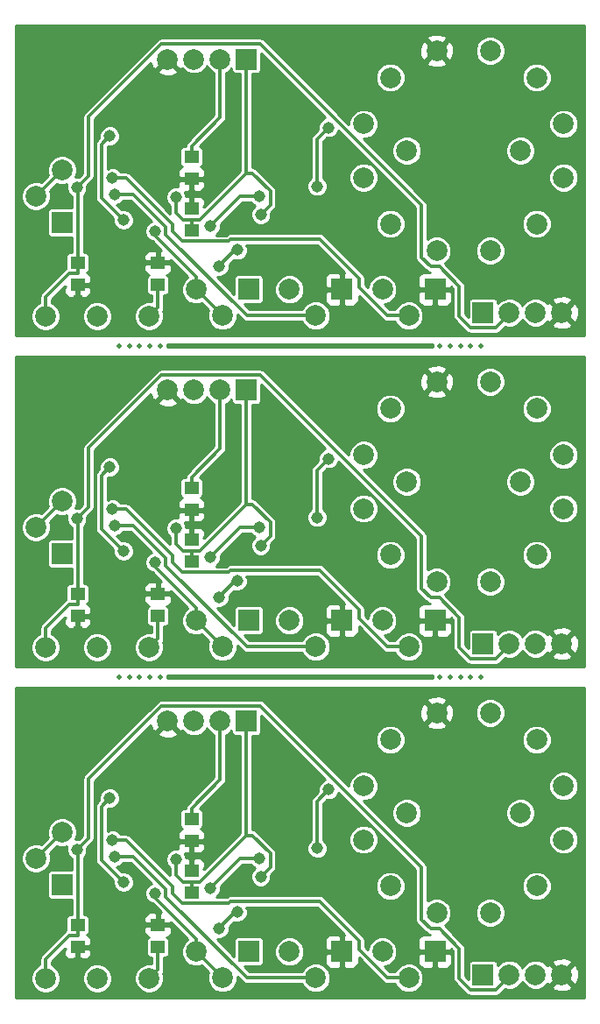
<source format=gbl>
G04 (created by PCBNEW (2013-07-07 BZR 4022)-stable) date 2014-08-05 10:31:38 AM*
%MOIN*%
G04 Gerber Fmt 3.4, Leading zero omitted, Abs format*
%FSLAX34Y34*%
G01*
G70*
G90*
G04 APERTURE LIST*
%ADD10C,0.00590551*%
%ADD11O,1.02362X0.019685*%
%ADD12C,0.0787*%
%ADD13R,0.055X0.045*%
%ADD14R,0.0787X0.0787*%
%ADD15C,0.0787402*%
%ADD16C,0.019685*%
%ADD17C,0.045*%
%ADD18C,0.012*%
%ADD19C,0.01*%
G04 APERTURE END LIST*
G54D10*
G54D11*
X21259Y-32874D03*
X21259Y-20275D03*
G54D12*
X13543Y-44330D03*
X11574Y-44330D03*
X15511Y-44330D03*
G54D13*
X17125Y-41074D03*
X17125Y-40224D03*
X17125Y-39106D03*
X17125Y-38256D03*
X15846Y-42291D03*
X15846Y-43141D03*
G54D14*
X19216Y-34547D03*
G54D12*
X18216Y-34547D03*
X17216Y-34547D03*
X16216Y-34547D03*
G54D15*
X23677Y-37011D03*
X24696Y-35248D03*
X26460Y-34228D03*
X28500Y-34228D03*
X30263Y-35248D03*
X31283Y-37011D03*
X29645Y-38031D03*
X25314Y-38031D03*
X23677Y-39051D03*
X24696Y-40814D03*
X26460Y-41834D03*
X28500Y-41834D03*
X30263Y-40814D03*
X31283Y-39051D03*
G54D13*
X12795Y-43141D03*
X12795Y-42291D03*
G54D12*
X18307Y-44307D03*
X17307Y-43307D03*
G54D14*
X19307Y-43307D03*
G54D12*
X21850Y-44307D03*
X20850Y-43307D03*
G54D14*
X22850Y-43307D03*
G54D12*
X25393Y-44307D03*
X24393Y-43307D03*
G54D14*
X26393Y-43307D03*
G54D12*
X11204Y-39763D03*
X12204Y-38763D03*
G54D14*
X12204Y-40763D03*
X28224Y-44192D03*
G54D12*
X29224Y-44192D03*
X30224Y-44192D03*
X31224Y-44192D03*
G54D14*
X28224Y-31594D03*
G54D12*
X29224Y-31594D03*
X30224Y-31594D03*
X31224Y-31594D03*
X11204Y-27165D03*
X12204Y-26165D03*
G54D14*
X12204Y-28165D03*
G54D12*
X25393Y-31708D03*
X24393Y-30708D03*
G54D14*
X26393Y-30708D03*
G54D12*
X21850Y-31708D03*
X20850Y-30708D03*
G54D14*
X22850Y-30708D03*
G54D12*
X18307Y-31708D03*
X17307Y-30708D03*
G54D14*
X19307Y-30708D03*
G54D13*
X12795Y-30543D03*
X12795Y-29693D03*
G54D15*
X23677Y-24413D03*
X24696Y-22649D03*
X26460Y-21629D03*
X28500Y-21629D03*
X30263Y-22649D03*
X31283Y-24413D03*
X29645Y-25433D03*
X25314Y-25433D03*
X23677Y-26452D03*
X24696Y-28216D03*
X26460Y-29236D03*
X28500Y-29236D03*
X30263Y-28216D03*
X31283Y-26452D03*
G54D14*
X19216Y-21948D03*
G54D12*
X18216Y-21948D03*
X17216Y-21948D03*
X16216Y-21948D03*
G54D13*
X15846Y-29693D03*
X15846Y-30543D03*
X17125Y-26507D03*
X17125Y-25657D03*
X17125Y-28476D03*
X17125Y-27626D03*
G54D12*
X13543Y-31732D03*
X11574Y-31732D03*
X15511Y-31732D03*
X13543Y-19133D03*
X11574Y-19133D03*
X15511Y-19133D03*
G54D13*
X17125Y-15877D03*
X17125Y-15027D03*
X17125Y-13909D03*
X17125Y-13059D03*
X15846Y-17094D03*
X15846Y-17944D03*
G54D14*
X19216Y-9350D03*
G54D12*
X18216Y-9350D03*
X17216Y-9350D03*
X16216Y-9350D03*
G54D15*
X23677Y-11814D03*
X24696Y-10051D03*
X26460Y-9031D03*
X28500Y-9031D03*
X30263Y-10051D03*
X31283Y-11814D03*
X29645Y-12834D03*
X25314Y-12834D03*
X23677Y-13854D03*
X24696Y-15618D03*
X26460Y-16637D03*
X28500Y-16637D03*
X30263Y-15618D03*
X31283Y-13854D03*
G54D13*
X12795Y-17944D03*
X12795Y-17094D03*
G54D12*
X18307Y-19110D03*
X17307Y-18110D03*
G54D14*
X19307Y-18110D03*
G54D12*
X21850Y-19110D03*
X20850Y-18110D03*
G54D14*
X22850Y-18110D03*
G54D12*
X25393Y-19110D03*
X24393Y-18110D03*
G54D14*
X26393Y-18110D03*
G54D12*
X11204Y-14566D03*
X12204Y-13566D03*
G54D14*
X12204Y-15566D03*
X28224Y-18996D03*
G54D12*
X29224Y-18996D03*
X30224Y-18996D03*
X31224Y-18996D03*
G54D16*
X14370Y-20275D03*
X14763Y-20275D03*
X15157Y-20275D03*
X15551Y-20275D03*
X15944Y-20275D03*
X26574Y-20275D03*
X26968Y-20275D03*
X27362Y-20275D03*
X27755Y-20275D03*
X28149Y-20275D03*
X14370Y-32874D03*
X14763Y-32874D03*
X15157Y-32874D03*
X15551Y-32874D03*
X15944Y-32874D03*
X26574Y-32874D03*
X26968Y-32874D03*
X27362Y-32874D03*
X27755Y-32874D03*
X28149Y-32874D03*
G54D17*
X12760Y-39428D03*
X12760Y-26829D03*
X12760Y-14231D03*
X16527Y-39801D03*
X19761Y-40455D03*
X19761Y-27857D03*
X16527Y-27202D03*
X16527Y-14604D03*
X19761Y-15259D03*
X14538Y-40671D03*
X14019Y-37473D03*
X17855Y-40907D03*
X19719Y-39771D03*
X19719Y-27172D03*
X17855Y-28308D03*
X14019Y-24874D03*
X14538Y-28072D03*
X14538Y-15474D03*
X14019Y-12276D03*
X17855Y-15710D03*
X19719Y-14574D03*
X15747Y-41095D03*
X15747Y-28497D03*
X15747Y-15898D03*
X18602Y-37893D03*
X12795Y-43700D03*
X12795Y-31102D03*
X18602Y-25295D03*
X18602Y-12696D03*
X12795Y-18503D03*
X21903Y-39382D03*
X22348Y-37148D03*
X22348Y-24550D03*
X21903Y-26783D03*
X21903Y-14185D03*
X22348Y-11951D03*
X18874Y-41812D03*
X18163Y-42441D03*
X18163Y-29842D03*
X18874Y-29214D03*
X18874Y-16615D03*
X18163Y-17244D03*
X14208Y-39693D03*
X14208Y-27094D03*
X14208Y-14496D03*
X14124Y-39071D03*
X14124Y-26472D03*
X14124Y-13874D03*
G54D18*
X13205Y-38983D02*
X12760Y-39428D01*
X13205Y-36744D02*
X13205Y-38983D01*
X15988Y-33961D02*
X13205Y-36744D01*
X19734Y-33961D02*
X15988Y-33961D01*
X25886Y-40113D02*
X19734Y-33961D01*
X25886Y-42097D02*
X25886Y-40113D01*
X26227Y-42438D02*
X25886Y-42097D01*
X26568Y-42438D02*
X26227Y-42438D01*
X27321Y-43190D02*
X26568Y-42438D01*
X27321Y-44341D02*
X27321Y-43190D01*
X27747Y-44766D02*
X27321Y-44341D01*
X28713Y-44766D02*
X27747Y-44766D01*
X29224Y-44255D02*
X28713Y-44766D01*
X29224Y-44192D02*
X29224Y-44255D01*
X12795Y-39462D02*
X12795Y-42291D01*
X12760Y-39428D02*
X12795Y-39462D01*
X11574Y-43606D02*
X11574Y-44330D01*
X12485Y-42696D02*
X11574Y-43606D01*
X12795Y-42696D02*
X12485Y-42696D01*
X12795Y-42291D02*
X12795Y-42696D01*
X12795Y-29693D02*
X12795Y-30098D01*
X12795Y-30098D02*
X12485Y-30098D01*
X12485Y-30098D02*
X11574Y-31008D01*
X11574Y-31008D02*
X11574Y-31732D01*
X12760Y-26829D02*
X12795Y-26863D01*
X12795Y-26863D02*
X12795Y-29693D01*
X29224Y-31594D02*
X29224Y-31656D01*
X29224Y-31656D02*
X28713Y-32168D01*
X28713Y-32168D02*
X27747Y-32168D01*
X27747Y-32168D02*
X27321Y-31742D01*
X27321Y-31742D02*
X27321Y-30592D01*
X27321Y-30592D02*
X26568Y-29839D01*
X26568Y-29839D02*
X26227Y-29839D01*
X26227Y-29839D02*
X25886Y-29498D01*
X25886Y-29498D02*
X25886Y-27515D01*
X25886Y-27515D02*
X19734Y-21363D01*
X19734Y-21363D02*
X15988Y-21363D01*
X15988Y-21363D02*
X13205Y-24146D01*
X13205Y-24146D02*
X13205Y-26384D01*
X13205Y-26384D02*
X12760Y-26829D01*
X13205Y-13786D02*
X12760Y-14231D01*
X13205Y-11547D02*
X13205Y-13786D01*
X15988Y-8765D02*
X13205Y-11547D01*
X19734Y-8765D02*
X15988Y-8765D01*
X25886Y-14916D02*
X19734Y-8765D01*
X25886Y-16900D02*
X25886Y-14916D01*
X26227Y-17241D02*
X25886Y-16900D01*
X26568Y-17241D02*
X26227Y-17241D01*
X27321Y-17994D02*
X26568Y-17241D01*
X27321Y-19144D02*
X27321Y-17994D01*
X27747Y-19569D02*
X27321Y-19144D01*
X28713Y-19569D02*
X27747Y-19569D01*
X29224Y-19058D02*
X28713Y-19569D01*
X29224Y-18996D02*
X29224Y-19058D01*
X12795Y-14265D02*
X12795Y-17094D01*
X12760Y-14231D02*
X12795Y-14265D01*
X11574Y-18410D02*
X11574Y-19133D01*
X12485Y-17499D02*
X11574Y-18410D01*
X12795Y-17499D02*
X12485Y-17499D01*
X12795Y-17094D02*
X12795Y-17499D01*
X17125Y-41074D02*
X17125Y-40669D01*
X16527Y-40383D02*
X16527Y-39801D01*
X16813Y-40669D02*
X16527Y-40383D01*
X17125Y-40669D02*
X16813Y-40669D01*
X20125Y-40092D02*
X19761Y-40455D01*
X20125Y-39575D02*
X20125Y-40092D01*
X19443Y-38894D02*
X20125Y-39575D01*
X19216Y-38894D02*
X19443Y-38894D01*
X19216Y-34547D02*
X19216Y-38894D01*
X17441Y-40669D02*
X17125Y-40669D01*
X19216Y-38894D02*
X17441Y-40669D01*
X19216Y-26296D02*
X17441Y-28071D01*
X17441Y-28071D02*
X17125Y-28071D01*
X19216Y-21948D02*
X19216Y-26296D01*
X19216Y-26296D02*
X19443Y-26296D01*
X19443Y-26296D02*
X20125Y-26977D01*
X20125Y-26977D02*
X20125Y-27493D01*
X20125Y-27493D02*
X19761Y-27857D01*
X17125Y-28071D02*
X16813Y-28071D01*
X16813Y-28071D02*
X16527Y-27784D01*
X16527Y-27784D02*
X16527Y-27202D01*
X17125Y-28476D02*
X17125Y-28071D01*
X17125Y-15877D02*
X17125Y-15472D01*
X16527Y-15186D02*
X16527Y-14604D01*
X16813Y-15472D02*
X16527Y-15186D01*
X17125Y-15472D02*
X16813Y-15472D01*
X20125Y-14895D02*
X19761Y-15259D01*
X20125Y-14378D02*
X20125Y-14895D01*
X19443Y-13697D02*
X20125Y-14378D01*
X19216Y-13697D02*
X19443Y-13697D01*
X19216Y-9350D02*
X19216Y-13697D01*
X17441Y-15472D02*
X17125Y-15472D01*
X19216Y-13697D02*
X17441Y-15472D01*
X13703Y-37789D02*
X14019Y-37473D01*
X13703Y-39836D02*
X13703Y-37789D01*
X14538Y-40671D02*
X13703Y-39836D01*
X19719Y-39771D02*
X19719Y-39771D01*
X18991Y-39771D02*
X19719Y-39771D01*
X17855Y-40907D02*
X18991Y-39771D01*
X17855Y-28308D02*
X18991Y-27172D01*
X18991Y-27172D02*
X19719Y-27172D01*
X19719Y-27172D02*
X19719Y-27172D01*
X14538Y-28072D02*
X13703Y-27238D01*
X13703Y-27238D02*
X13703Y-25190D01*
X13703Y-25190D02*
X14019Y-24874D01*
X13703Y-12592D02*
X14019Y-12276D01*
X13703Y-14639D02*
X13703Y-12592D01*
X14538Y-15474D02*
X13703Y-14639D01*
X19719Y-14574D02*
X19719Y-14574D01*
X18991Y-14574D02*
X19719Y-14574D01*
X17855Y-15710D02*
X18991Y-14574D01*
X17307Y-43307D02*
X18307Y-44307D01*
X17307Y-42825D02*
X17307Y-43307D01*
X15747Y-41265D02*
X17307Y-42825D01*
X15747Y-41095D02*
X15747Y-41265D01*
X15747Y-28497D02*
X15747Y-28666D01*
X15747Y-28666D02*
X17307Y-30227D01*
X17307Y-30227D02*
X17307Y-30708D01*
X17307Y-30708D02*
X18307Y-31708D01*
X17307Y-18110D02*
X18307Y-19110D01*
X17307Y-17628D02*
X17307Y-18110D01*
X15747Y-16068D02*
X17307Y-17628D01*
X15747Y-15898D02*
X15747Y-16068D01*
X15846Y-43996D02*
X15511Y-44330D01*
X15846Y-43141D02*
X15846Y-43996D01*
X15846Y-30543D02*
X15846Y-31397D01*
X15846Y-31397D02*
X15511Y-31732D01*
X15846Y-18799D02*
X15511Y-19133D01*
X15846Y-17944D02*
X15846Y-18799D01*
X18216Y-36760D02*
X18216Y-34547D01*
X17125Y-37850D02*
X18216Y-36760D01*
X17125Y-38256D02*
X17125Y-37850D01*
X17125Y-25657D02*
X17125Y-25252D01*
X17125Y-25252D02*
X18216Y-24162D01*
X18216Y-24162D02*
X18216Y-21948D01*
X18216Y-11563D02*
X18216Y-9350D01*
X17125Y-12654D02*
X18216Y-11563D01*
X17125Y-13059D02*
X17125Y-12654D01*
X17125Y-40224D02*
X17125Y-39106D01*
X12795Y-43141D02*
X12795Y-43700D01*
X14862Y-45078D02*
X14566Y-44783D01*
X30338Y-45078D02*
X14862Y-45078D01*
X31224Y-44192D02*
X30338Y-45078D01*
X31224Y-31594D02*
X30338Y-32480D01*
X30338Y-32480D02*
X14862Y-32480D01*
X14862Y-32480D02*
X14566Y-32185D01*
X12795Y-30543D02*
X12795Y-31102D01*
X17125Y-27626D02*
X17125Y-26507D01*
X17125Y-15027D02*
X17125Y-13909D01*
X12795Y-17944D02*
X12795Y-18503D01*
X14862Y-19881D02*
X14566Y-19586D01*
X30338Y-19881D02*
X14862Y-19881D01*
X31224Y-18996D02*
X30338Y-19881D01*
X21903Y-37593D02*
X22348Y-37148D01*
X21903Y-39382D02*
X21903Y-37593D01*
X21903Y-26783D02*
X21903Y-24995D01*
X21903Y-24995D02*
X22348Y-24550D01*
X21903Y-12396D02*
X22348Y-11951D01*
X21903Y-14185D02*
X21903Y-12396D01*
X18791Y-41812D02*
X18163Y-42441D01*
X18874Y-41812D02*
X18791Y-41812D01*
X18874Y-29214D02*
X18791Y-29214D01*
X18791Y-29214D02*
X18163Y-29842D01*
X18791Y-16615D02*
X18163Y-17244D01*
X18874Y-16615D02*
X18791Y-16615D01*
X14917Y-39693D02*
X14208Y-39693D01*
X16152Y-40927D02*
X14917Y-39693D01*
X16152Y-41221D02*
X16152Y-40927D01*
X19237Y-44307D02*
X16152Y-41221D01*
X21850Y-44307D02*
X19237Y-44307D01*
X21850Y-31708D02*
X19237Y-31708D01*
X19237Y-31708D02*
X16152Y-28623D01*
X16152Y-28623D02*
X16152Y-28329D01*
X16152Y-28329D02*
X14917Y-27094D01*
X14917Y-27094D02*
X14208Y-27094D01*
X14917Y-14496D02*
X14208Y-14496D01*
X16152Y-15731D02*
X14917Y-14496D01*
X16152Y-16024D02*
X16152Y-15731D01*
X19237Y-19110D02*
X16152Y-16024D01*
X21850Y-19110D02*
X19237Y-19110D01*
X14634Y-39071D02*
X14124Y-39071D01*
X16392Y-40828D02*
X14634Y-39071D01*
X16392Y-41103D02*
X16392Y-40828D01*
X16768Y-41479D02*
X16392Y-41103D01*
X18534Y-41479D02*
X16768Y-41479D01*
X18624Y-41389D02*
X18534Y-41479D01*
X22002Y-41389D02*
X18624Y-41389D01*
X23501Y-42888D02*
X22002Y-41389D01*
X23501Y-43229D02*
X23501Y-42888D01*
X24579Y-44307D02*
X23501Y-43229D01*
X25393Y-44307D02*
X24579Y-44307D01*
X25393Y-31708D02*
X24579Y-31708D01*
X24579Y-31708D02*
X23501Y-30631D01*
X23501Y-30631D02*
X23501Y-30290D01*
X23501Y-30290D02*
X22002Y-28791D01*
X22002Y-28791D02*
X18624Y-28791D01*
X18624Y-28791D02*
X18534Y-28881D01*
X18534Y-28881D02*
X16768Y-28881D01*
X16768Y-28881D02*
X16392Y-28504D01*
X16392Y-28504D02*
X16392Y-28230D01*
X16392Y-28230D02*
X14634Y-26472D01*
X14634Y-26472D02*
X14124Y-26472D01*
X14634Y-13874D02*
X14124Y-13874D01*
X16392Y-15631D02*
X14634Y-13874D01*
X16392Y-15906D02*
X16392Y-15631D01*
X16768Y-16282D02*
X16392Y-15906D01*
X18534Y-16282D02*
X16768Y-16282D01*
X18624Y-16192D02*
X18534Y-16282D01*
X22002Y-16192D02*
X18624Y-16192D01*
X23501Y-17691D02*
X22002Y-16192D01*
X23501Y-18032D02*
X23501Y-17691D01*
X24579Y-19110D02*
X23501Y-18032D01*
X25393Y-19110D02*
X24579Y-19110D01*
X12204Y-38763D02*
X11204Y-39763D01*
X12204Y-26165D02*
X11204Y-27165D01*
X12204Y-13566D02*
X11204Y-14566D01*
G54D10*
G36*
X32083Y-19879D02*
X31872Y-19879D01*
X31872Y-19100D01*
X31862Y-18844D01*
X31847Y-18806D01*
X31847Y-13742D01*
X31847Y-11703D01*
X31761Y-11496D01*
X31603Y-11337D01*
X31396Y-11251D01*
X31171Y-11251D01*
X30964Y-11336D01*
X30827Y-11473D01*
X30827Y-9939D01*
X30741Y-9732D01*
X30583Y-9573D01*
X30376Y-9487D01*
X30152Y-9487D01*
X29944Y-9573D01*
X29786Y-9731D01*
X29700Y-9938D01*
X29699Y-10162D01*
X29785Y-10370D01*
X29944Y-10528D01*
X30151Y-10614D01*
X30375Y-10614D01*
X30582Y-10529D01*
X30741Y-10370D01*
X30827Y-10163D01*
X30827Y-9939D01*
X30827Y-11473D01*
X30805Y-11495D01*
X30719Y-11702D01*
X30719Y-11926D01*
X30805Y-12133D01*
X30963Y-12292D01*
X31170Y-12378D01*
X31395Y-12378D01*
X31602Y-12293D01*
X31761Y-12134D01*
X31847Y-11927D01*
X31847Y-11703D01*
X31847Y-13742D01*
X31761Y-13535D01*
X31603Y-13376D01*
X31396Y-13290D01*
X31171Y-13290D01*
X30964Y-13376D01*
X30805Y-13534D01*
X30719Y-13741D01*
X30719Y-13965D01*
X30805Y-14173D01*
X30963Y-14331D01*
X31170Y-14417D01*
X31395Y-14418D01*
X31602Y-14332D01*
X31761Y-14174D01*
X31847Y-13966D01*
X31847Y-13742D01*
X31847Y-18806D01*
X31783Y-18651D01*
X31678Y-18613D01*
X31607Y-18683D01*
X31607Y-18542D01*
X31568Y-18437D01*
X31328Y-18348D01*
X31072Y-18357D01*
X30880Y-18437D01*
X30841Y-18542D01*
X31224Y-18925D01*
X31607Y-18542D01*
X31607Y-18683D01*
X31295Y-18996D01*
X31678Y-19378D01*
X31783Y-19340D01*
X31872Y-19100D01*
X31872Y-19879D01*
X31607Y-19879D01*
X31607Y-19449D01*
X31224Y-19066D01*
X31153Y-19137D01*
X31153Y-18996D01*
X30827Y-18669D01*
X30827Y-15506D01*
X30741Y-15299D01*
X30583Y-15140D01*
X30376Y-15054D01*
X30209Y-15054D01*
X30209Y-12723D01*
X30123Y-12515D01*
X29965Y-12357D01*
X29758Y-12271D01*
X29534Y-12270D01*
X29326Y-12356D01*
X29168Y-12514D01*
X29082Y-12722D01*
X29081Y-12946D01*
X29167Y-13153D01*
X29325Y-13312D01*
X29533Y-13398D01*
X29757Y-13398D01*
X29964Y-13312D01*
X30123Y-13154D01*
X30209Y-12947D01*
X30209Y-12723D01*
X30209Y-15054D01*
X30152Y-15054D01*
X29944Y-15139D01*
X29786Y-15298D01*
X29700Y-15505D01*
X29699Y-15729D01*
X29785Y-15937D01*
X29944Y-16095D01*
X30151Y-16181D01*
X30375Y-16181D01*
X30582Y-16096D01*
X30741Y-15937D01*
X30827Y-15730D01*
X30827Y-15506D01*
X30827Y-18669D01*
X30770Y-18613D01*
X30674Y-18648D01*
X30544Y-18518D01*
X30336Y-18432D01*
X30112Y-18432D01*
X29905Y-18518D01*
X29746Y-18676D01*
X29724Y-18730D01*
X29702Y-18677D01*
X29544Y-18518D01*
X29336Y-18432D01*
X29112Y-18432D01*
X29063Y-18452D01*
X29063Y-16526D01*
X29063Y-8919D01*
X28978Y-8712D01*
X28819Y-8553D01*
X28612Y-8467D01*
X28388Y-8467D01*
X28181Y-8553D01*
X28022Y-8711D01*
X27936Y-8918D01*
X27936Y-9143D01*
X28021Y-9350D01*
X28180Y-9509D01*
X28387Y-9595D01*
X28611Y-9595D01*
X28818Y-9509D01*
X28977Y-9351D01*
X29063Y-9144D01*
X29063Y-8919D01*
X29063Y-16526D01*
X28978Y-16318D01*
X28819Y-16160D01*
X28612Y-16074D01*
X28388Y-16073D01*
X28181Y-16159D01*
X28022Y-16318D01*
X27936Y-16525D01*
X27936Y-16749D01*
X28021Y-16956D01*
X28180Y-17115D01*
X28387Y-17201D01*
X28611Y-17201D01*
X28818Y-17115D01*
X28977Y-16957D01*
X29063Y-16750D01*
X29063Y-16526D01*
X29063Y-18452D01*
X28905Y-18518D01*
X28787Y-18635D01*
X28787Y-18568D01*
X28762Y-18506D01*
X28714Y-18458D01*
X28651Y-18432D01*
X28584Y-18432D01*
X27797Y-18432D01*
X27734Y-18458D01*
X27686Y-18506D01*
X27660Y-18568D01*
X27660Y-18636D01*
X27660Y-19158D01*
X27551Y-19049D01*
X27551Y-17994D01*
X27534Y-17906D01*
X27534Y-17906D01*
X27484Y-17831D01*
X27108Y-17455D01*
X27108Y-9135D01*
X27099Y-8879D01*
X27019Y-8687D01*
X26914Y-8648D01*
X26843Y-8719D01*
X26843Y-8577D01*
X26804Y-8472D01*
X26564Y-8383D01*
X26308Y-8392D01*
X26116Y-8472D01*
X26077Y-8577D01*
X26460Y-8960D01*
X26843Y-8577D01*
X26843Y-8719D01*
X26531Y-9031D01*
X26914Y-9414D01*
X27019Y-9375D01*
X27108Y-9135D01*
X27108Y-17455D01*
X26771Y-17119D01*
X26779Y-17115D01*
X26938Y-16957D01*
X27024Y-16750D01*
X27024Y-16526D01*
X26938Y-16318D01*
X26843Y-16223D01*
X26843Y-9485D01*
X26460Y-9102D01*
X26389Y-9172D01*
X26389Y-9031D01*
X26006Y-8648D01*
X25901Y-8687D01*
X25812Y-8927D01*
X25822Y-9183D01*
X25901Y-9375D01*
X26006Y-9414D01*
X26389Y-9031D01*
X26389Y-9172D01*
X26077Y-9485D01*
X26116Y-9590D01*
X26356Y-9679D01*
X26612Y-9670D01*
X26804Y-9590D01*
X26843Y-9485D01*
X26843Y-16223D01*
X26780Y-16160D01*
X26573Y-16074D01*
X26348Y-16073D01*
X26141Y-16159D01*
X26116Y-16184D01*
X26116Y-14916D01*
X26116Y-14916D01*
X26116Y-14916D01*
X26099Y-14828D01*
X26049Y-14754D01*
X26049Y-14754D01*
X25878Y-14583D01*
X25878Y-12723D01*
X25793Y-12515D01*
X25634Y-12357D01*
X25427Y-12271D01*
X25260Y-12270D01*
X25260Y-9939D01*
X25175Y-9732D01*
X25016Y-9573D01*
X24809Y-9487D01*
X24585Y-9487D01*
X24377Y-9573D01*
X24219Y-9731D01*
X24133Y-9938D01*
X24133Y-10162D01*
X24218Y-10370D01*
X24377Y-10528D01*
X24584Y-10614D01*
X24808Y-10614D01*
X25015Y-10529D01*
X25174Y-10370D01*
X25260Y-10163D01*
X25260Y-9939D01*
X25260Y-12270D01*
X25203Y-12270D01*
X24996Y-12356D01*
X24837Y-12514D01*
X24751Y-12722D01*
X24751Y-12946D01*
X24836Y-13153D01*
X24995Y-13312D01*
X25202Y-13398D01*
X25426Y-13398D01*
X25633Y-13312D01*
X25792Y-13154D01*
X25878Y-12947D01*
X25878Y-12723D01*
X25878Y-14583D01*
X23673Y-12378D01*
X23788Y-12378D01*
X23996Y-12293D01*
X24154Y-12134D01*
X24240Y-11927D01*
X24240Y-11703D01*
X24155Y-11496D01*
X23996Y-11337D01*
X23789Y-11251D01*
X23565Y-11251D01*
X23358Y-11336D01*
X23199Y-11495D01*
X23113Y-11702D01*
X23113Y-11818D01*
X19897Y-8602D01*
X19822Y-8552D01*
X19734Y-8535D01*
X15988Y-8535D01*
X15900Y-8552D01*
X15825Y-8602D01*
X13043Y-11385D01*
X12993Y-11459D01*
X12975Y-11547D01*
X12975Y-13691D01*
X12830Y-13836D01*
X12703Y-13836D01*
X12768Y-13679D01*
X12768Y-13455D01*
X12682Y-13248D01*
X12524Y-13089D01*
X12317Y-13003D01*
X12093Y-13003D01*
X11885Y-13088D01*
X11727Y-13247D01*
X11641Y-13454D01*
X11641Y-13678D01*
X11678Y-13768D01*
X11406Y-14040D01*
X11317Y-14003D01*
X11093Y-14003D01*
X10885Y-14088D01*
X10727Y-14247D01*
X10641Y-14454D01*
X10641Y-14678D01*
X10726Y-14885D01*
X10885Y-15044D01*
X11092Y-15130D01*
X11316Y-15130D01*
X11523Y-15044D01*
X11682Y-14886D01*
X11768Y-14679D01*
X11768Y-14455D01*
X11731Y-14365D01*
X12003Y-14093D01*
X12092Y-14130D01*
X12316Y-14130D01*
X12387Y-14101D01*
X12366Y-14152D01*
X12365Y-14309D01*
X12425Y-14454D01*
X12536Y-14565D01*
X12565Y-14577D01*
X12565Y-15003D01*
X12564Y-15003D01*
X11777Y-15003D01*
X11715Y-15029D01*
X11667Y-15077D01*
X11641Y-15139D01*
X11641Y-15207D01*
X11641Y-15994D01*
X11667Y-16056D01*
X11714Y-16104D01*
X11777Y-16130D01*
X11844Y-16130D01*
X12565Y-16130D01*
X12565Y-16699D01*
X12486Y-16699D01*
X12424Y-16725D01*
X12376Y-16773D01*
X12350Y-16835D01*
X12350Y-16903D01*
X12350Y-17318D01*
X12322Y-17337D01*
X11412Y-18247D01*
X11362Y-18322D01*
X11344Y-18410D01*
X11344Y-18619D01*
X11256Y-18655D01*
X11097Y-18814D01*
X11011Y-19021D01*
X11011Y-19245D01*
X11096Y-19452D01*
X11255Y-19611D01*
X11462Y-19697D01*
X11686Y-19697D01*
X11893Y-19611D01*
X12052Y-19453D01*
X12138Y-19246D01*
X12138Y-19022D01*
X12052Y-18815D01*
X11894Y-18656D01*
X11804Y-18619D01*
X11804Y-18505D01*
X12315Y-17994D01*
X12332Y-17994D01*
X12270Y-18057D01*
X12270Y-18219D01*
X12308Y-18311D01*
X12378Y-18381D01*
X12470Y-18419D01*
X12569Y-18419D01*
X12682Y-18419D01*
X12745Y-18357D01*
X12745Y-17994D01*
X12737Y-17994D01*
X12737Y-17894D01*
X12745Y-17894D01*
X12745Y-17886D01*
X12845Y-17886D01*
X12845Y-17894D01*
X13257Y-17894D01*
X13320Y-17832D01*
X13320Y-17670D01*
X13282Y-17578D01*
X13212Y-17507D01*
X13136Y-17476D01*
X13166Y-17463D01*
X13214Y-17416D01*
X13240Y-17353D01*
X13240Y-17286D01*
X13240Y-16836D01*
X13214Y-16773D01*
X13166Y-16725D01*
X13104Y-16699D01*
X13036Y-16699D01*
X13025Y-16699D01*
X13025Y-14525D01*
X13095Y-14455D01*
X13155Y-14310D01*
X13156Y-14161D01*
X13368Y-13949D01*
X13368Y-13949D01*
X13368Y-13949D01*
X13418Y-13874D01*
X13435Y-13786D01*
X13435Y-13786D01*
X13435Y-13786D01*
X13435Y-11642D01*
X15578Y-9500D01*
X15578Y-9502D01*
X15657Y-9694D01*
X15762Y-9733D01*
X16145Y-9350D01*
X16140Y-9344D01*
X16210Y-9274D01*
X16216Y-9279D01*
X16222Y-9274D01*
X16292Y-9344D01*
X16287Y-9350D01*
X16670Y-9733D01*
X16766Y-9697D01*
X16896Y-9827D01*
X17103Y-9913D01*
X17328Y-9913D01*
X17535Y-9828D01*
X17693Y-9670D01*
X17716Y-9615D01*
X17738Y-9669D01*
X17896Y-9827D01*
X17986Y-9865D01*
X17986Y-11468D01*
X16963Y-12491D01*
X16913Y-12566D01*
X16895Y-12654D01*
X16895Y-12664D01*
X16817Y-12664D01*
X16754Y-12690D01*
X16706Y-12737D01*
X16681Y-12800D01*
X16680Y-12867D01*
X16680Y-13317D01*
X16706Y-13380D01*
X16754Y-13428D01*
X16785Y-13440D01*
X16709Y-13472D01*
X16638Y-13542D01*
X16600Y-13634D01*
X16600Y-13796D01*
X16663Y-13859D01*
X17075Y-13859D01*
X17075Y-13851D01*
X17175Y-13851D01*
X17175Y-13859D01*
X17588Y-13859D01*
X17650Y-13796D01*
X17651Y-13634D01*
X17613Y-13542D01*
X17542Y-13472D01*
X17466Y-13440D01*
X17497Y-13428D01*
X17545Y-13380D01*
X17570Y-13318D01*
X17571Y-13250D01*
X17571Y-12800D01*
X17545Y-12738D01*
X17497Y-12690D01*
X17439Y-12666D01*
X18379Y-11726D01*
X18379Y-11726D01*
X18379Y-11726D01*
X18429Y-11651D01*
X18446Y-11563D01*
X18446Y-9865D01*
X18535Y-9828D01*
X18653Y-9710D01*
X18653Y-9777D01*
X18678Y-9840D01*
X18726Y-9887D01*
X18789Y-9913D01*
X18856Y-9913D01*
X18986Y-9913D01*
X18986Y-13602D01*
X17651Y-14937D01*
X17611Y-14977D01*
X17588Y-14977D01*
X17650Y-14915D01*
X17651Y-14753D01*
X17651Y-14183D01*
X17650Y-14021D01*
X17588Y-13959D01*
X17175Y-13959D01*
X17175Y-14321D01*
X17238Y-14384D01*
X17351Y-14384D01*
X17450Y-14384D01*
X17542Y-14346D01*
X17613Y-14275D01*
X17651Y-14183D01*
X17651Y-14753D01*
X17613Y-14661D01*
X17542Y-14590D01*
X17450Y-14552D01*
X17351Y-14552D01*
X17238Y-14552D01*
X17175Y-14615D01*
X17175Y-14977D01*
X17183Y-14977D01*
X17183Y-15077D01*
X17175Y-15077D01*
X17175Y-15085D01*
X17075Y-15085D01*
X17075Y-15077D01*
X17068Y-15077D01*
X17068Y-14977D01*
X17075Y-14977D01*
X17075Y-14615D01*
X17013Y-14552D01*
X16922Y-14552D01*
X16922Y-14526D01*
X16864Y-14384D01*
X16900Y-14384D01*
X17013Y-14384D01*
X17075Y-14321D01*
X17075Y-13959D01*
X16663Y-13959D01*
X16600Y-14021D01*
X16600Y-14183D01*
X16612Y-14211D01*
X16606Y-14209D01*
X16599Y-14209D01*
X16599Y-9804D01*
X16216Y-9421D01*
X15833Y-9804D01*
X15872Y-9909D01*
X16112Y-9998D01*
X16368Y-9988D01*
X16560Y-9909D01*
X16599Y-9804D01*
X16599Y-14209D01*
X16449Y-14209D01*
X16304Y-14269D01*
X16193Y-14380D01*
X16132Y-14525D01*
X16132Y-14682D01*
X16192Y-14827D01*
X16297Y-14933D01*
X16297Y-15186D01*
X16304Y-15218D01*
X14797Y-13711D01*
X14722Y-13661D01*
X14634Y-13644D01*
X14452Y-13644D01*
X14348Y-13539D01*
X14202Y-13479D01*
X14045Y-13479D01*
X13933Y-13525D01*
X13933Y-12687D01*
X13949Y-12671D01*
X14097Y-12671D01*
X14242Y-12611D01*
X14354Y-12500D01*
X14414Y-12355D01*
X14414Y-12198D01*
X14354Y-12052D01*
X14243Y-11941D01*
X14098Y-11881D01*
X13941Y-11881D01*
X13795Y-11941D01*
X13684Y-12052D01*
X13624Y-12197D01*
X13624Y-12346D01*
X13540Y-12429D01*
X13490Y-12504D01*
X13473Y-12592D01*
X13473Y-14639D01*
X13490Y-14727D01*
X13540Y-14802D01*
X14143Y-15404D01*
X14143Y-15552D01*
X14203Y-15697D01*
X14314Y-15809D01*
X14459Y-15869D01*
X14616Y-15869D01*
X14761Y-15809D01*
X14872Y-15698D01*
X14933Y-15553D01*
X14933Y-15396D01*
X14873Y-15250D01*
X14762Y-15139D01*
X14617Y-15079D01*
X14468Y-15079D01*
X14280Y-14891D01*
X14286Y-14891D01*
X14432Y-14831D01*
X14537Y-14726D01*
X14822Y-14726D01*
X15619Y-15524D01*
X15523Y-15563D01*
X15412Y-15674D01*
X15352Y-15820D01*
X15351Y-15977D01*
X15411Y-16122D01*
X15523Y-16233D01*
X15632Y-16278D01*
X15972Y-16619D01*
X15958Y-16619D01*
X15896Y-16682D01*
X15896Y-17044D01*
X16308Y-17044D01*
X16353Y-17000D01*
X16986Y-17633D01*
X16829Y-17790D01*
X16743Y-17997D01*
X16743Y-18221D01*
X16829Y-18429D01*
X16987Y-18587D01*
X17194Y-18673D01*
X17418Y-18673D01*
X17508Y-18636D01*
X17780Y-18908D01*
X17743Y-18997D01*
X17743Y-19221D01*
X17829Y-19429D01*
X17987Y-19587D01*
X18194Y-19673D01*
X18418Y-19673D01*
X18625Y-19588D01*
X18784Y-19429D01*
X18870Y-19222D01*
X18870Y-19068D01*
X19074Y-19272D01*
X19074Y-19272D01*
X19149Y-19322D01*
X19237Y-19340D01*
X19237Y-19340D01*
X19237Y-19340D01*
X21335Y-19340D01*
X21372Y-19429D01*
X21530Y-19587D01*
X21737Y-19673D01*
X21961Y-19673D01*
X22169Y-19588D01*
X22327Y-19429D01*
X22413Y-19222D01*
X22413Y-18998D01*
X22328Y-18791D01*
X22170Y-18632D01*
X21962Y-18546D01*
X21738Y-18546D01*
X21531Y-18632D01*
X21413Y-18749D01*
X21413Y-17998D01*
X21328Y-17791D01*
X21170Y-17632D01*
X20962Y-17546D01*
X20738Y-17546D01*
X20531Y-17632D01*
X20372Y-17790D01*
X20286Y-17997D01*
X20286Y-18221D01*
X20372Y-18429D01*
X20530Y-18587D01*
X20737Y-18673D01*
X20961Y-18673D01*
X21169Y-18588D01*
X21327Y-18429D01*
X21413Y-18222D01*
X21413Y-17998D01*
X21413Y-18749D01*
X21372Y-18790D01*
X21335Y-18880D01*
X19332Y-18880D01*
X19126Y-18673D01*
X19734Y-18673D01*
X19796Y-18647D01*
X19844Y-18600D01*
X19870Y-18537D01*
X19870Y-18470D01*
X19870Y-17683D01*
X19844Y-17620D01*
X19797Y-17572D01*
X19734Y-17546D01*
X19666Y-17546D01*
X18879Y-17546D01*
X18817Y-17572D01*
X18769Y-17620D01*
X18743Y-17682D01*
X18743Y-17750D01*
X18743Y-18291D01*
X18092Y-17639D01*
X18241Y-17639D01*
X18386Y-17579D01*
X18497Y-17468D01*
X18558Y-17323D01*
X18558Y-17174D01*
X18743Y-16989D01*
X18795Y-17010D01*
X18952Y-17011D01*
X19097Y-16951D01*
X19208Y-16840D01*
X19268Y-16694D01*
X19269Y-16537D01*
X19221Y-16422D01*
X21907Y-16422D01*
X22957Y-17472D01*
X22900Y-17529D01*
X22900Y-18060D01*
X22908Y-18060D01*
X22908Y-18160D01*
X22900Y-18160D01*
X22900Y-18691D01*
X22962Y-18753D01*
X23293Y-18753D01*
X23385Y-18715D01*
X23455Y-18645D01*
X23493Y-18553D01*
X23493Y-18454D01*
X23493Y-18350D01*
X24416Y-19272D01*
X24416Y-19272D01*
X24491Y-19322D01*
X24491Y-19322D01*
X24579Y-19340D01*
X24879Y-19340D01*
X24915Y-19429D01*
X25074Y-19587D01*
X25281Y-19673D01*
X25505Y-19673D01*
X25712Y-19588D01*
X25871Y-19429D01*
X25957Y-19222D01*
X25957Y-18998D01*
X25871Y-18791D01*
X25713Y-18632D01*
X25506Y-18546D01*
X25282Y-18546D01*
X25260Y-18555D01*
X25260Y-15506D01*
X25175Y-15299D01*
X25016Y-15140D01*
X24809Y-15054D01*
X24585Y-15054D01*
X24377Y-15139D01*
X24240Y-15276D01*
X24240Y-13742D01*
X24155Y-13535D01*
X23996Y-13376D01*
X23789Y-13290D01*
X23565Y-13290D01*
X23358Y-13376D01*
X23199Y-13534D01*
X23113Y-13741D01*
X23113Y-13965D01*
X23199Y-14173D01*
X23357Y-14331D01*
X23564Y-14417D01*
X23788Y-14418D01*
X23996Y-14332D01*
X24154Y-14174D01*
X24240Y-13966D01*
X24240Y-13742D01*
X24240Y-15276D01*
X24219Y-15298D01*
X24133Y-15505D01*
X24133Y-15729D01*
X24218Y-15937D01*
X24377Y-16095D01*
X24584Y-16181D01*
X24808Y-16181D01*
X25015Y-16096D01*
X25174Y-15937D01*
X25260Y-15730D01*
X25260Y-15506D01*
X25260Y-18555D01*
X25074Y-18632D01*
X24916Y-18790D01*
X24879Y-18880D01*
X24674Y-18880D01*
X24468Y-18673D01*
X24505Y-18673D01*
X24712Y-18588D01*
X24871Y-18429D01*
X24957Y-18222D01*
X24957Y-17998D01*
X24871Y-17791D01*
X24713Y-17632D01*
X24506Y-17546D01*
X24282Y-17546D01*
X24074Y-17632D01*
X23916Y-17790D01*
X23830Y-17997D01*
X23830Y-18035D01*
X23731Y-17937D01*
X23731Y-17691D01*
X23714Y-17603D01*
X23714Y-17603D01*
X23664Y-17529D01*
X22165Y-16030D01*
X22091Y-15980D01*
X22002Y-15962D01*
X18624Y-15962D01*
X18536Y-15980D01*
X18461Y-16030D01*
X18439Y-16052D01*
X18061Y-16052D01*
X18079Y-16045D01*
X18190Y-15934D01*
X18250Y-15789D01*
X18250Y-15640D01*
X19087Y-14804D01*
X19391Y-14804D01*
X19495Y-14908D01*
X19536Y-14925D01*
X19426Y-15034D01*
X19366Y-15180D01*
X19366Y-15337D01*
X19426Y-15482D01*
X19537Y-15593D01*
X19682Y-15653D01*
X19839Y-15654D01*
X19984Y-15594D01*
X20095Y-15483D01*
X20156Y-15337D01*
X20156Y-15189D01*
X20287Y-15057D01*
X20337Y-14983D01*
X20337Y-14983D01*
X20355Y-14895D01*
X20355Y-14378D01*
X20337Y-14290D01*
X20287Y-14216D01*
X20287Y-14216D01*
X19606Y-13534D01*
X19531Y-13485D01*
X19446Y-13468D01*
X19446Y-9913D01*
X19643Y-9913D01*
X19706Y-9888D01*
X19754Y-9840D01*
X19780Y-9777D01*
X19780Y-9710D01*
X19780Y-9135D01*
X22221Y-11576D01*
X22125Y-11616D01*
X22014Y-11727D01*
X21953Y-11872D01*
X21953Y-12021D01*
X21741Y-12233D01*
X21691Y-12308D01*
X21673Y-12396D01*
X21673Y-13856D01*
X21569Y-13961D01*
X21509Y-14106D01*
X21508Y-14263D01*
X21568Y-14408D01*
X21679Y-14519D01*
X21825Y-14580D01*
X21982Y-14580D01*
X22127Y-14520D01*
X22238Y-14409D01*
X22298Y-14264D01*
X22299Y-14107D01*
X22239Y-13961D01*
X22133Y-13856D01*
X22133Y-12491D01*
X22279Y-12346D01*
X22426Y-12346D01*
X22572Y-12286D01*
X22683Y-12175D01*
X22723Y-12079D01*
X25656Y-15012D01*
X25656Y-16900D01*
X25674Y-16988D01*
X25724Y-17062D01*
X26065Y-17403D01*
X26139Y-17453D01*
X26139Y-17453D01*
X26205Y-17466D01*
X25950Y-17466D01*
X25858Y-17504D01*
X25788Y-17574D01*
X25750Y-17666D01*
X25750Y-17766D01*
X25750Y-17997D01*
X25812Y-18060D01*
X26343Y-18060D01*
X26343Y-18052D01*
X26443Y-18052D01*
X26443Y-18060D01*
X26974Y-18060D01*
X27018Y-18016D01*
X27091Y-18089D01*
X27091Y-19144D01*
X27109Y-19232D01*
X27159Y-19307D01*
X27584Y-19732D01*
X27584Y-19732D01*
X27659Y-19782D01*
X27659Y-19782D01*
X27747Y-19799D01*
X28713Y-19799D01*
X28801Y-19782D01*
X28801Y-19782D01*
X28875Y-19732D01*
X29067Y-19540D01*
X29111Y-19559D01*
X29336Y-19559D01*
X29543Y-19474D01*
X29701Y-19315D01*
X29724Y-19261D01*
X29746Y-19314D01*
X29904Y-19473D01*
X30111Y-19559D01*
X30336Y-19559D01*
X30543Y-19474D01*
X30674Y-19343D01*
X30770Y-19378D01*
X31153Y-18996D01*
X31153Y-19137D01*
X30841Y-19449D01*
X30880Y-19554D01*
X31120Y-19643D01*
X31376Y-19634D01*
X31568Y-19554D01*
X31607Y-19449D01*
X31607Y-19879D01*
X27037Y-19879D01*
X27037Y-18454D01*
X27037Y-18222D01*
X26974Y-18160D01*
X26443Y-18160D01*
X26443Y-18691D01*
X26506Y-18753D01*
X26836Y-18753D01*
X26928Y-18715D01*
X26999Y-18645D01*
X27037Y-18553D01*
X27037Y-18454D01*
X27037Y-19879D01*
X26343Y-19879D01*
X26343Y-18691D01*
X26343Y-18160D01*
X25812Y-18160D01*
X25750Y-18222D01*
X25750Y-18454D01*
X25750Y-18553D01*
X25788Y-18645D01*
X25858Y-18715D01*
X25950Y-18753D01*
X26281Y-18753D01*
X26343Y-18691D01*
X26343Y-19879D01*
X22800Y-19879D01*
X22800Y-18691D01*
X22800Y-18160D01*
X22800Y-18060D01*
X22800Y-17529D01*
X22737Y-17466D01*
X22407Y-17466D01*
X22315Y-17504D01*
X22245Y-17574D01*
X22206Y-17666D01*
X22206Y-17766D01*
X22206Y-17997D01*
X22269Y-18060D01*
X22800Y-18060D01*
X22800Y-18160D01*
X22269Y-18160D01*
X22206Y-18222D01*
X22206Y-18454D01*
X22206Y-18553D01*
X22245Y-18645D01*
X22315Y-18715D01*
X22407Y-18753D01*
X22737Y-18753D01*
X22800Y-18691D01*
X22800Y-19879D01*
X16371Y-19879D01*
X16371Y-17369D01*
X16371Y-17207D01*
X16308Y-17144D01*
X15896Y-17144D01*
X15896Y-17152D01*
X15796Y-17152D01*
X15796Y-17144D01*
X15796Y-17044D01*
X15796Y-16682D01*
X15733Y-16619D01*
X15620Y-16619D01*
X15521Y-16619D01*
X15429Y-16657D01*
X15359Y-16728D01*
X15321Y-16820D01*
X15321Y-16982D01*
X15383Y-17044D01*
X15796Y-17044D01*
X15796Y-17144D01*
X15383Y-17144D01*
X15321Y-17207D01*
X15321Y-17369D01*
X15359Y-17461D01*
X15429Y-17531D01*
X15505Y-17562D01*
X15475Y-17575D01*
X15427Y-17623D01*
X15401Y-17685D01*
X15401Y-17753D01*
X15401Y-18203D01*
X15427Y-18265D01*
X15475Y-18313D01*
X15537Y-18339D01*
X15605Y-18339D01*
X15616Y-18339D01*
X15616Y-18570D01*
X15400Y-18570D01*
X15193Y-18655D01*
X15034Y-18814D01*
X14948Y-19021D01*
X14948Y-19245D01*
X15033Y-19452D01*
X15192Y-19611D01*
X15399Y-19697D01*
X15623Y-19697D01*
X15830Y-19611D01*
X15989Y-19453D01*
X16075Y-19246D01*
X16075Y-19022D01*
X16034Y-18923D01*
X16058Y-18887D01*
X16058Y-18887D01*
X16076Y-18799D01*
X16076Y-18339D01*
X16155Y-18339D01*
X16217Y-18313D01*
X16265Y-18266D01*
X16291Y-18203D01*
X16291Y-18136D01*
X16291Y-17686D01*
X16265Y-17623D01*
X16217Y-17575D01*
X16187Y-17562D01*
X16263Y-17531D01*
X16333Y-17461D01*
X16371Y-17369D01*
X16371Y-19879D01*
X14106Y-19879D01*
X14106Y-19022D01*
X14021Y-18815D01*
X13862Y-18656D01*
X13655Y-18570D01*
X13431Y-18570D01*
X13320Y-18616D01*
X13320Y-18219D01*
X13320Y-18057D01*
X13257Y-17994D01*
X12845Y-17994D01*
X12845Y-18357D01*
X12907Y-18419D01*
X13020Y-18419D01*
X13120Y-18419D01*
X13212Y-18381D01*
X13282Y-18311D01*
X13320Y-18219D01*
X13320Y-18616D01*
X13224Y-18655D01*
X13065Y-18814D01*
X12979Y-19021D01*
X12979Y-19245D01*
X13065Y-19452D01*
X13223Y-19611D01*
X13430Y-19697D01*
X13654Y-19697D01*
X13862Y-19611D01*
X14020Y-19453D01*
X14106Y-19246D01*
X14106Y-19022D01*
X14106Y-19879D01*
X12745Y-19879D01*
X12598Y-19879D01*
X10435Y-19879D01*
X10435Y-8073D01*
X12598Y-8073D01*
X32083Y-8073D01*
X32083Y-19879D01*
X32083Y-19879D01*
G37*
G54D19*
X32083Y-19879D02*
X31872Y-19879D01*
X31872Y-19100D01*
X31862Y-18844D01*
X31847Y-18806D01*
X31847Y-13742D01*
X31847Y-11703D01*
X31761Y-11496D01*
X31603Y-11337D01*
X31396Y-11251D01*
X31171Y-11251D01*
X30964Y-11336D01*
X30827Y-11473D01*
X30827Y-9939D01*
X30741Y-9732D01*
X30583Y-9573D01*
X30376Y-9487D01*
X30152Y-9487D01*
X29944Y-9573D01*
X29786Y-9731D01*
X29700Y-9938D01*
X29699Y-10162D01*
X29785Y-10370D01*
X29944Y-10528D01*
X30151Y-10614D01*
X30375Y-10614D01*
X30582Y-10529D01*
X30741Y-10370D01*
X30827Y-10163D01*
X30827Y-9939D01*
X30827Y-11473D01*
X30805Y-11495D01*
X30719Y-11702D01*
X30719Y-11926D01*
X30805Y-12133D01*
X30963Y-12292D01*
X31170Y-12378D01*
X31395Y-12378D01*
X31602Y-12293D01*
X31761Y-12134D01*
X31847Y-11927D01*
X31847Y-11703D01*
X31847Y-13742D01*
X31761Y-13535D01*
X31603Y-13376D01*
X31396Y-13290D01*
X31171Y-13290D01*
X30964Y-13376D01*
X30805Y-13534D01*
X30719Y-13741D01*
X30719Y-13965D01*
X30805Y-14173D01*
X30963Y-14331D01*
X31170Y-14417D01*
X31395Y-14418D01*
X31602Y-14332D01*
X31761Y-14174D01*
X31847Y-13966D01*
X31847Y-13742D01*
X31847Y-18806D01*
X31783Y-18651D01*
X31678Y-18613D01*
X31607Y-18683D01*
X31607Y-18542D01*
X31568Y-18437D01*
X31328Y-18348D01*
X31072Y-18357D01*
X30880Y-18437D01*
X30841Y-18542D01*
X31224Y-18925D01*
X31607Y-18542D01*
X31607Y-18683D01*
X31295Y-18996D01*
X31678Y-19378D01*
X31783Y-19340D01*
X31872Y-19100D01*
X31872Y-19879D01*
X31607Y-19879D01*
X31607Y-19449D01*
X31224Y-19066D01*
X31153Y-19137D01*
X31153Y-18996D01*
X30827Y-18669D01*
X30827Y-15506D01*
X30741Y-15299D01*
X30583Y-15140D01*
X30376Y-15054D01*
X30209Y-15054D01*
X30209Y-12723D01*
X30123Y-12515D01*
X29965Y-12357D01*
X29758Y-12271D01*
X29534Y-12270D01*
X29326Y-12356D01*
X29168Y-12514D01*
X29082Y-12722D01*
X29081Y-12946D01*
X29167Y-13153D01*
X29325Y-13312D01*
X29533Y-13398D01*
X29757Y-13398D01*
X29964Y-13312D01*
X30123Y-13154D01*
X30209Y-12947D01*
X30209Y-12723D01*
X30209Y-15054D01*
X30152Y-15054D01*
X29944Y-15139D01*
X29786Y-15298D01*
X29700Y-15505D01*
X29699Y-15729D01*
X29785Y-15937D01*
X29944Y-16095D01*
X30151Y-16181D01*
X30375Y-16181D01*
X30582Y-16096D01*
X30741Y-15937D01*
X30827Y-15730D01*
X30827Y-15506D01*
X30827Y-18669D01*
X30770Y-18613D01*
X30674Y-18648D01*
X30544Y-18518D01*
X30336Y-18432D01*
X30112Y-18432D01*
X29905Y-18518D01*
X29746Y-18676D01*
X29724Y-18730D01*
X29702Y-18677D01*
X29544Y-18518D01*
X29336Y-18432D01*
X29112Y-18432D01*
X29063Y-18452D01*
X29063Y-16526D01*
X29063Y-8919D01*
X28978Y-8712D01*
X28819Y-8553D01*
X28612Y-8467D01*
X28388Y-8467D01*
X28181Y-8553D01*
X28022Y-8711D01*
X27936Y-8918D01*
X27936Y-9143D01*
X28021Y-9350D01*
X28180Y-9509D01*
X28387Y-9595D01*
X28611Y-9595D01*
X28818Y-9509D01*
X28977Y-9351D01*
X29063Y-9144D01*
X29063Y-8919D01*
X29063Y-16526D01*
X28978Y-16318D01*
X28819Y-16160D01*
X28612Y-16074D01*
X28388Y-16073D01*
X28181Y-16159D01*
X28022Y-16318D01*
X27936Y-16525D01*
X27936Y-16749D01*
X28021Y-16956D01*
X28180Y-17115D01*
X28387Y-17201D01*
X28611Y-17201D01*
X28818Y-17115D01*
X28977Y-16957D01*
X29063Y-16750D01*
X29063Y-16526D01*
X29063Y-18452D01*
X28905Y-18518D01*
X28787Y-18635D01*
X28787Y-18568D01*
X28762Y-18506D01*
X28714Y-18458D01*
X28651Y-18432D01*
X28584Y-18432D01*
X27797Y-18432D01*
X27734Y-18458D01*
X27686Y-18506D01*
X27660Y-18568D01*
X27660Y-18636D01*
X27660Y-19158D01*
X27551Y-19049D01*
X27551Y-17994D01*
X27534Y-17906D01*
X27534Y-17906D01*
X27484Y-17831D01*
X27108Y-17455D01*
X27108Y-9135D01*
X27099Y-8879D01*
X27019Y-8687D01*
X26914Y-8648D01*
X26843Y-8719D01*
X26843Y-8577D01*
X26804Y-8472D01*
X26564Y-8383D01*
X26308Y-8392D01*
X26116Y-8472D01*
X26077Y-8577D01*
X26460Y-8960D01*
X26843Y-8577D01*
X26843Y-8719D01*
X26531Y-9031D01*
X26914Y-9414D01*
X27019Y-9375D01*
X27108Y-9135D01*
X27108Y-17455D01*
X26771Y-17119D01*
X26779Y-17115D01*
X26938Y-16957D01*
X27024Y-16750D01*
X27024Y-16526D01*
X26938Y-16318D01*
X26843Y-16223D01*
X26843Y-9485D01*
X26460Y-9102D01*
X26389Y-9172D01*
X26389Y-9031D01*
X26006Y-8648D01*
X25901Y-8687D01*
X25812Y-8927D01*
X25822Y-9183D01*
X25901Y-9375D01*
X26006Y-9414D01*
X26389Y-9031D01*
X26389Y-9172D01*
X26077Y-9485D01*
X26116Y-9590D01*
X26356Y-9679D01*
X26612Y-9670D01*
X26804Y-9590D01*
X26843Y-9485D01*
X26843Y-16223D01*
X26780Y-16160D01*
X26573Y-16074D01*
X26348Y-16073D01*
X26141Y-16159D01*
X26116Y-16184D01*
X26116Y-14916D01*
X26116Y-14916D01*
X26116Y-14916D01*
X26099Y-14828D01*
X26049Y-14754D01*
X26049Y-14754D01*
X25878Y-14583D01*
X25878Y-12723D01*
X25793Y-12515D01*
X25634Y-12357D01*
X25427Y-12271D01*
X25260Y-12270D01*
X25260Y-9939D01*
X25175Y-9732D01*
X25016Y-9573D01*
X24809Y-9487D01*
X24585Y-9487D01*
X24377Y-9573D01*
X24219Y-9731D01*
X24133Y-9938D01*
X24133Y-10162D01*
X24218Y-10370D01*
X24377Y-10528D01*
X24584Y-10614D01*
X24808Y-10614D01*
X25015Y-10529D01*
X25174Y-10370D01*
X25260Y-10163D01*
X25260Y-9939D01*
X25260Y-12270D01*
X25203Y-12270D01*
X24996Y-12356D01*
X24837Y-12514D01*
X24751Y-12722D01*
X24751Y-12946D01*
X24836Y-13153D01*
X24995Y-13312D01*
X25202Y-13398D01*
X25426Y-13398D01*
X25633Y-13312D01*
X25792Y-13154D01*
X25878Y-12947D01*
X25878Y-12723D01*
X25878Y-14583D01*
X23673Y-12378D01*
X23788Y-12378D01*
X23996Y-12293D01*
X24154Y-12134D01*
X24240Y-11927D01*
X24240Y-11703D01*
X24155Y-11496D01*
X23996Y-11337D01*
X23789Y-11251D01*
X23565Y-11251D01*
X23358Y-11336D01*
X23199Y-11495D01*
X23113Y-11702D01*
X23113Y-11818D01*
X19897Y-8602D01*
X19822Y-8552D01*
X19734Y-8535D01*
X15988Y-8535D01*
X15900Y-8552D01*
X15825Y-8602D01*
X13043Y-11385D01*
X12993Y-11459D01*
X12975Y-11547D01*
X12975Y-13691D01*
X12830Y-13836D01*
X12703Y-13836D01*
X12768Y-13679D01*
X12768Y-13455D01*
X12682Y-13248D01*
X12524Y-13089D01*
X12317Y-13003D01*
X12093Y-13003D01*
X11885Y-13088D01*
X11727Y-13247D01*
X11641Y-13454D01*
X11641Y-13678D01*
X11678Y-13768D01*
X11406Y-14040D01*
X11317Y-14003D01*
X11093Y-14003D01*
X10885Y-14088D01*
X10727Y-14247D01*
X10641Y-14454D01*
X10641Y-14678D01*
X10726Y-14885D01*
X10885Y-15044D01*
X11092Y-15130D01*
X11316Y-15130D01*
X11523Y-15044D01*
X11682Y-14886D01*
X11768Y-14679D01*
X11768Y-14455D01*
X11731Y-14365D01*
X12003Y-14093D01*
X12092Y-14130D01*
X12316Y-14130D01*
X12387Y-14101D01*
X12366Y-14152D01*
X12365Y-14309D01*
X12425Y-14454D01*
X12536Y-14565D01*
X12565Y-14577D01*
X12565Y-15003D01*
X12564Y-15003D01*
X11777Y-15003D01*
X11715Y-15029D01*
X11667Y-15077D01*
X11641Y-15139D01*
X11641Y-15207D01*
X11641Y-15994D01*
X11667Y-16056D01*
X11714Y-16104D01*
X11777Y-16130D01*
X11844Y-16130D01*
X12565Y-16130D01*
X12565Y-16699D01*
X12486Y-16699D01*
X12424Y-16725D01*
X12376Y-16773D01*
X12350Y-16835D01*
X12350Y-16903D01*
X12350Y-17318D01*
X12322Y-17337D01*
X11412Y-18247D01*
X11362Y-18322D01*
X11344Y-18410D01*
X11344Y-18619D01*
X11256Y-18655D01*
X11097Y-18814D01*
X11011Y-19021D01*
X11011Y-19245D01*
X11096Y-19452D01*
X11255Y-19611D01*
X11462Y-19697D01*
X11686Y-19697D01*
X11893Y-19611D01*
X12052Y-19453D01*
X12138Y-19246D01*
X12138Y-19022D01*
X12052Y-18815D01*
X11894Y-18656D01*
X11804Y-18619D01*
X11804Y-18505D01*
X12315Y-17994D01*
X12332Y-17994D01*
X12270Y-18057D01*
X12270Y-18219D01*
X12308Y-18311D01*
X12378Y-18381D01*
X12470Y-18419D01*
X12569Y-18419D01*
X12682Y-18419D01*
X12745Y-18357D01*
X12745Y-17994D01*
X12737Y-17994D01*
X12737Y-17894D01*
X12745Y-17894D01*
X12745Y-17886D01*
X12845Y-17886D01*
X12845Y-17894D01*
X13257Y-17894D01*
X13320Y-17832D01*
X13320Y-17670D01*
X13282Y-17578D01*
X13212Y-17507D01*
X13136Y-17476D01*
X13166Y-17463D01*
X13214Y-17416D01*
X13240Y-17353D01*
X13240Y-17286D01*
X13240Y-16836D01*
X13214Y-16773D01*
X13166Y-16725D01*
X13104Y-16699D01*
X13036Y-16699D01*
X13025Y-16699D01*
X13025Y-14525D01*
X13095Y-14455D01*
X13155Y-14310D01*
X13156Y-14161D01*
X13368Y-13949D01*
X13368Y-13949D01*
X13368Y-13949D01*
X13418Y-13874D01*
X13435Y-13786D01*
X13435Y-13786D01*
X13435Y-13786D01*
X13435Y-11642D01*
X15578Y-9500D01*
X15578Y-9502D01*
X15657Y-9694D01*
X15762Y-9733D01*
X16145Y-9350D01*
X16140Y-9344D01*
X16210Y-9274D01*
X16216Y-9279D01*
X16222Y-9274D01*
X16292Y-9344D01*
X16287Y-9350D01*
X16670Y-9733D01*
X16766Y-9697D01*
X16896Y-9827D01*
X17103Y-9913D01*
X17328Y-9913D01*
X17535Y-9828D01*
X17693Y-9670D01*
X17716Y-9615D01*
X17738Y-9669D01*
X17896Y-9827D01*
X17986Y-9865D01*
X17986Y-11468D01*
X16963Y-12491D01*
X16913Y-12566D01*
X16895Y-12654D01*
X16895Y-12664D01*
X16817Y-12664D01*
X16754Y-12690D01*
X16706Y-12737D01*
X16681Y-12800D01*
X16680Y-12867D01*
X16680Y-13317D01*
X16706Y-13380D01*
X16754Y-13428D01*
X16785Y-13440D01*
X16709Y-13472D01*
X16638Y-13542D01*
X16600Y-13634D01*
X16600Y-13796D01*
X16663Y-13859D01*
X17075Y-13859D01*
X17075Y-13851D01*
X17175Y-13851D01*
X17175Y-13859D01*
X17588Y-13859D01*
X17650Y-13796D01*
X17651Y-13634D01*
X17613Y-13542D01*
X17542Y-13472D01*
X17466Y-13440D01*
X17497Y-13428D01*
X17545Y-13380D01*
X17570Y-13318D01*
X17571Y-13250D01*
X17571Y-12800D01*
X17545Y-12738D01*
X17497Y-12690D01*
X17439Y-12666D01*
X18379Y-11726D01*
X18379Y-11726D01*
X18379Y-11726D01*
X18429Y-11651D01*
X18446Y-11563D01*
X18446Y-9865D01*
X18535Y-9828D01*
X18653Y-9710D01*
X18653Y-9777D01*
X18678Y-9840D01*
X18726Y-9887D01*
X18789Y-9913D01*
X18856Y-9913D01*
X18986Y-9913D01*
X18986Y-13602D01*
X17651Y-14937D01*
X17611Y-14977D01*
X17588Y-14977D01*
X17650Y-14915D01*
X17651Y-14753D01*
X17651Y-14183D01*
X17650Y-14021D01*
X17588Y-13959D01*
X17175Y-13959D01*
X17175Y-14321D01*
X17238Y-14384D01*
X17351Y-14384D01*
X17450Y-14384D01*
X17542Y-14346D01*
X17613Y-14275D01*
X17651Y-14183D01*
X17651Y-14753D01*
X17613Y-14661D01*
X17542Y-14590D01*
X17450Y-14552D01*
X17351Y-14552D01*
X17238Y-14552D01*
X17175Y-14615D01*
X17175Y-14977D01*
X17183Y-14977D01*
X17183Y-15077D01*
X17175Y-15077D01*
X17175Y-15085D01*
X17075Y-15085D01*
X17075Y-15077D01*
X17068Y-15077D01*
X17068Y-14977D01*
X17075Y-14977D01*
X17075Y-14615D01*
X17013Y-14552D01*
X16922Y-14552D01*
X16922Y-14526D01*
X16864Y-14384D01*
X16900Y-14384D01*
X17013Y-14384D01*
X17075Y-14321D01*
X17075Y-13959D01*
X16663Y-13959D01*
X16600Y-14021D01*
X16600Y-14183D01*
X16612Y-14211D01*
X16606Y-14209D01*
X16599Y-14209D01*
X16599Y-9804D01*
X16216Y-9421D01*
X15833Y-9804D01*
X15872Y-9909D01*
X16112Y-9998D01*
X16368Y-9988D01*
X16560Y-9909D01*
X16599Y-9804D01*
X16599Y-14209D01*
X16449Y-14209D01*
X16304Y-14269D01*
X16193Y-14380D01*
X16132Y-14525D01*
X16132Y-14682D01*
X16192Y-14827D01*
X16297Y-14933D01*
X16297Y-15186D01*
X16304Y-15218D01*
X14797Y-13711D01*
X14722Y-13661D01*
X14634Y-13644D01*
X14452Y-13644D01*
X14348Y-13539D01*
X14202Y-13479D01*
X14045Y-13479D01*
X13933Y-13525D01*
X13933Y-12687D01*
X13949Y-12671D01*
X14097Y-12671D01*
X14242Y-12611D01*
X14354Y-12500D01*
X14414Y-12355D01*
X14414Y-12198D01*
X14354Y-12052D01*
X14243Y-11941D01*
X14098Y-11881D01*
X13941Y-11881D01*
X13795Y-11941D01*
X13684Y-12052D01*
X13624Y-12197D01*
X13624Y-12346D01*
X13540Y-12429D01*
X13490Y-12504D01*
X13473Y-12592D01*
X13473Y-14639D01*
X13490Y-14727D01*
X13540Y-14802D01*
X14143Y-15404D01*
X14143Y-15552D01*
X14203Y-15697D01*
X14314Y-15809D01*
X14459Y-15869D01*
X14616Y-15869D01*
X14761Y-15809D01*
X14872Y-15698D01*
X14933Y-15553D01*
X14933Y-15396D01*
X14873Y-15250D01*
X14762Y-15139D01*
X14617Y-15079D01*
X14468Y-15079D01*
X14280Y-14891D01*
X14286Y-14891D01*
X14432Y-14831D01*
X14537Y-14726D01*
X14822Y-14726D01*
X15619Y-15524D01*
X15523Y-15563D01*
X15412Y-15674D01*
X15352Y-15820D01*
X15351Y-15977D01*
X15411Y-16122D01*
X15523Y-16233D01*
X15632Y-16278D01*
X15972Y-16619D01*
X15958Y-16619D01*
X15896Y-16682D01*
X15896Y-17044D01*
X16308Y-17044D01*
X16353Y-17000D01*
X16986Y-17633D01*
X16829Y-17790D01*
X16743Y-17997D01*
X16743Y-18221D01*
X16829Y-18429D01*
X16987Y-18587D01*
X17194Y-18673D01*
X17418Y-18673D01*
X17508Y-18636D01*
X17780Y-18908D01*
X17743Y-18997D01*
X17743Y-19221D01*
X17829Y-19429D01*
X17987Y-19587D01*
X18194Y-19673D01*
X18418Y-19673D01*
X18625Y-19588D01*
X18784Y-19429D01*
X18870Y-19222D01*
X18870Y-19068D01*
X19074Y-19272D01*
X19074Y-19272D01*
X19149Y-19322D01*
X19237Y-19340D01*
X19237Y-19340D01*
X19237Y-19340D01*
X21335Y-19340D01*
X21372Y-19429D01*
X21530Y-19587D01*
X21737Y-19673D01*
X21961Y-19673D01*
X22169Y-19588D01*
X22327Y-19429D01*
X22413Y-19222D01*
X22413Y-18998D01*
X22328Y-18791D01*
X22170Y-18632D01*
X21962Y-18546D01*
X21738Y-18546D01*
X21531Y-18632D01*
X21413Y-18749D01*
X21413Y-17998D01*
X21328Y-17791D01*
X21170Y-17632D01*
X20962Y-17546D01*
X20738Y-17546D01*
X20531Y-17632D01*
X20372Y-17790D01*
X20286Y-17997D01*
X20286Y-18221D01*
X20372Y-18429D01*
X20530Y-18587D01*
X20737Y-18673D01*
X20961Y-18673D01*
X21169Y-18588D01*
X21327Y-18429D01*
X21413Y-18222D01*
X21413Y-17998D01*
X21413Y-18749D01*
X21372Y-18790D01*
X21335Y-18880D01*
X19332Y-18880D01*
X19126Y-18673D01*
X19734Y-18673D01*
X19796Y-18647D01*
X19844Y-18600D01*
X19870Y-18537D01*
X19870Y-18470D01*
X19870Y-17683D01*
X19844Y-17620D01*
X19797Y-17572D01*
X19734Y-17546D01*
X19666Y-17546D01*
X18879Y-17546D01*
X18817Y-17572D01*
X18769Y-17620D01*
X18743Y-17682D01*
X18743Y-17750D01*
X18743Y-18291D01*
X18092Y-17639D01*
X18241Y-17639D01*
X18386Y-17579D01*
X18497Y-17468D01*
X18558Y-17323D01*
X18558Y-17174D01*
X18743Y-16989D01*
X18795Y-17010D01*
X18952Y-17011D01*
X19097Y-16951D01*
X19208Y-16840D01*
X19268Y-16694D01*
X19269Y-16537D01*
X19221Y-16422D01*
X21907Y-16422D01*
X22957Y-17472D01*
X22900Y-17529D01*
X22900Y-18060D01*
X22908Y-18060D01*
X22908Y-18160D01*
X22900Y-18160D01*
X22900Y-18691D01*
X22962Y-18753D01*
X23293Y-18753D01*
X23385Y-18715D01*
X23455Y-18645D01*
X23493Y-18553D01*
X23493Y-18454D01*
X23493Y-18350D01*
X24416Y-19272D01*
X24416Y-19272D01*
X24491Y-19322D01*
X24491Y-19322D01*
X24579Y-19340D01*
X24879Y-19340D01*
X24915Y-19429D01*
X25074Y-19587D01*
X25281Y-19673D01*
X25505Y-19673D01*
X25712Y-19588D01*
X25871Y-19429D01*
X25957Y-19222D01*
X25957Y-18998D01*
X25871Y-18791D01*
X25713Y-18632D01*
X25506Y-18546D01*
X25282Y-18546D01*
X25260Y-18555D01*
X25260Y-15506D01*
X25175Y-15299D01*
X25016Y-15140D01*
X24809Y-15054D01*
X24585Y-15054D01*
X24377Y-15139D01*
X24240Y-15276D01*
X24240Y-13742D01*
X24155Y-13535D01*
X23996Y-13376D01*
X23789Y-13290D01*
X23565Y-13290D01*
X23358Y-13376D01*
X23199Y-13534D01*
X23113Y-13741D01*
X23113Y-13965D01*
X23199Y-14173D01*
X23357Y-14331D01*
X23564Y-14417D01*
X23788Y-14418D01*
X23996Y-14332D01*
X24154Y-14174D01*
X24240Y-13966D01*
X24240Y-13742D01*
X24240Y-15276D01*
X24219Y-15298D01*
X24133Y-15505D01*
X24133Y-15729D01*
X24218Y-15937D01*
X24377Y-16095D01*
X24584Y-16181D01*
X24808Y-16181D01*
X25015Y-16096D01*
X25174Y-15937D01*
X25260Y-15730D01*
X25260Y-15506D01*
X25260Y-18555D01*
X25074Y-18632D01*
X24916Y-18790D01*
X24879Y-18880D01*
X24674Y-18880D01*
X24468Y-18673D01*
X24505Y-18673D01*
X24712Y-18588D01*
X24871Y-18429D01*
X24957Y-18222D01*
X24957Y-17998D01*
X24871Y-17791D01*
X24713Y-17632D01*
X24506Y-17546D01*
X24282Y-17546D01*
X24074Y-17632D01*
X23916Y-17790D01*
X23830Y-17997D01*
X23830Y-18035D01*
X23731Y-17937D01*
X23731Y-17691D01*
X23714Y-17603D01*
X23714Y-17603D01*
X23664Y-17529D01*
X22165Y-16030D01*
X22091Y-15980D01*
X22002Y-15962D01*
X18624Y-15962D01*
X18536Y-15980D01*
X18461Y-16030D01*
X18439Y-16052D01*
X18061Y-16052D01*
X18079Y-16045D01*
X18190Y-15934D01*
X18250Y-15789D01*
X18250Y-15640D01*
X19087Y-14804D01*
X19391Y-14804D01*
X19495Y-14908D01*
X19536Y-14925D01*
X19426Y-15034D01*
X19366Y-15180D01*
X19366Y-15337D01*
X19426Y-15482D01*
X19537Y-15593D01*
X19682Y-15653D01*
X19839Y-15654D01*
X19984Y-15594D01*
X20095Y-15483D01*
X20156Y-15337D01*
X20156Y-15189D01*
X20287Y-15057D01*
X20337Y-14983D01*
X20337Y-14983D01*
X20355Y-14895D01*
X20355Y-14378D01*
X20337Y-14290D01*
X20287Y-14216D01*
X20287Y-14216D01*
X19606Y-13534D01*
X19531Y-13485D01*
X19446Y-13468D01*
X19446Y-9913D01*
X19643Y-9913D01*
X19706Y-9888D01*
X19754Y-9840D01*
X19780Y-9777D01*
X19780Y-9710D01*
X19780Y-9135D01*
X22221Y-11576D01*
X22125Y-11616D01*
X22014Y-11727D01*
X21953Y-11872D01*
X21953Y-12021D01*
X21741Y-12233D01*
X21691Y-12308D01*
X21673Y-12396D01*
X21673Y-13856D01*
X21569Y-13961D01*
X21509Y-14106D01*
X21508Y-14263D01*
X21568Y-14408D01*
X21679Y-14519D01*
X21825Y-14580D01*
X21982Y-14580D01*
X22127Y-14520D01*
X22238Y-14409D01*
X22298Y-14264D01*
X22299Y-14107D01*
X22239Y-13961D01*
X22133Y-13856D01*
X22133Y-12491D01*
X22279Y-12346D01*
X22426Y-12346D01*
X22572Y-12286D01*
X22683Y-12175D01*
X22723Y-12079D01*
X25656Y-15012D01*
X25656Y-16900D01*
X25674Y-16988D01*
X25724Y-17062D01*
X26065Y-17403D01*
X26139Y-17453D01*
X26139Y-17453D01*
X26205Y-17466D01*
X25950Y-17466D01*
X25858Y-17504D01*
X25788Y-17574D01*
X25750Y-17666D01*
X25750Y-17766D01*
X25750Y-17997D01*
X25812Y-18060D01*
X26343Y-18060D01*
X26343Y-18052D01*
X26443Y-18052D01*
X26443Y-18060D01*
X26974Y-18060D01*
X27018Y-18016D01*
X27091Y-18089D01*
X27091Y-19144D01*
X27109Y-19232D01*
X27159Y-19307D01*
X27584Y-19732D01*
X27584Y-19732D01*
X27659Y-19782D01*
X27659Y-19782D01*
X27747Y-19799D01*
X28713Y-19799D01*
X28801Y-19782D01*
X28801Y-19782D01*
X28875Y-19732D01*
X29067Y-19540D01*
X29111Y-19559D01*
X29336Y-19559D01*
X29543Y-19474D01*
X29701Y-19315D01*
X29724Y-19261D01*
X29746Y-19314D01*
X29904Y-19473D01*
X30111Y-19559D01*
X30336Y-19559D01*
X30543Y-19474D01*
X30674Y-19343D01*
X30770Y-19378D01*
X31153Y-18996D01*
X31153Y-19137D01*
X30841Y-19449D01*
X30880Y-19554D01*
X31120Y-19643D01*
X31376Y-19634D01*
X31568Y-19554D01*
X31607Y-19449D01*
X31607Y-19879D01*
X27037Y-19879D01*
X27037Y-18454D01*
X27037Y-18222D01*
X26974Y-18160D01*
X26443Y-18160D01*
X26443Y-18691D01*
X26506Y-18753D01*
X26836Y-18753D01*
X26928Y-18715D01*
X26999Y-18645D01*
X27037Y-18553D01*
X27037Y-18454D01*
X27037Y-19879D01*
X26343Y-19879D01*
X26343Y-18691D01*
X26343Y-18160D01*
X25812Y-18160D01*
X25750Y-18222D01*
X25750Y-18454D01*
X25750Y-18553D01*
X25788Y-18645D01*
X25858Y-18715D01*
X25950Y-18753D01*
X26281Y-18753D01*
X26343Y-18691D01*
X26343Y-19879D01*
X22800Y-19879D01*
X22800Y-18691D01*
X22800Y-18160D01*
X22800Y-18060D01*
X22800Y-17529D01*
X22737Y-17466D01*
X22407Y-17466D01*
X22315Y-17504D01*
X22245Y-17574D01*
X22206Y-17666D01*
X22206Y-17766D01*
X22206Y-17997D01*
X22269Y-18060D01*
X22800Y-18060D01*
X22800Y-18160D01*
X22269Y-18160D01*
X22206Y-18222D01*
X22206Y-18454D01*
X22206Y-18553D01*
X22245Y-18645D01*
X22315Y-18715D01*
X22407Y-18753D01*
X22737Y-18753D01*
X22800Y-18691D01*
X22800Y-19879D01*
X16371Y-19879D01*
X16371Y-17369D01*
X16371Y-17207D01*
X16308Y-17144D01*
X15896Y-17144D01*
X15896Y-17152D01*
X15796Y-17152D01*
X15796Y-17144D01*
X15796Y-17044D01*
X15796Y-16682D01*
X15733Y-16619D01*
X15620Y-16619D01*
X15521Y-16619D01*
X15429Y-16657D01*
X15359Y-16728D01*
X15321Y-16820D01*
X15321Y-16982D01*
X15383Y-17044D01*
X15796Y-17044D01*
X15796Y-17144D01*
X15383Y-17144D01*
X15321Y-17207D01*
X15321Y-17369D01*
X15359Y-17461D01*
X15429Y-17531D01*
X15505Y-17562D01*
X15475Y-17575D01*
X15427Y-17623D01*
X15401Y-17685D01*
X15401Y-17753D01*
X15401Y-18203D01*
X15427Y-18265D01*
X15475Y-18313D01*
X15537Y-18339D01*
X15605Y-18339D01*
X15616Y-18339D01*
X15616Y-18570D01*
X15400Y-18570D01*
X15193Y-18655D01*
X15034Y-18814D01*
X14948Y-19021D01*
X14948Y-19245D01*
X15033Y-19452D01*
X15192Y-19611D01*
X15399Y-19697D01*
X15623Y-19697D01*
X15830Y-19611D01*
X15989Y-19453D01*
X16075Y-19246D01*
X16075Y-19022D01*
X16034Y-18923D01*
X16058Y-18887D01*
X16058Y-18887D01*
X16076Y-18799D01*
X16076Y-18339D01*
X16155Y-18339D01*
X16217Y-18313D01*
X16265Y-18266D01*
X16291Y-18203D01*
X16291Y-18136D01*
X16291Y-17686D01*
X16265Y-17623D01*
X16217Y-17575D01*
X16187Y-17562D01*
X16263Y-17531D01*
X16333Y-17461D01*
X16371Y-17369D01*
X16371Y-19879D01*
X14106Y-19879D01*
X14106Y-19022D01*
X14021Y-18815D01*
X13862Y-18656D01*
X13655Y-18570D01*
X13431Y-18570D01*
X13320Y-18616D01*
X13320Y-18219D01*
X13320Y-18057D01*
X13257Y-17994D01*
X12845Y-17994D01*
X12845Y-18357D01*
X12907Y-18419D01*
X13020Y-18419D01*
X13120Y-18419D01*
X13212Y-18381D01*
X13282Y-18311D01*
X13320Y-18219D01*
X13320Y-18616D01*
X13224Y-18655D01*
X13065Y-18814D01*
X12979Y-19021D01*
X12979Y-19245D01*
X13065Y-19452D01*
X13223Y-19611D01*
X13430Y-19697D01*
X13654Y-19697D01*
X13862Y-19611D01*
X14020Y-19453D01*
X14106Y-19246D01*
X14106Y-19022D01*
X14106Y-19879D01*
X12745Y-19879D01*
X12598Y-19879D01*
X10435Y-19879D01*
X10435Y-8073D01*
X12598Y-8073D01*
X32083Y-8073D01*
X32083Y-19879D01*
G54D10*
G36*
X32083Y-32477D02*
X31872Y-32477D01*
X31872Y-31698D01*
X31862Y-31442D01*
X31847Y-31405D01*
X31847Y-26341D01*
X31847Y-24301D01*
X31761Y-24094D01*
X31603Y-23935D01*
X31396Y-23849D01*
X31171Y-23849D01*
X30964Y-23935D01*
X30827Y-24071D01*
X30827Y-22537D01*
X30741Y-22330D01*
X30583Y-22172D01*
X30376Y-22086D01*
X30152Y-22085D01*
X29944Y-22171D01*
X29786Y-22329D01*
X29700Y-22536D01*
X29699Y-22761D01*
X29785Y-22968D01*
X29944Y-23127D01*
X30151Y-23213D01*
X30375Y-23213D01*
X30582Y-23127D01*
X30741Y-22969D01*
X30827Y-22762D01*
X30827Y-22537D01*
X30827Y-24071D01*
X30805Y-24093D01*
X30719Y-24300D01*
X30719Y-24525D01*
X30805Y-24732D01*
X30963Y-24890D01*
X31170Y-24976D01*
X31395Y-24977D01*
X31602Y-24891D01*
X31761Y-24733D01*
X31847Y-24526D01*
X31847Y-24301D01*
X31847Y-26341D01*
X31761Y-26133D01*
X31603Y-25975D01*
X31396Y-25889D01*
X31171Y-25888D01*
X30964Y-25974D01*
X30805Y-26133D01*
X30719Y-26340D01*
X30719Y-26564D01*
X30805Y-26771D01*
X30963Y-26930D01*
X31170Y-27016D01*
X31395Y-27016D01*
X31602Y-26930D01*
X31761Y-26772D01*
X31847Y-26565D01*
X31847Y-26341D01*
X31847Y-31405D01*
X31783Y-31250D01*
X31678Y-31211D01*
X31607Y-31282D01*
X31607Y-31140D01*
X31568Y-31035D01*
X31328Y-30946D01*
X31072Y-30956D01*
X30880Y-31035D01*
X30841Y-31140D01*
X31224Y-31523D01*
X31607Y-31140D01*
X31607Y-31282D01*
X31295Y-31594D01*
X31678Y-31977D01*
X31783Y-31938D01*
X31872Y-31698D01*
X31872Y-32477D01*
X31607Y-32477D01*
X31607Y-32048D01*
X31224Y-31665D01*
X31153Y-31735D01*
X31153Y-31594D01*
X30827Y-31268D01*
X30827Y-28104D01*
X30741Y-27897D01*
X30583Y-27738D01*
X30376Y-27652D01*
X30209Y-27652D01*
X30209Y-25321D01*
X30123Y-25114D01*
X29965Y-24955D01*
X29758Y-24869D01*
X29534Y-24869D01*
X29326Y-24954D01*
X29168Y-25113D01*
X29082Y-25320D01*
X29081Y-25544D01*
X29167Y-25751D01*
X29325Y-25910D01*
X29533Y-25996D01*
X29757Y-25996D01*
X29964Y-25911D01*
X30123Y-25752D01*
X30209Y-25545D01*
X30209Y-25321D01*
X30209Y-27652D01*
X30152Y-27652D01*
X29944Y-27738D01*
X29786Y-27896D01*
X29700Y-28103D01*
X29699Y-28328D01*
X29785Y-28535D01*
X29944Y-28694D01*
X30151Y-28780D01*
X30375Y-28780D01*
X30582Y-28694D01*
X30741Y-28536D01*
X30827Y-28329D01*
X30827Y-28104D01*
X30827Y-31268D01*
X30770Y-31211D01*
X30674Y-31247D01*
X30544Y-31117D01*
X30336Y-31031D01*
X30112Y-31030D01*
X29905Y-31116D01*
X29746Y-31274D01*
X29724Y-31329D01*
X29702Y-31275D01*
X29544Y-31117D01*
X29336Y-31031D01*
X29112Y-31030D01*
X29063Y-31051D01*
X29063Y-29124D01*
X29063Y-21518D01*
X28978Y-21311D01*
X28819Y-21152D01*
X28612Y-21066D01*
X28388Y-21066D01*
X28181Y-21151D01*
X28022Y-21310D01*
X27936Y-21517D01*
X27936Y-21741D01*
X28021Y-21948D01*
X28180Y-22107D01*
X28387Y-22193D01*
X28611Y-22193D01*
X28818Y-22108D01*
X28977Y-21949D01*
X29063Y-21742D01*
X29063Y-21518D01*
X29063Y-29124D01*
X28978Y-28917D01*
X28819Y-28758D01*
X28612Y-28672D01*
X28388Y-28672D01*
X28181Y-28758D01*
X28022Y-28916D01*
X27936Y-29123D01*
X27936Y-29347D01*
X28021Y-29555D01*
X28180Y-29713D01*
X28387Y-29799D01*
X28611Y-29800D01*
X28818Y-29714D01*
X28977Y-29555D01*
X29063Y-29348D01*
X29063Y-29124D01*
X29063Y-31051D01*
X28905Y-31116D01*
X28787Y-31233D01*
X28787Y-31167D01*
X28762Y-31104D01*
X28714Y-31056D01*
X28651Y-31031D01*
X28584Y-31030D01*
X27797Y-31030D01*
X27734Y-31056D01*
X27686Y-31104D01*
X27660Y-31167D01*
X27660Y-31234D01*
X27660Y-31756D01*
X27551Y-31647D01*
X27551Y-30592D01*
X27534Y-30504D01*
X27534Y-30504D01*
X27484Y-30429D01*
X27108Y-30054D01*
X27108Y-21734D01*
X27099Y-21478D01*
X27019Y-21285D01*
X26914Y-21246D01*
X26843Y-21317D01*
X26843Y-21176D01*
X26804Y-21071D01*
X26564Y-20981D01*
X26308Y-20991D01*
X26116Y-21071D01*
X26077Y-21176D01*
X26460Y-21559D01*
X26843Y-21176D01*
X26843Y-21317D01*
X26531Y-21629D01*
X26914Y-22012D01*
X27019Y-21974D01*
X27108Y-21734D01*
X27108Y-30054D01*
X26771Y-29717D01*
X26779Y-29714D01*
X26938Y-29555D01*
X27024Y-29348D01*
X27024Y-29124D01*
X26938Y-28917D01*
X26843Y-28822D01*
X26843Y-22083D01*
X26460Y-21700D01*
X26389Y-21771D01*
X26389Y-21629D01*
X26006Y-21246D01*
X25901Y-21285D01*
X25812Y-21525D01*
X25822Y-21781D01*
X25901Y-21974D01*
X26006Y-22012D01*
X26389Y-21629D01*
X26389Y-21771D01*
X26077Y-22083D01*
X26116Y-22188D01*
X26356Y-22277D01*
X26612Y-22268D01*
X26804Y-22188D01*
X26843Y-22083D01*
X26843Y-28822D01*
X26780Y-28758D01*
X26573Y-28672D01*
X26348Y-28672D01*
X26141Y-28758D01*
X26116Y-28782D01*
X26116Y-27515D01*
X26116Y-27515D01*
X26116Y-27515D01*
X26099Y-27427D01*
X26049Y-27352D01*
X26049Y-27352D01*
X25878Y-27182D01*
X25878Y-25321D01*
X25793Y-25114D01*
X25634Y-24955D01*
X25427Y-24869D01*
X25260Y-24869D01*
X25260Y-22537D01*
X25175Y-22330D01*
X25016Y-22172D01*
X24809Y-22086D01*
X24585Y-22085D01*
X24377Y-22171D01*
X24219Y-22329D01*
X24133Y-22536D01*
X24133Y-22761D01*
X24218Y-22968D01*
X24377Y-23127D01*
X24584Y-23213D01*
X24808Y-23213D01*
X25015Y-23127D01*
X25174Y-22969D01*
X25260Y-22762D01*
X25260Y-22537D01*
X25260Y-24869D01*
X25203Y-24869D01*
X24996Y-24954D01*
X24837Y-25113D01*
X24751Y-25320D01*
X24751Y-25544D01*
X24836Y-25751D01*
X24995Y-25910D01*
X25202Y-25996D01*
X25426Y-25996D01*
X25633Y-25911D01*
X25792Y-25752D01*
X25878Y-25545D01*
X25878Y-25321D01*
X25878Y-27182D01*
X23673Y-24977D01*
X23788Y-24977D01*
X23996Y-24891D01*
X24154Y-24733D01*
X24240Y-24526D01*
X24240Y-24301D01*
X24155Y-24094D01*
X23996Y-23935D01*
X23789Y-23849D01*
X23565Y-23849D01*
X23358Y-23935D01*
X23199Y-24093D01*
X23113Y-24300D01*
X23113Y-24416D01*
X19897Y-21200D01*
X19822Y-21151D01*
X19734Y-21133D01*
X15988Y-21133D01*
X15900Y-21151D01*
X15825Y-21200D01*
X13043Y-23983D01*
X12993Y-24058D01*
X12975Y-24146D01*
X12975Y-26289D01*
X12830Y-26434D01*
X12703Y-26434D01*
X12768Y-26277D01*
X12768Y-26053D01*
X12682Y-25846D01*
X12524Y-25687D01*
X12317Y-25601D01*
X12093Y-25601D01*
X11885Y-25687D01*
X11727Y-25845D01*
X11641Y-26052D01*
X11641Y-26276D01*
X11678Y-26366D01*
X11406Y-26638D01*
X11317Y-26601D01*
X11093Y-26601D01*
X10885Y-26687D01*
X10727Y-26845D01*
X10641Y-27052D01*
X10641Y-27276D01*
X10726Y-27484D01*
X10885Y-27642D01*
X11092Y-27728D01*
X11316Y-27728D01*
X11523Y-27643D01*
X11682Y-27484D01*
X11768Y-27277D01*
X11768Y-27053D01*
X11731Y-26964D01*
X12003Y-26691D01*
X12092Y-26728D01*
X12316Y-26728D01*
X12387Y-26699D01*
X12366Y-26750D01*
X12365Y-26907D01*
X12425Y-27053D01*
X12536Y-27164D01*
X12565Y-27176D01*
X12565Y-27601D01*
X12564Y-27601D01*
X11777Y-27601D01*
X11715Y-27627D01*
X11667Y-27675D01*
X11641Y-27737D01*
X11641Y-27805D01*
X11641Y-28592D01*
X11667Y-28655D01*
X11714Y-28702D01*
X11777Y-28728D01*
X11844Y-28728D01*
X12565Y-28728D01*
X12565Y-29298D01*
X12486Y-29298D01*
X12424Y-29323D01*
X12376Y-29371D01*
X12350Y-29434D01*
X12350Y-29501D01*
X12350Y-29917D01*
X12322Y-29935D01*
X11412Y-30845D01*
X11362Y-30920D01*
X11344Y-31008D01*
X11344Y-31217D01*
X11256Y-31254D01*
X11097Y-31412D01*
X11011Y-31619D01*
X11011Y-31843D01*
X11096Y-32051D01*
X11255Y-32209D01*
X11462Y-32295D01*
X11686Y-32295D01*
X11893Y-32210D01*
X12052Y-32051D01*
X12138Y-31844D01*
X12138Y-31620D01*
X12052Y-31413D01*
X11894Y-31254D01*
X11804Y-31217D01*
X11804Y-31103D01*
X12315Y-30593D01*
X12332Y-30593D01*
X12270Y-30655D01*
X12270Y-30817D01*
X12308Y-30909D01*
X12378Y-30979D01*
X12470Y-31018D01*
X12569Y-31018D01*
X12682Y-31018D01*
X12745Y-30955D01*
X12745Y-30593D01*
X12737Y-30593D01*
X12737Y-30493D01*
X12745Y-30493D01*
X12745Y-30485D01*
X12845Y-30485D01*
X12845Y-30493D01*
X13257Y-30493D01*
X13320Y-30430D01*
X13320Y-30268D01*
X13282Y-30176D01*
X13212Y-30106D01*
X13136Y-30074D01*
X13166Y-30062D01*
X13214Y-30014D01*
X13240Y-29952D01*
X13240Y-29884D01*
X13240Y-29434D01*
X13214Y-29371D01*
X13166Y-29324D01*
X13104Y-29298D01*
X13036Y-29298D01*
X13025Y-29298D01*
X13025Y-27123D01*
X13095Y-27053D01*
X13155Y-26908D01*
X13156Y-26759D01*
X13368Y-26547D01*
X13368Y-26547D01*
X13368Y-26547D01*
X13418Y-26472D01*
X13435Y-26384D01*
X13435Y-26384D01*
X13435Y-26384D01*
X13435Y-24241D01*
X15578Y-22099D01*
X15578Y-22100D01*
X15657Y-22292D01*
X15762Y-22331D01*
X16145Y-21948D01*
X16140Y-21943D01*
X16210Y-21872D01*
X16216Y-21878D01*
X16222Y-21872D01*
X16292Y-21943D01*
X16287Y-21948D01*
X16670Y-22331D01*
X16766Y-22295D01*
X16896Y-22426D01*
X17103Y-22512D01*
X17328Y-22512D01*
X17535Y-22426D01*
X17693Y-22268D01*
X17716Y-22214D01*
X17738Y-22267D01*
X17896Y-22426D01*
X17986Y-22463D01*
X17986Y-24066D01*
X16963Y-25089D01*
X16913Y-25164D01*
X16895Y-25252D01*
X16895Y-25262D01*
X16817Y-25262D01*
X16754Y-25288D01*
X16706Y-25336D01*
X16681Y-25398D01*
X16680Y-25466D01*
X16680Y-25916D01*
X16706Y-25978D01*
X16754Y-26026D01*
X16785Y-26039D01*
X16709Y-26070D01*
X16638Y-26141D01*
X16600Y-26233D01*
X16600Y-26395D01*
X16663Y-26457D01*
X17075Y-26457D01*
X17075Y-26449D01*
X17175Y-26449D01*
X17175Y-26457D01*
X17588Y-26457D01*
X17650Y-26395D01*
X17651Y-26233D01*
X17613Y-26141D01*
X17542Y-26070D01*
X17466Y-26039D01*
X17497Y-26026D01*
X17545Y-25979D01*
X17570Y-25916D01*
X17571Y-25849D01*
X17571Y-25399D01*
X17545Y-25336D01*
X17497Y-25288D01*
X17439Y-25264D01*
X18379Y-24324D01*
X18379Y-24324D01*
X18379Y-24324D01*
X18429Y-24250D01*
X18446Y-24162D01*
X18446Y-22463D01*
X18535Y-22426D01*
X18653Y-22309D01*
X18653Y-22375D01*
X18678Y-22438D01*
X18726Y-22486D01*
X18789Y-22512D01*
X18856Y-22512D01*
X18986Y-22512D01*
X18986Y-26200D01*
X17651Y-27536D01*
X17611Y-27576D01*
X17588Y-27576D01*
X17650Y-27513D01*
X17651Y-27351D01*
X17651Y-26782D01*
X17650Y-26620D01*
X17588Y-26557D01*
X17175Y-26557D01*
X17175Y-26920D01*
X17238Y-26982D01*
X17351Y-26982D01*
X17450Y-26982D01*
X17542Y-26944D01*
X17613Y-26874D01*
X17651Y-26782D01*
X17651Y-27351D01*
X17613Y-27259D01*
X17542Y-27189D01*
X17450Y-27151D01*
X17351Y-27151D01*
X17238Y-27151D01*
X17175Y-27213D01*
X17175Y-27576D01*
X17183Y-27576D01*
X17183Y-27676D01*
X17175Y-27676D01*
X17175Y-27684D01*
X17075Y-27684D01*
X17075Y-27676D01*
X17068Y-27676D01*
X17068Y-27576D01*
X17075Y-27576D01*
X17075Y-27213D01*
X17013Y-27151D01*
X16922Y-27151D01*
X16922Y-27124D01*
X16864Y-26982D01*
X16900Y-26982D01*
X17013Y-26982D01*
X17075Y-26920D01*
X17075Y-26557D01*
X16663Y-26557D01*
X16600Y-26620D01*
X16600Y-26782D01*
X16612Y-26810D01*
X16606Y-26807D01*
X16599Y-26807D01*
X16599Y-22402D01*
X16216Y-22019D01*
X15833Y-22402D01*
X15872Y-22507D01*
X16112Y-22596D01*
X16368Y-22587D01*
X16560Y-22507D01*
X16599Y-22402D01*
X16599Y-26807D01*
X16449Y-26807D01*
X16304Y-26867D01*
X16193Y-26978D01*
X16132Y-27123D01*
X16132Y-27280D01*
X16192Y-27426D01*
X16297Y-27531D01*
X16297Y-27784D01*
X16304Y-27816D01*
X14797Y-26310D01*
X14722Y-26260D01*
X14634Y-26242D01*
X14452Y-26242D01*
X14348Y-26137D01*
X14202Y-26077D01*
X14045Y-26077D01*
X13933Y-26123D01*
X13933Y-25285D01*
X13949Y-25269D01*
X14097Y-25269D01*
X14242Y-25209D01*
X14354Y-25098D01*
X14414Y-24953D01*
X14414Y-24796D01*
X14354Y-24651D01*
X14243Y-24540D01*
X14098Y-24479D01*
X13941Y-24479D01*
X13795Y-24539D01*
X13684Y-24650D01*
X13624Y-24795D01*
X13624Y-24944D01*
X13540Y-25028D01*
X13490Y-25102D01*
X13473Y-25190D01*
X13473Y-27238D01*
X13490Y-27326D01*
X13540Y-27400D01*
X14143Y-28003D01*
X14143Y-28151D01*
X14203Y-28296D01*
X14314Y-28407D01*
X14459Y-28467D01*
X14616Y-28467D01*
X14761Y-28407D01*
X14872Y-28296D01*
X14933Y-28151D01*
X14933Y-27994D01*
X14873Y-27849D01*
X14762Y-27738D01*
X14617Y-27677D01*
X14468Y-27677D01*
X14280Y-27489D01*
X14286Y-27489D01*
X14432Y-27429D01*
X14537Y-27324D01*
X14822Y-27324D01*
X15619Y-28122D01*
X15523Y-28162D01*
X15412Y-28273D01*
X15352Y-28418D01*
X15351Y-28575D01*
X15411Y-28720D01*
X15523Y-28832D01*
X15632Y-28877D01*
X15972Y-29218D01*
X15958Y-29218D01*
X15896Y-29280D01*
X15896Y-29643D01*
X16308Y-29643D01*
X16353Y-29598D01*
X16986Y-30232D01*
X16829Y-30389D01*
X16743Y-30596D01*
X16743Y-30820D01*
X16829Y-31027D01*
X16987Y-31186D01*
X17194Y-31272D01*
X17418Y-31272D01*
X17508Y-31235D01*
X17780Y-31507D01*
X17743Y-31596D01*
X17743Y-31820D01*
X17829Y-32027D01*
X17987Y-32186D01*
X18194Y-32272D01*
X18418Y-32272D01*
X18625Y-32186D01*
X18784Y-32028D01*
X18870Y-31821D01*
X18870Y-31667D01*
X19074Y-31871D01*
X19074Y-31871D01*
X19149Y-31921D01*
X19237Y-31938D01*
X19237Y-31938D01*
X19237Y-31938D01*
X21335Y-31938D01*
X21372Y-32027D01*
X21530Y-32186D01*
X21737Y-32272D01*
X21961Y-32272D01*
X22169Y-32186D01*
X22327Y-32028D01*
X22413Y-31821D01*
X22413Y-31597D01*
X22328Y-31389D01*
X22170Y-31231D01*
X21962Y-31145D01*
X21738Y-31145D01*
X21531Y-31230D01*
X21413Y-31348D01*
X21413Y-30597D01*
X21328Y-30389D01*
X21170Y-30231D01*
X20962Y-30145D01*
X20738Y-30145D01*
X20531Y-30230D01*
X20372Y-30389D01*
X20286Y-30596D01*
X20286Y-30820D01*
X20372Y-31027D01*
X20530Y-31186D01*
X20737Y-31272D01*
X20961Y-31272D01*
X21169Y-31186D01*
X21327Y-31028D01*
X21413Y-30821D01*
X21413Y-30597D01*
X21413Y-31348D01*
X21372Y-31389D01*
X21335Y-31478D01*
X19332Y-31478D01*
X19126Y-31272D01*
X19734Y-31272D01*
X19796Y-31246D01*
X19844Y-31198D01*
X19870Y-31136D01*
X19870Y-31068D01*
X19870Y-30281D01*
X19844Y-30218D01*
X19797Y-30171D01*
X19734Y-30145D01*
X19666Y-30145D01*
X18879Y-30145D01*
X18817Y-30170D01*
X18769Y-30218D01*
X18743Y-30281D01*
X18743Y-30348D01*
X18743Y-30889D01*
X18092Y-30237D01*
X18241Y-30238D01*
X18386Y-30178D01*
X18497Y-30067D01*
X18558Y-29921D01*
X18558Y-29773D01*
X18743Y-29587D01*
X18795Y-29609D01*
X18952Y-29609D01*
X19097Y-29549D01*
X19208Y-29438D01*
X19268Y-29293D01*
X19269Y-29136D01*
X19221Y-29021D01*
X21907Y-29021D01*
X22957Y-30070D01*
X22900Y-30127D01*
X22900Y-30658D01*
X22908Y-30658D01*
X22908Y-30758D01*
X22900Y-30758D01*
X22900Y-31289D01*
X22962Y-31352D01*
X23293Y-31352D01*
X23385Y-31314D01*
X23455Y-31243D01*
X23493Y-31152D01*
X23493Y-31052D01*
X23493Y-30948D01*
X24416Y-31871D01*
X24416Y-31871D01*
X24491Y-31921D01*
X24491Y-31921D01*
X24579Y-31938D01*
X24879Y-31938D01*
X24915Y-32027D01*
X25074Y-32186D01*
X25281Y-32272D01*
X25505Y-32272D01*
X25712Y-32186D01*
X25871Y-32028D01*
X25957Y-31821D01*
X25957Y-31597D01*
X25871Y-31389D01*
X25713Y-31231D01*
X25506Y-31145D01*
X25282Y-31145D01*
X25260Y-31153D01*
X25260Y-28104D01*
X25175Y-27897D01*
X25016Y-27738D01*
X24809Y-27652D01*
X24585Y-27652D01*
X24377Y-27738D01*
X24240Y-27875D01*
X24240Y-26341D01*
X24155Y-26133D01*
X23996Y-25975D01*
X23789Y-25889D01*
X23565Y-25888D01*
X23358Y-25974D01*
X23199Y-26133D01*
X23113Y-26340D01*
X23113Y-26564D01*
X23199Y-26771D01*
X23357Y-26930D01*
X23564Y-27016D01*
X23788Y-27016D01*
X23996Y-26930D01*
X24154Y-26772D01*
X24240Y-26565D01*
X24240Y-26341D01*
X24240Y-27875D01*
X24219Y-27896D01*
X24133Y-28103D01*
X24133Y-28328D01*
X24218Y-28535D01*
X24377Y-28694D01*
X24584Y-28780D01*
X24808Y-28780D01*
X25015Y-28694D01*
X25174Y-28536D01*
X25260Y-28329D01*
X25260Y-28104D01*
X25260Y-31153D01*
X25074Y-31230D01*
X24916Y-31389D01*
X24879Y-31478D01*
X24674Y-31478D01*
X24468Y-31272D01*
X24505Y-31272D01*
X24712Y-31186D01*
X24871Y-31028D01*
X24957Y-30821D01*
X24957Y-30597D01*
X24871Y-30389D01*
X24713Y-30231D01*
X24506Y-30145D01*
X24282Y-30145D01*
X24074Y-30230D01*
X23916Y-30389D01*
X23830Y-30596D01*
X23830Y-30634D01*
X23731Y-30536D01*
X23731Y-30290D01*
X23714Y-30202D01*
X23714Y-30202D01*
X23664Y-30127D01*
X22165Y-28628D01*
X22091Y-28578D01*
X22002Y-28561D01*
X18624Y-28561D01*
X18536Y-28578D01*
X18461Y-28628D01*
X18439Y-28651D01*
X18061Y-28651D01*
X18079Y-28643D01*
X18190Y-28532D01*
X18250Y-28387D01*
X18250Y-28239D01*
X19087Y-27402D01*
X19391Y-27402D01*
X19495Y-27507D01*
X19536Y-27524D01*
X19426Y-27633D01*
X19366Y-27778D01*
X19366Y-27935D01*
X19426Y-28080D01*
X19537Y-28192D01*
X19682Y-28252D01*
X19839Y-28252D01*
X19984Y-28192D01*
X20095Y-28081D01*
X20156Y-27936D01*
X20156Y-27787D01*
X20287Y-27656D01*
X20337Y-27581D01*
X20337Y-27581D01*
X20355Y-27493D01*
X20355Y-26977D01*
X20337Y-26889D01*
X20287Y-26814D01*
X20287Y-26814D01*
X19606Y-26133D01*
X19531Y-26083D01*
X19446Y-26066D01*
X19446Y-22512D01*
X19643Y-22512D01*
X19706Y-22486D01*
X19754Y-22438D01*
X19780Y-22376D01*
X19780Y-22308D01*
X19780Y-21733D01*
X22221Y-24175D01*
X22125Y-24215D01*
X22014Y-24326D01*
X21953Y-24471D01*
X21953Y-24620D01*
X21741Y-24832D01*
X21691Y-24907D01*
X21673Y-24995D01*
X21673Y-26455D01*
X21569Y-26559D01*
X21509Y-26704D01*
X21508Y-26861D01*
X21568Y-27007D01*
X21679Y-27118D01*
X21825Y-27178D01*
X21982Y-27178D01*
X22127Y-27118D01*
X22238Y-27007D01*
X22298Y-26862D01*
X22299Y-26705D01*
X22239Y-26560D01*
X22133Y-26455D01*
X22133Y-25090D01*
X22279Y-24945D01*
X22426Y-24945D01*
X22572Y-24885D01*
X22683Y-24774D01*
X22723Y-24677D01*
X25656Y-27610D01*
X25656Y-29498D01*
X25674Y-29586D01*
X25724Y-29661D01*
X26065Y-30002D01*
X26139Y-30052D01*
X26139Y-30052D01*
X26205Y-30065D01*
X25950Y-30065D01*
X25858Y-30103D01*
X25788Y-30173D01*
X25750Y-30265D01*
X25750Y-30364D01*
X25750Y-30596D01*
X25812Y-30658D01*
X26343Y-30658D01*
X26343Y-30650D01*
X26443Y-30650D01*
X26443Y-30658D01*
X26974Y-30658D01*
X27018Y-30614D01*
X27091Y-30687D01*
X27091Y-31742D01*
X27109Y-31830D01*
X27159Y-31905D01*
X27584Y-32330D01*
X27584Y-32330D01*
X27659Y-32380D01*
X27659Y-32380D01*
X27747Y-32398D01*
X28713Y-32398D01*
X28801Y-32380D01*
X28801Y-32380D01*
X28875Y-32330D01*
X29067Y-32139D01*
X29111Y-32157D01*
X29336Y-32158D01*
X29543Y-32072D01*
X29701Y-31914D01*
X29724Y-31859D01*
X29746Y-31913D01*
X29904Y-32071D01*
X30111Y-32157D01*
X30336Y-32158D01*
X30543Y-32072D01*
X30674Y-31941D01*
X30770Y-31977D01*
X31153Y-31594D01*
X31153Y-31735D01*
X30841Y-32048D01*
X30880Y-32153D01*
X31120Y-32242D01*
X31376Y-32232D01*
X31568Y-32153D01*
X31607Y-32048D01*
X31607Y-32477D01*
X27037Y-32477D01*
X27037Y-31052D01*
X27037Y-30821D01*
X26974Y-30758D01*
X26443Y-30758D01*
X26443Y-31289D01*
X26506Y-31352D01*
X26836Y-31352D01*
X26928Y-31314D01*
X26999Y-31243D01*
X27037Y-31152D01*
X27037Y-31052D01*
X27037Y-32477D01*
X26343Y-32477D01*
X26343Y-31289D01*
X26343Y-30758D01*
X25812Y-30758D01*
X25750Y-30821D01*
X25750Y-31052D01*
X25750Y-31152D01*
X25788Y-31243D01*
X25858Y-31314D01*
X25950Y-31352D01*
X26281Y-31352D01*
X26343Y-31289D01*
X26343Y-32477D01*
X22800Y-32477D01*
X22800Y-31289D01*
X22800Y-30758D01*
X22800Y-30658D01*
X22800Y-30127D01*
X22737Y-30065D01*
X22407Y-30065D01*
X22315Y-30103D01*
X22245Y-30173D01*
X22206Y-30265D01*
X22206Y-30364D01*
X22206Y-30596D01*
X22269Y-30658D01*
X22800Y-30658D01*
X22800Y-30758D01*
X22269Y-30758D01*
X22206Y-30821D01*
X22206Y-31052D01*
X22206Y-31152D01*
X22245Y-31243D01*
X22315Y-31314D01*
X22407Y-31352D01*
X22737Y-31352D01*
X22800Y-31289D01*
X22800Y-32477D01*
X16371Y-32477D01*
X16371Y-29967D01*
X16371Y-29805D01*
X16308Y-29743D01*
X15896Y-29743D01*
X15896Y-29750D01*
X15796Y-29750D01*
X15796Y-29743D01*
X15796Y-29643D01*
X15796Y-29280D01*
X15733Y-29218D01*
X15620Y-29218D01*
X15521Y-29218D01*
X15429Y-29256D01*
X15359Y-29326D01*
X15321Y-29418D01*
X15321Y-29580D01*
X15383Y-29643D01*
X15796Y-29643D01*
X15796Y-29743D01*
X15383Y-29743D01*
X15321Y-29805D01*
X15321Y-29967D01*
X15359Y-30059D01*
X15429Y-30129D01*
X15505Y-30161D01*
X15475Y-30173D01*
X15427Y-30221D01*
X15401Y-30284D01*
X15401Y-30351D01*
X15401Y-30801D01*
X15427Y-30864D01*
X15475Y-30912D01*
X15537Y-30938D01*
X15605Y-30938D01*
X15616Y-30938D01*
X15616Y-31168D01*
X15400Y-31168D01*
X15193Y-31254D01*
X15034Y-31412D01*
X14948Y-31619D01*
X14948Y-31843D01*
X15033Y-32051D01*
X15192Y-32209D01*
X15399Y-32295D01*
X15623Y-32295D01*
X15830Y-32210D01*
X15989Y-32051D01*
X16075Y-31844D01*
X16075Y-31620D01*
X16034Y-31522D01*
X16058Y-31485D01*
X16058Y-31485D01*
X16076Y-31397D01*
X16076Y-30938D01*
X16155Y-30938D01*
X16217Y-30912D01*
X16265Y-30864D01*
X16291Y-30802D01*
X16291Y-30734D01*
X16291Y-30284D01*
X16265Y-30221D01*
X16217Y-30174D01*
X16187Y-30161D01*
X16263Y-30129D01*
X16333Y-30059D01*
X16371Y-29967D01*
X16371Y-32477D01*
X14106Y-32477D01*
X14106Y-31620D01*
X14021Y-31413D01*
X13862Y-31254D01*
X13655Y-31168D01*
X13431Y-31168D01*
X13320Y-31214D01*
X13320Y-30817D01*
X13320Y-30655D01*
X13257Y-30593D01*
X12845Y-30593D01*
X12845Y-30955D01*
X12907Y-31018D01*
X13020Y-31018D01*
X13120Y-31018D01*
X13212Y-30979D01*
X13282Y-30909D01*
X13320Y-30817D01*
X13320Y-31214D01*
X13224Y-31254D01*
X13065Y-31412D01*
X12979Y-31619D01*
X12979Y-31843D01*
X13065Y-32051D01*
X13223Y-32209D01*
X13430Y-32295D01*
X13654Y-32295D01*
X13862Y-32210D01*
X14020Y-32051D01*
X14106Y-31844D01*
X14106Y-31620D01*
X14106Y-32477D01*
X12745Y-32477D01*
X12598Y-32477D01*
X10435Y-32477D01*
X10435Y-20671D01*
X12598Y-20671D01*
X32083Y-20671D01*
X32083Y-32477D01*
X32083Y-32477D01*
G37*
G54D19*
X32083Y-32477D02*
X31872Y-32477D01*
X31872Y-31698D01*
X31862Y-31442D01*
X31847Y-31405D01*
X31847Y-26341D01*
X31847Y-24301D01*
X31761Y-24094D01*
X31603Y-23935D01*
X31396Y-23849D01*
X31171Y-23849D01*
X30964Y-23935D01*
X30827Y-24071D01*
X30827Y-22537D01*
X30741Y-22330D01*
X30583Y-22172D01*
X30376Y-22086D01*
X30152Y-22085D01*
X29944Y-22171D01*
X29786Y-22329D01*
X29700Y-22536D01*
X29699Y-22761D01*
X29785Y-22968D01*
X29944Y-23127D01*
X30151Y-23213D01*
X30375Y-23213D01*
X30582Y-23127D01*
X30741Y-22969D01*
X30827Y-22762D01*
X30827Y-22537D01*
X30827Y-24071D01*
X30805Y-24093D01*
X30719Y-24300D01*
X30719Y-24525D01*
X30805Y-24732D01*
X30963Y-24890D01*
X31170Y-24976D01*
X31395Y-24977D01*
X31602Y-24891D01*
X31761Y-24733D01*
X31847Y-24526D01*
X31847Y-24301D01*
X31847Y-26341D01*
X31761Y-26133D01*
X31603Y-25975D01*
X31396Y-25889D01*
X31171Y-25888D01*
X30964Y-25974D01*
X30805Y-26133D01*
X30719Y-26340D01*
X30719Y-26564D01*
X30805Y-26771D01*
X30963Y-26930D01*
X31170Y-27016D01*
X31395Y-27016D01*
X31602Y-26930D01*
X31761Y-26772D01*
X31847Y-26565D01*
X31847Y-26341D01*
X31847Y-31405D01*
X31783Y-31250D01*
X31678Y-31211D01*
X31607Y-31282D01*
X31607Y-31140D01*
X31568Y-31035D01*
X31328Y-30946D01*
X31072Y-30956D01*
X30880Y-31035D01*
X30841Y-31140D01*
X31224Y-31523D01*
X31607Y-31140D01*
X31607Y-31282D01*
X31295Y-31594D01*
X31678Y-31977D01*
X31783Y-31938D01*
X31872Y-31698D01*
X31872Y-32477D01*
X31607Y-32477D01*
X31607Y-32048D01*
X31224Y-31665D01*
X31153Y-31735D01*
X31153Y-31594D01*
X30827Y-31268D01*
X30827Y-28104D01*
X30741Y-27897D01*
X30583Y-27738D01*
X30376Y-27652D01*
X30209Y-27652D01*
X30209Y-25321D01*
X30123Y-25114D01*
X29965Y-24955D01*
X29758Y-24869D01*
X29534Y-24869D01*
X29326Y-24954D01*
X29168Y-25113D01*
X29082Y-25320D01*
X29081Y-25544D01*
X29167Y-25751D01*
X29325Y-25910D01*
X29533Y-25996D01*
X29757Y-25996D01*
X29964Y-25911D01*
X30123Y-25752D01*
X30209Y-25545D01*
X30209Y-25321D01*
X30209Y-27652D01*
X30152Y-27652D01*
X29944Y-27738D01*
X29786Y-27896D01*
X29700Y-28103D01*
X29699Y-28328D01*
X29785Y-28535D01*
X29944Y-28694D01*
X30151Y-28780D01*
X30375Y-28780D01*
X30582Y-28694D01*
X30741Y-28536D01*
X30827Y-28329D01*
X30827Y-28104D01*
X30827Y-31268D01*
X30770Y-31211D01*
X30674Y-31247D01*
X30544Y-31117D01*
X30336Y-31031D01*
X30112Y-31030D01*
X29905Y-31116D01*
X29746Y-31274D01*
X29724Y-31329D01*
X29702Y-31275D01*
X29544Y-31117D01*
X29336Y-31031D01*
X29112Y-31030D01*
X29063Y-31051D01*
X29063Y-29124D01*
X29063Y-21518D01*
X28978Y-21311D01*
X28819Y-21152D01*
X28612Y-21066D01*
X28388Y-21066D01*
X28181Y-21151D01*
X28022Y-21310D01*
X27936Y-21517D01*
X27936Y-21741D01*
X28021Y-21948D01*
X28180Y-22107D01*
X28387Y-22193D01*
X28611Y-22193D01*
X28818Y-22108D01*
X28977Y-21949D01*
X29063Y-21742D01*
X29063Y-21518D01*
X29063Y-29124D01*
X28978Y-28917D01*
X28819Y-28758D01*
X28612Y-28672D01*
X28388Y-28672D01*
X28181Y-28758D01*
X28022Y-28916D01*
X27936Y-29123D01*
X27936Y-29347D01*
X28021Y-29555D01*
X28180Y-29713D01*
X28387Y-29799D01*
X28611Y-29800D01*
X28818Y-29714D01*
X28977Y-29555D01*
X29063Y-29348D01*
X29063Y-29124D01*
X29063Y-31051D01*
X28905Y-31116D01*
X28787Y-31233D01*
X28787Y-31167D01*
X28762Y-31104D01*
X28714Y-31056D01*
X28651Y-31031D01*
X28584Y-31030D01*
X27797Y-31030D01*
X27734Y-31056D01*
X27686Y-31104D01*
X27660Y-31167D01*
X27660Y-31234D01*
X27660Y-31756D01*
X27551Y-31647D01*
X27551Y-30592D01*
X27534Y-30504D01*
X27534Y-30504D01*
X27484Y-30429D01*
X27108Y-30054D01*
X27108Y-21734D01*
X27099Y-21478D01*
X27019Y-21285D01*
X26914Y-21246D01*
X26843Y-21317D01*
X26843Y-21176D01*
X26804Y-21071D01*
X26564Y-20981D01*
X26308Y-20991D01*
X26116Y-21071D01*
X26077Y-21176D01*
X26460Y-21559D01*
X26843Y-21176D01*
X26843Y-21317D01*
X26531Y-21629D01*
X26914Y-22012D01*
X27019Y-21974D01*
X27108Y-21734D01*
X27108Y-30054D01*
X26771Y-29717D01*
X26779Y-29714D01*
X26938Y-29555D01*
X27024Y-29348D01*
X27024Y-29124D01*
X26938Y-28917D01*
X26843Y-28822D01*
X26843Y-22083D01*
X26460Y-21700D01*
X26389Y-21771D01*
X26389Y-21629D01*
X26006Y-21246D01*
X25901Y-21285D01*
X25812Y-21525D01*
X25822Y-21781D01*
X25901Y-21974D01*
X26006Y-22012D01*
X26389Y-21629D01*
X26389Y-21771D01*
X26077Y-22083D01*
X26116Y-22188D01*
X26356Y-22277D01*
X26612Y-22268D01*
X26804Y-22188D01*
X26843Y-22083D01*
X26843Y-28822D01*
X26780Y-28758D01*
X26573Y-28672D01*
X26348Y-28672D01*
X26141Y-28758D01*
X26116Y-28782D01*
X26116Y-27515D01*
X26116Y-27515D01*
X26116Y-27515D01*
X26099Y-27427D01*
X26049Y-27352D01*
X26049Y-27352D01*
X25878Y-27182D01*
X25878Y-25321D01*
X25793Y-25114D01*
X25634Y-24955D01*
X25427Y-24869D01*
X25260Y-24869D01*
X25260Y-22537D01*
X25175Y-22330D01*
X25016Y-22172D01*
X24809Y-22086D01*
X24585Y-22085D01*
X24377Y-22171D01*
X24219Y-22329D01*
X24133Y-22536D01*
X24133Y-22761D01*
X24218Y-22968D01*
X24377Y-23127D01*
X24584Y-23213D01*
X24808Y-23213D01*
X25015Y-23127D01*
X25174Y-22969D01*
X25260Y-22762D01*
X25260Y-22537D01*
X25260Y-24869D01*
X25203Y-24869D01*
X24996Y-24954D01*
X24837Y-25113D01*
X24751Y-25320D01*
X24751Y-25544D01*
X24836Y-25751D01*
X24995Y-25910D01*
X25202Y-25996D01*
X25426Y-25996D01*
X25633Y-25911D01*
X25792Y-25752D01*
X25878Y-25545D01*
X25878Y-25321D01*
X25878Y-27182D01*
X23673Y-24977D01*
X23788Y-24977D01*
X23996Y-24891D01*
X24154Y-24733D01*
X24240Y-24526D01*
X24240Y-24301D01*
X24155Y-24094D01*
X23996Y-23935D01*
X23789Y-23849D01*
X23565Y-23849D01*
X23358Y-23935D01*
X23199Y-24093D01*
X23113Y-24300D01*
X23113Y-24416D01*
X19897Y-21200D01*
X19822Y-21151D01*
X19734Y-21133D01*
X15988Y-21133D01*
X15900Y-21151D01*
X15825Y-21200D01*
X13043Y-23983D01*
X12993Y-24058D01*
X12975Y-24146D01*
X12975Y-26289D01*
X12830Y-26434D01*
X12703Y-26434D01*
X12768Y-26277D01*
X12768Y-26053D01*
X12682Y-25846D01*
X12524Y-25687D01*
X12317Y-25601D01*
X12093Y-25601D01*
X11885Y-25687D01*
X11727Y-25845D01*
X11641Y-26052D01*
X11641Y-26276D01*
X11678Y-26366D01*
X11406Y-26638D01*
X11317Y-26601D01*
X11093Y-26601D01*
X10885Y-26687D01*
X10727Y-26845D01*
X10641Y-27052D01*
X10641Y-27276D01*
X10726Y-27484D01*
X10885Y-27642D01*
X11092Y-27728D01*
X11316Y-27728D01*
X11523Y-27643D01*
X11682Y-27484D01*
X11768Y-27277D01*
X11768Y-27053D01*
X11731Y-26964D01*
X12003Y-26691D01*
X12092Y-26728D01*
X12316Y-26728D01*
X12387Y-26699D01*
X12366Y-26750D01*
X12365Y-26907D01*
X12425Y-27053D01*
X12536Y-27164D01*
X12565Y-27176D01*
X12565Y-27601D01*
X12564Y-27601D01*
X11777Y-27601D01*
X11715Y-27627D01*
X11667Y-27675D01*
X11641Y-27737D01*
X11641Y-27805D01*
X11641Y-28592D01*
X11667Y-28655D01*
X11714Y-28702D01*
X11777Y-28728D01*
X11844Y-28728D01*
X12565Y-28728D01*
X12565Y-29298D01*
X12486Y-29298D01*
X12424Y-29323D01*
X12376Y-29371D01*
X12350Y-29434D01*
X12350Y-29501D01*
X12350Y-29917D01*
X12322Y-29935D01*
X11412Y-30845D01*
X11362Y-30920D01*
X11344Y-31008D01*
X11344Y-31217D01*
X11256Y-31254D01*
X11097Y-31412D01*
X11011Y-31619D01*
X11011Y-31843D01*
X11096Y-32051D01*
X11255Y-32209D01*
X11462Y-32295D01*
X11686Y-32295D01*
X11893Y-32210D01*
X12052Y-32051D01*
X12138Y-31844D01*
X12138Y-31620D01*
X12052Y-31413D01*
X11894Y-31254D01*
X11804Y-31217D01*
X11804Y-31103D01*
X12315Y-30593D01*
X12332Y-30593D01*
X12270Y-30655D01*
X12270Y-30817D01*
X12308Y-30909D01*
X12378Y-30979D01*
X12470Y-31018D01*
X12569Y-31018D01*
X12682Y-31018D01*
X12745Y-30955D01*
X12745Y-30593D01*
X12737Y-30593D01*
X12737Y-30493D01*
X12745Y-30493D01*
X12745Y-30485D01*
X12845Y-30485D01*
X12845Y-30493D01*
X13257Y-30493D01*
X13320Y-30430D01*
X13320Y-30268D01*
X13282Y-30176D01*
X13212Y-30106D01*
X13136Y-30074D01*
X13166Y-30062D01*
X13214Y-30014D01*
X13240Y-29952D01*
X13240Y-29884D01*
X13240Y-29434D01*
X13214Y-29371D01*
X13166Y-29324D01*
X13104Y-29298D01*
X13036Y-29298D01*
X13025Y-29298D01*
X13025Y-27123D01*
X13095Y-27053D01*
X13155Y-26908D01*
X13156Y-26759D01*
X13368Y-26547D01*
X13368Y-26547D01*
X13368Y-26547D01*
X13418Y-26472D01*
X13435Y-26384D01*
X13435Y-26384D01*
X13435Y-26384D01*
X13435Y-24241D01*
X15578Y-22099D01*
X15578Y-22100D01*
X15657Y-22292D01*
X15762Y-22331D01*
X16145Y-21948D01*
X16140Y-21943D01*
X16210Y-21872D01*
X16216Y-21878D01*
X16222Y-21872D01*
X16292Y-21943D01*
X16287Y-21948D01*
X16670Y-22331D01*
X16766Y-22295D01*
X16896Y-22426D01*
X17103Y-22512D01*
X17328Y-22512D01*
X17535Y-22426D01*
X17693Y-22268D01*
X17716Y-22214D01*
X17738Y-22267D01*
X17896Y-22426D01*
X17986Y-22463D01*
X17986Y-24066D01*
X16963Y-25089D01*
X16913Y-25164D01*
X16895Y-25252D01*
X16895Y-25262D01*
X16817Y-25262D01*
X16754Y-25288D01*
X16706Y-25336D01*
X16681Y-25398D01*
X16680Y-25466D01*
X16680Y-25916D01*
X16706Y-25978D01*
X16754Y-26026D01*
X16785Y-26039D01*
X16709Y-26070D01*
X16638Y-26141D01*
X16600Y-26233D01*
X16600Y-26395D01*
X16663Y-26457D01*
X17075Y-26457D01*
X17075Y-26449D01*
X17175Y-26449D01*
X17175Y-26457D01*
X17588Y-26457D01*
X17650Y-26395D01*
X17651Y-26233D01*
X17613Y-26141D01*
X17542Y-26070D01*
X17466Y-26039D01*
X17497Y-26026D01*
X17545Y-25979D01*
X17570Y-25916D01*
X17571Y-25849D01*
X17571Y-25399D01*
X17545Y-25336D01*
X17497Y-25288D01*
X17439Y-25264D01*
X18379Y-24324D01*
X18379Y-24324D01*
X18379Y-24324D01*
X18429Y-24250D01*
X18446Y-24162D01*
X18446Y-22463D01*
X18535Y-22426D01*
X18653Y-22309D01*
X18653Y-22375D01*
X18678Y-22438D01*
X18726Y-22486D01*
X18789Y-22512D01*
X18856Y-22512D01*
X18986Y-22512D01*
X18986Y-26200D01*
X17651Y-27536D01*
X17611Y-27576D01*
X17588Y-27576D01*
X17650Y-27513D01*
X17651Y-27351D01*
X17651Y-26782D01*
X17650Y-26620D01*
X17588Y-26557D01*
X17175Y-26557D01*
X17175Y-26920D01*
X17238Y-26982D01*
X17351Y-26982D01*
X17450Y-26982D01*
X17542Y-26944D01*
X17613Y-26874D01*
X17651Y-26782D01*
X17651Y-27351D01*
X17613Y-27259D01*
X17542Y-27189D01*
X17450Y-27151D01*
X17351Y-27151D01*
X17238Y-27151D01*
X17175Y-27213D01*
X17175Y-27576D01*
X17183Y-27576D01*
X17183Y-27676D01*
X17175Y-27676D01*
X17175Y-27684D01*
X17075Y-27684D01*
X17075Y-27676D01*
X17068Y-27676D01*
X17068Y-27576D01*
X17075Y-27576D01*
X17075Y-27213D01*
X17013Y-27151D01*
X16922Y-27151D01*
X16922Y-27124D01*
X16864Y-26982D01*
X16900Y-26982D01*
X17013Y-26982D01*
X17075Y-26920D01*
X17075Y-26557D01*
X16663Y-26557D01*
X16600Y-26620D01*
X16600Y-26782D01*
X16612Y-26810D01*
X16606Y-26807D01*
X16599Y-26807D01*
X16599Y-22402D01*
X16216Y-22019D01*
X15833Y-22402D01*
X15872Y-22507D01*
X16112Y-22596D01*
X16368Y-22587D01*
X16560Y-22507D01*
X16599Y-22402D01*
X16599Y-26807D01*
X16449Y-26807D01*
X16304Y-26867D01*
X16193Y-26978D01*
X16132Y-27123D01*
X16132Y-27280D01*
X16192Y-27426D01*
X16297Y-27531D01*
X16297Y-27784D01*
X16304Y-27816D01*
X14797Y-26310D01*
X14722Y-26260D01*
X14634Y-26242D01*
X14452Y-26242D01*
X14348Y-26137D01*
X14202Y-26077D01*
X14045Y-26077D01*
X13933Y-26123D01*
X13933Y-25285D01*
X13949Y-25269D01*
X14097Y-25269D01*
X14242Y-25209D01*
X14354Y-25098D01*
X14414Y-24953D01*
X14414Y-24796D01*
X14354Y-24651D01*
X14243Y-24540D01*
X14098Y-24479D01*
X13941Y-24479D01*
X13795Y-24539D01*
X13684Y-24650D01*
X13624Y-24795D01*
X13624Y-24944D01*
X13540Y-25028D01*
X13490Y-25102D01*
X13473Y-25190D01*
X13473Y-27238D01*
X13490Y-27326D01*
X13540Y-27400D01*
X14143Y-28003D01*
X14143Y-28151D01*
X14203Y-28296D01*
X14314Y-28407D01*
X14459Y-28467D01*
X14616Y-28467D01*
X14761Y-28407D01*
X14872Y-28296D01*
X14933Y-28151D01*
X14933Y-27994D01*
X14873Y-27849D01*
X14762Y-27738D01*
X14617Y-27677D01*
X14468Y-27677D01*
X14280Y-27489D01*
X14286Y-27489D01*
X14432Y-27429D01*
X14537Y-27324D01*
X14822Y-27324D01*
X15619Y-28122D01*
X15523Y-28162D01*
X15412Y-28273D01*
X15352Y-28418D01*
X15351Y-28575D01*
X15411Y-28720D01*
X15523Y-28832D01*
X15632Y-28877D01*
X15972Y-29218D01*
X15958Y-29218D01*
X15896Y-29280D01*
X15896Y-29643D01*
X16308Y-29643D01*
X16353Y-29598D01*
X16986Y-30232D01*
X16829Y-30389D01*
X16743Y-30596D01*
X16743Y-30820D01*
X16829Y-31027D01*
X16987Y-31186D01*
X17194Y-31272D01*
X17418Y-31272D01*
X17508Y-31235D01*
X17780Y-31507D01*
X17743Y-31596D01*
X17743Y-31820D01*
X17829Y-32027D01*
X17987Y-32186D01*
X18194Y-32272D01*
X18418Y-32272D01*
X18625Y-32186D01*
X18784Y-32028D01*
X18870Y-31821D01*
X18870Y-31667D01*
X19074Y-31871D01*
X19074Y-31871D01*
X19149Y-31921D01*
X19237Y-31938D01*
X19237Y-31938D01*
X19237Y-31938D01*
X21335Y-31938D01*
X21372Y-32027D01*
X21530Y-32186D01*
X21737Y-32272D01*
X21961Y-32272D01*
X22169Y-32186D01*
X22327Y-32028D01*
X22413Y-31821D01*
X22413Y-31597D01*
X22328Y-31389D01*
X22170Y-31231D01*
X21962Y-31145D01*
X21738Y-31145D01*
X21531Y-31230D01*
X21413Y-31348D01*
X21413Y-30597D01*
X21328Y-30389D01*
X21170Y-30231D01*
X20962Y-30145D01*
X20738Y-30145D01*
X20531Y-30230D01*
X20372Y-30389D01*
X20286Y-30596D01*
X20286Y-30820D01*
X20372Y-31027D01*
X20530Y-31186D01*
X20737Y-31272D01*
X20961Y-31272D01*
X21169Y-31186D01*
X21327Y-31028D01*
X21413Y-30821D01*
X21413Y-30597D01*
X21413Y-31348D01*
X21372Y-31389D01*
X21335Y-31478D01*
X19332Y-31478D01*
X19126Y-31272D01*
X19734Y-31272D01*
X19796Y-31246D01*
X19844Y-31198D01*
X19870Y-31136D01*
X19870Y-31068D01*
X19870Y-30281D01*
X19844Y-30218D01*
X19797Y-30171D01*
X19734Y-30145D01*
X19666Y-30145D01*
X18879Y-30145D01*
X18817Y-30170D01*
X18769Y-30218D01*
X18743Y-30281D01*
X18743Y-30348D01*
X18743Y-30889D01*
X18092Y-30237D01*
X18241Y-30238D01*
X18386Y-30178D01*
X18497Y-30067D01*
X18558Y-29921D01*
X18558Y-29773D01*
X18743Y-29587D01*
X18795Y-29609D01*
X18952Y-29609D01*
X19097Y-29549D01*
X19208Y-29438D01*
X19268Y-29293D01*
X19269Y-29136D01*
X19221Y-29021D01*
X21907Y-29021D01*
X22957Y-30070D01*
X22900Y-30127D01*
X22900Y-30658D01*
X22908Y-30658D01*
X22908Y-30758D01*
X22900Y-30758D01*
X22900Y-31289D01*
X22962Y-31352D01*
X23293Y-31352D01*
X23385Y-31314D01*
X23455Y-31243D01*
X23493Y-31152D01*
X23493Y-31052D01*
X23493Y-30948D01*
X24416Y-31871D01*
X24416Y-31871D01*
X24491Y-31921D01*
X24491Y-31921D01*
X24579Y-31938D01*
X24879Y-31938D01*
X24915Y-32027D01*
X25074Y-32186D01*
X25281Y-32272D01*
X25505Y-32272D01*
X25712Y-32186D01*
X25871Y-32028D01*
X25957Y-31821D01*
X25957Y-31597D01*
X25871Y-31389D01*
X25713Y-31231D01*
X25506Y-31145D01*
X25282Y-31145D01*
X25260Y-31153D01*
X25260Y-28104D01*
X25175Y-27897D01*
X25016Y-27738D01*
X24809Y-27652D01*
X24585Y-27652D01*
X24377Y-27738D01*
X24240Y-27875D01*
X24240Y-26341D01*
X24155Y-26133D01*
X23996Y-25975D01*
X23789Y-25889D01*
X23565Y-25888D01*
X23358Y-25974D01*
X23199Y-26133D01*
X23113Y-26340D01*
X23113Y-26564D01*
X23199Y-26771D01*
X23357Y-26930D01*
X23564Y-27016D01*
X23788Y-27016D01*
X23996Y-26930D01*
X24154Y-26772D01*
X24240Y-26565D01*
X24240Y-26341D01*
X24240Y-27875D01*
X24219Y-27896D01*
X24133Y-28103D01*
X24133Y-28328D01*
X24218Y-28535D01*
X24377Y-28694D01*
X24584Y-28780D01*
X24808Y-28780D01*
X25015Y-28694D01*
X25174Y-28536D01*
X25260Y-28329D01*
X25260Y-28104D01*
X25260Y-31153D01*
X25074Y-31230D01*
X24916Y-31389D01*
X24879Y-31478D01*
X24674Y-31478D01*
X24468Y-31272D01*
X24505Y-31272D01*
X24712Y-31186D01*
X24871Y-31028D01*
X24957Y-30821D01*
X24957Y-30597D01*
X24871Y-30389D01*
X24713Y-30231D01*
X24506Y-30145D01*
X24282Y-30145D01*
X24074Y-30230D01*
X23916Y-30389D01*
X23830Y-30596D01*
X23830Y-30634D01*
X23731Y-30536D01*
X23731Y-30290D01*
X23714Y-30202D01*
X23714Y-30202D01*
X23664Y-30127D01*
X22165Y-28628D01*
X22091Y-28578D01*
X22002Y-28561D01*
X18624Y-28561D01*
X18536Y-28578D01*
X18461Y-28628D01*
X18439Y-28651D01*
X18061Y-28651D01*
X18079Y-28643D01*
X18190Y-28532D01*
X18250Y-28387D01*
X18250Y-28239D01*
X19087Y-27402D01*
X19391Y-27402D01*
X19495Y-27507D01*
X19536Y-27524D01*
X19426Y-27633D01*
X19366Y-27778D01*
X19366Y-27935D01*
X19426Y-28080D01*
X19537Y-28192D01*
X19682Y-28252D01*
X19839Y-28252D01*
X19984Y-28192D01*
X20095Y-28081D01*
X20156Y-27936D01*
X20156Y-27787D01*
X20287Y-27656D01*
X20337Y-27581D01*
X20337Y-27581D01*
X20355Y-27493D01*
X20355Y-26977D01*
X20337Y-26889D01*
X20287Y-26814D01*
X20287Y-26814D01*
X19606Y-26133D01*
X19531Y-26083D01*
X19446Y-26066D01*
X19446Y-22512D01*
X19643Y-22512D01*
X19706Y-22486D01*
X19754Y-22438D01*
X19780Y-22376D01*
X19780Y-22308D01*
X19780Y-21733D01*
X22221Y-24175D01*
X22125Y-24215D01*
X22014Y-24326D01*
X21953Y-24471D01*
X21953Y-24620D01*
X21741Y-24832D01*
X21691Y-24907D01*
X21673Y-24995D01*
X21673Y-26455D01*
X21569Y-26559D01*
X21509Y-26704D01*
X21508Y-26861D01*
X21568Y-27007D01*
X21679Y-27118D01*
X21825Y-27178D01*
X21982Y-27178D01*
X22127Y-27118D01*
X22238Y-27007D01*
X22298Y-26862D01*
X22299Y-26705D01*
X22239Y-26560D01*
X22133Y-26455D01*
X22133Y-25090D01*
X22279Y-24945D01*
X22426Y-24945D01*
X22572Y-24885D01*
X22683Y-24774D01*
X22723Y-24677D01*
X25656Y-27610D01*
X25656Y-29498D01*
X25674Y-29586D01*
X25724Y-29661D01*
X26065Y-30002D01*
X26139Y-30052D01*
X26139Y-30052D01*
X26205Y-30065D01*
X25950Y-30065D01*
X25858Y-30103D01*
X25788Y-30173D01*
X25750Y-30265D01*
X25750Y-30364D01*
X25750Y-30596D01*
X25812Y-30658D01*
X26343Y-30658D01*
X26343Y-30650D01*
X26443Y-30650D01*
X26443Y-30658D01*
X26974Y-30658D01*
X27018Y-30614D01*
X27091Y-30687D01*
X27091Y-31742D01*
X27109Y-31830D01*
X27159Y-31905D01*
X27584Y-32330D01*
X27584Y-32330D01*
X27659Y-32380D01*
X27659Y-32380D01*
X27747Y-32398D01*
X28713Y-32398D01*
X28801Y-32380D01*
X28801Y-32380D01*
X28875Y-32330D01*
X29067Y-32139D01*
X29111Y-32157D01*
X29336Y-32158D01*
X29543Y-32072D01*
X29701Y-31914D01*
X29724Y-31859D01*
X29746Y-31913D01*
X29904Y-32071D01*
X30111Y-32157D01*
X30336Y-32158D01*
X30543Y-32072D01*
X30674Y-31941D01*
X30770Y-31977D01*
X31153Y-31594D01*
X31153Y-31735D01*
X30841Y-32048D01*
X30880Y-32153D01*
X31120Y-32242D01*
X31376Y-32232D01*
X31568Y-32153D01*
X31607Y-32048D01*
X31607Y-32477D01*
X27037Y-32477D01*
X27037Y-31052D01*
X27037Y-30821D01*
X26974Y-30758D01*
X26443Y-30758D01*
X26443Y-31289D01*
X26506Y-31352D01*
X26836Y-31352D01*
X26928Y-31314D01*
X26999Y-31243D01*
X27037Y-31152D01*
X27037Y-31052D01*
X27037Y-32477D01*
X26343Y-32477D01*
X26343Y-31289D01*
X26343Y-30758D01*
X25812Y-30758D01*
X25750Y-30821D01*
X25750Y-31052D01*
X25750Y-31152D01*
X25788Y-31243D01*
X25858Y-31314D01*
X25950Y-31352D01*
X26281Y-31352D01*
X26343Y-31289D01*
X26343Y-32477D01*
X22800Y-32477D01*
X22800Y-31289D01*
X22800Y-30758D01*
X22800Y-30658D01*
X22800Y-30127D01*
X22737Y-30065D01*
X22407Y-30065D01*
X22315Y-30103D01*
X22245Y-30173D01*
X22206Y-30265D01*
X22206Y-30364D01*
X22206Y-30596D01*
X22269Y-30658D01*
X22800Y-30658D01*
X22800Y-30758D01*
X22269Y-30758D01*
X22206Y-30821D01*
X22206Y-31052D01*
X22206Y-31152D01*
X22245Y-31243D01*
X22315Y-31314D01*
X22407Y-31352D01*
X22737Y-31352D01*
X22800Y-31289D01*
X22800Y-32477D01*
X16371Y-32477D01*
X16371Y-29967D01*
X16371Y-29805D01*
X16308Y-29743D01*
X15896Y-29743D01*
X15896Y-29750D01*
X15796Y-29750D01*
X15796Y-29743D01*
X15796Y-29643D01*
X15796Y-29280D01*
X15733Y-29218D01*
X15620Y-29218D01*
X15521Y-29218D01*
X15429Y-29256D01*
X15359Y-29326D01*
X15321Y-29418D01*
X15321Y-29580D01*
X15383Y-29643D01*
X15796Y-29643D01*
X15796Y-29743D01*
X15383Y-29743D01*
X15321Y-29805D01*
X15321Y-29967D01*
X15359Y-30059D01*
X15429Y-30129D01*
X15505Y-30161D01*
X15475Y-30173D01*
X15427Y-30221D01*
X15401Y-30284D01*
X15401Y-30351D01*
X15401Y-30801D01*
X15427Y-30864D01*
X15475Y-30912D01*
X15537Y-30938D01*
X15605Y-30938D01*
X15616Y-30938D01*
X15616Y-31168D01*
X15400Y-31168D01*
X15193Y-31254D01*
X15034Y-31412D01*
X14948Y-31619D01*
X14948Y-31843D01*
X15033Y-32051D01*
X15192Y-32209D01*
X15399Y-32295D01*
X15623Y-32295D01*
X15830Y-32210D01*
X15989Y-32051D01*
X16075Y-31844D01*
X16075Y-31620D01*
X16034Y-31522D01*
X16058Y-31485D01*
X16058Y-31485D01*
X16076Y-31397D01*
X16076Y-30938D01*
X16155Y-30938D01*
X16217Y-30912D01*
X16265Y-30864D01*
X16291Y-30802D01*
X16291Y-30734D01*
X16291Y-30284D01*
X16265Y-30221D01*
X16217Y-30174D01*
X16187Y-30161D01*
X16263Y-30129D01*
X16333Y-30059D01*
X16371Y-29967D01*
X16371Y-32477D01*
X14106Y-32477D01*
X14106Y-31620D01*
X14021Y-31413D01*
X13862Y-31254D01*
X13655Y-31168D01*
X13431Y-31168D01*
X13320Y-31214D01*
X13320Y-30817D01*
X13320Y-30655D01*
X13257Y-30593D01*
X12845Y-30593D01*
X12845Y-30955D01*
X12907Y-31018D01*
X13020Y-31018D01*
X13120Y-31018D01*
X13212Y-30979D01*
X13282Y-30909D01*
X13320Y-30817D01*
X13320Y-31214D01*
X13224Y-31254D01*
X13065Y-31412D01*
X12979Y-31619D01*
X12979Y-31843D01*
X13065Y-32051D01*
X13223Y-32209D01*
X13430Y-32295D01*
X13654Y-32295D01*
X13862Y-32210D01*
X14020Y-32051D01*
X14106Y-31844D01*
X14106Y-31620D01*
X14106Y-32477D01*
X12745Y-32477D01*
X12598Y-32477D01*
X10435Y-32477D01*
X10435Y-20671D01*
X12598Y-20671D01*
X32083Y-20671D01*
X32083Y-32477D01*
G54D10*
G36*
X32083Y-45076D02*
X31872Y-45076D01*
X31872Y-44297D01*
X31862Y-44041D01*
X31847Y-44003D01*
X31847Y-38939D01*
X31847Y-36900D01*
X31761Y-36692D01*
X31603Y-36534D01*
X31396Y-36448D01*
X31171Y-36448D01*
X30964Y-36533D01*
X30827Y-36670D01*
X30827Y-35136D01*
X30741Y-34929D01*
X30583Y-34770D01*
X30376Y-34684D01*
X30152Y-34684D01*
X29944Y-34769D01*
X29786Y-34928D01*
X29700Y-35135D01*
X29699Y-35359D01*
X29785Y-35566D01*
X29944Y-35725D01*
X30151Y-35811D01*
X30375Y-35811D01*
X30582Y-35726D01*
X30741Y-35567D01*
X30827Y-35360D01*
X30827Y-35136D01*
X30827Y-36670D01*
X30805Y-36692D01*
X30719Y-36899D01*
X30719Y-37123D01*
X30805Y-37330D01*
X30963Y-37489D01*
X31170Y-37575D01*
X31395Y-37575D01*
X31602Y-37489D01*
X31761Y-37331D01*
X31847Y-37124D01*
X31847Y-36900D01*
X31847Y-38939D01*
X31761Y-38732D01*
X31603Y-38573D01*
X31396Y-38487D01*
X31171Y-38487D01*
X30964Y-38573D01*
X30805Y-38731D01*
X30719Y-38938D01*
X30719Y-39162D01*
X30805Y-39370D01*
X30963Y-39528D01*
X31170Y-39614D01*
X31395Y-39614D01*
X31602Y-39529D01*
X31761Y-39370D01*
X31847Y-39163D01*
X31847Y-38939D01*
X31847Y-44003D01*
X31783Y-43848D01*
X31678Y-43810D01*
X31607Y-43880D01*
X31607Y-43739D01*
X31568Y-43634D01*
X31328Y-43545D01*
X31072Y-43554D01*
X30880Y-43634D01*
X30841Y-43739D01*
X31224Y-44122D01*
X31607Y-43739D01*
X31607Y-43880D01*
X31295Y-44192D01*
X31678Y-44575D01*
X31783Y-44536D01*
X31872Y-44297D01*
X31872Y-45076D01*
X31607Y-45076D01*
X31607Y-44646D01*
X31224Y-44263D01*
X31153Y-44334D01*
X31153Y-44192D01*
X30827Y-43866D01*
X30827Y-40703D01*
X30741Y-40496D01*
X30583Y-40337D01*
X30376Y-40251D01*
X30209Y-40251D01*
X30209Y-37919D01*
X30123Y-37712D01*
X29965Y-37553D01*
X29758Y-37467D01*
X29534Y-37467D01*
X29326Y-37553D01*
X29168Y-37711D01*
X29082Y-37918D01*
X29081Y-38143D01*
X29167Y-38350D01*
X29325Y-38509D01*
X29533Y-38595D01*
X29757Y-38595D01*
X29964Y-38509D01*
X30123Y-38351D01*
X30209Y-38144D01*
X30209Y-37919D01*
X30209Y-40251D01*
X30152Y-40251D01*
X29944Y-40336D01*
X29786Y-40495D01*
X29700Y-40702D01*
X29699Y-40926D01*
X29785Y-41133D01*
X29944Y-41292D01*
X30151Y-41378D01*
X30375Y-41378D01*
X30582Y-41293D01*
X30741Y-41134D01*
X30827Y-40927D01*
X30827Y-40703D01*
X30827Y-43866D01*
X30770Y-43810D01*
X30674Y-43845D01*
X30544Y-43715D01*
X30336Y-43629D01*
X30112Y-43629D01*
X29905Y-43714D01*
X29746Y-43873D01*
X29724Y-43927D01*
X29702Y-43874D01*
X29544Y-43715D01*
X29336Y-43629D01*
X29112Y-43629D01*
X29063Y-43649D01*
X29063Y-41723D01*
X29063Y-34116D01*
X28978Y-33909D01*
X28819Y-33750D01*
X28612Y-33664D01*
X28388Y-33664D01*
X28181Y-33750D01*
X28022Y-33908D01*
X27936Y-34115D01*
X27936Y-34339D01*
X28021Y-34547D01*
X28180Y-34705D01*
X28387Y-34791D01*
X28611Y-34792D01*
X28818Y-34706D01*
X28977Y-34548D01*
X29063Y-34340D01*
X29063Y-34116D01*
X29063Y-41723D01*
X28978Y-41515D01*
X28819Y-41357D01*
X28612Y-41271D01*
X28388Y-41270D01*
X28181Y-41356D01*
X28022Y-41514D01*
X27936Y-41722D01*
X27936Y-41946D01*
X28021Y-42153D01*
X28180Y-42312D01*
X28387Y-42398D01*
X28611Y-42398D01*
X28818Y-42312D01*
X28977Y-42154D01*
X29063Y-41947D01*
X29063Y-41723D01*
X29063Y-43649D01*
X28905Y-43714D01*
X28787Y-43832D01*
X28787Y-43765D01*
X28762Y-43703D01*
X28714Y-43655D01*
X28651Y-43629D01*
X28584Y-43629D01*
X27797Y-43629D01*
X27734Y-43655D01*
X27686Y-43702D01*
X27660Y-43765D01*
X27660Y-43833D01*
X27660Y-44355D01*
X27551Y-44246D01*
X27551Y-43190D01*
X27534Y-43102D01*
X27534Y-43102D01*
X27484Y-43028D01*
X27108Y-42652D01*
X27108Y-34332D01*
X27099Y-34076D01*
X27019Y-33884D01*
X26914Y-33845D01*
X26843Y-33916D01*
X26843Y-33774D01*
X26804Y-33669D01*
X26564Y-33580D01*
X26308Y-33589D01*
X26116Y-33669D01*
X26077Y-33774D01*
X26460Y-34157D01*
X26843Y-33774D01*
X26843Y-33916D01*
X26531Y-34228D01*
X26914Y-34611D01*
X27019Y-34572D01*
X27108Y-34332D01*
X27108Y-42652D01*
X26771Y-42315D01*
X26779Y-42312D01*
X26938Y-42154D01*
X27024Y-41947D01*
X27024Y-41723D01*
X26938Y-41515D01*
X26843Y-41420D01*
X26843Y-34682D01*
X26460Y-34299D01*
X26389Y-34369D01*
X26389Y-34228D01*
X26006Y-33845D01*
X25901Y-33884D01*
X25812Y-34124D01*
X25822Y-34380D01*
X25901Y-34572D01*
X26006Y-34611D01*
X26389Y-34228D01*
X26389Y-34369D01*
X26077Y-34682D01*
X26116Y-34787D01*
X26356Y-34876D01*
X26612Y-34866D01*
X26804Y-34787D01*
X26843Y-34682D01*
X26843Y-41420D01*
X26780Y-41357D01*
X26573Y-41271D01*
X26348Y-41270D01*
X26141Y-41356D01*
X26116Y-41381D01*
X26116Y-40113D01*
X26116Y-40113D01*
X26116Y-40113D01*
X26099Y-40025D01*
X26049Y-39951D01*
X26049Y-39951D01*
X25878Y-39780D01*
X25878Y-37919D01*
X25793Y-37712D01*
X25634Y-37553D01*
X25427Y-37467D01*
X25260Y-37467D01*
X25260Y-35136D01*
X25175Y-34929D01*
X25016Y-34770D01*
X24809Y-34684D01*
X24585Y-34684D01*
X24377Y-34769D01*
X24219Y-34928D01*
X24133Y-35135D01*
X24133Y-35359D01*
X24218Y-35566D01*
X24377Y-35725D01*
X24584Y-35811D01*
X24808Y-35811D01*
X25015Y-35726D01*
X25174Y-35567D01*
X25260Y-35360D01*
X25260Y-35136D01*
X25260Y-37467D01*
X25203Y-37467D01*
X24996Y-37553D01*
X24837Y-37711D01*
X24751Y-37918D01*
X24751Y-38143D01*
X24836Y-38350D01*
X24995Y-38509D01*
X25202Y-38595D01*
X25426Y-38595D01*
X25633Y-38509D01*
X25792Y-38351D01*
X25878Y-38144D01*
X25878Y-37919D01*
X25878Y-39780D01*
X23673Y-37575D01*
X23788Y-37575D01*
X23996Y-37489D01*
X24154Y-37331D01*
X24240Y-37124D01*
X24240Y-36900D01*
X24155Y-36692D01*
X23996Y-36534D01*
X23789Y-36448D01*
X23565Y-36448D01*
X23358Y-36533D01*
X23199Y-36692D01*
X23113Y-36899D01*
X23113Y-37015D01*
X19897Y-33799D01*
X19822Y-33749D01*
X19734Y-33731D01*
X15988Y-33731D01*
X15900Y-33749D01*
X15825Y-33799D01*
X13043Y-36581D01*
X12993Y-36656D01*
X12975Y-36744D01*
X12975Y-38887D01*
X12830Y-39033D01*
X12703Y-39033D01*
X12768Y-38876D01*
X12768Y-38652D01*
X12682Y-38444D01*
X12524Y-38286D01*
X12317Y-38200D01*
X12093Y-38200D01*
X11885Y-38285D01*
X11727Y-38444D01*
X11641Y-38651D01*
X11641Y-38875D01*
X11678Y-38965D01*
X11406Y-39237D01*
X11317Y-39200D01*
X11093Y-39200D01*
X10885Y-39285D01*
X10727Y-39444D01*
X10641Y-39651D01*
X10641Y-39875D01*
X10726Y-40082D01*
X10885Y-40241D01*
X11092Y-40327D01*
X11316Y-40327D01*
X11523Y-40241D01*
X11682Y-40083D01*
X11768Y-39876D01*
X11768Y-39652D01*
X11731Y-39562D01*
X12003Y-39290D01*
X12092Y-39327D01*
X12316Y-39327D01*
X12387Y-39298D01*
X12366Y-39349D01*
X12365Y-39506D01*
X12425Y-39651D01*
X12536Y-39762D01*
X12565Y-39774D01*
X12565Y-40200D01*
X12564Y-40200D01*
X11777Y-40200D01*
X11715Y-40226D01*
X11667Y-40273D01*
X11641Y-40336D01*
X11641Y-40403D01*
X11641Y-41190D01*
X11667Y-41253D01*
X11714Y-41301D01*
X11777Y-41327D01*
X11844Y-41327D01*
X12565Y-41327D01*
X12565Y-41896D01*
X12486Y-41896D01*
X12424Y-41922D01*
X12376Y-41970D01*
X12350Y-42032D01*
X12350Y-42100D01*
X12350Y-42515D01*
X12322Y-42534D01*
X11412Y-43444D01*
X11362Y-43518D01*
X11344Y-43606D01*
X11344Y-43816D01*
X11256Y-43852D01*
X11097Y-44011D01*
X11011Y-44218D01*
X11011Y-44442D01*
X11096Y-44649D01*
X11255Y-44808D01*
X11462Y-44894D01*
X11686Y-44894D01*
X11893Y-44808D01*
X12052Y-44650D01*
X12138Y-44443D01*
X12138Y-44219D01*
X12052Y-44011D01*
X11894Y-43853D01*
X11804Y-43816D01*
X11804Y-43702D01*
X12315Y-43191D01*
X12332Y-43191D01*
X12270Y-43254D01*
X12270Y-43416D01*
X12308Y-43507D01*
X12378Y-43578D01*
X12470Y-43616D01*
X12569Y-43616D01*
X12682Y-43616D01*
X12745Y-43554D01*
X12745Y-43191D01*
X12737Y-43191D01*
X12737Y-43091D01*
X12745Y-43091D01*
X12745Y-43083D01*
X12845Y-43083D01*
X12845Y-43091D01*
X13257Y-43091D01*
X13320Y-43029D01*
X13320Y-42867D01*
X13282Y-42775D01*
X13212Y-42704D01*
X13136Y-42673D01*
X13166Y-42660D01*
X13214Y-42612D01*
X13240Y-42550D01*
X13240Y-42482D01*
X13240Y-42032D01*
X13214Y-41970D01*
X13166Y-41922D01*
X13104Y-41896D01*
X13036Y-41896D01*
X13025Y-41896D01*
X13025Y-39722D01*
X13095Y-39652D01*
X13155Y-39506D01*
X13156Y-39358D01*
X13368Y-39145D01*
X13368Y-39145D01*
X13368Y-39145D01*
X13418Y-39071D01*
X13435Y-38983D01*
X13435Y-38983D01*
X13435Y-38983D01*
X13435Y-36839D01*
X15578Y-34697D01*
X15578Y-34698D01*
X15657Y-34891D01*
X15762Y-34930D01*
X16145Y-34547D01*
X16140Y-34541D01*
X16210Y-34470D01*
X16216Y-34476D01*
X16222Y-34470D01*
X16292Y-34541D01*
X16287Y-34547D01*
X16670Y-34930D01*
X16766Y-34894D01*
X16896Y-35024D01*
X17103Y-35110D01*
X17328Y-35110D01*
X17535Y-35025D01*
X17693Y-34866D01*
X17716Y-34812D01*
X17738Y-34866D01*
X17896Y-35024D01*
X17986Y-35061D01*
X17986Y-36665D01*
X16963Y-37688D01*
X16913Y-37762D01*
X16895Y-37850D01*
X16895Y-37861D01*
X16817Y-37861D01*
X16754Y-37886D01*
X16706Y-37934D01*
X16681Y-37997D01*
X16680Y-38064D01*
X16680Y-38514D01*
X16706Y-38577D01*
X16754Y-38625D01*
X16785Y-38637D01*
X16709Y-38669D01*
X16638Y-38739D01*
X16600Y-38831D01*
X16600Y-38993D01*
X16663Y-39056D01*
X17075Y-39056D01*
X17075Y-39048D01*
X17175Y-39048D01*
X17175Y-39056D01*
X17588Y-39056D01*
X17650Y-38993D01*
X17651Y-38831D01*
X17613Y-38739D01*
X17542Y-38669D01*
X17466Y-38637D01*
X17497Y-38625D01*
X17545Y-38577D01*
X17570Y-38515D01*
X17571Y-38447D01*
X17571Y-37997D01*
X17545Y-37934D01*
X17497Y-37887D01*
X17439Y-37862D01*
X18379Y-36923D01*
X18379Y-36923D01*
X18379Y-36923D01*
X18429Y-36848D01*
X18446Y-36760D01*
X18446Y-35061D01*
X18535Y-35025D01*
X18653Y-34907D01*
X18653Y-34974D01*
X18678Y-35036D01*
X18726Y-35084D01*
X18789Y-35110D01*
X18856Y-35110D01*
X18986Y-35110D01*
X18986Y-38799D01*
X17651Y-40134D01*
X17611Y-40174D01*
X17588Y-40174D01*
X17650Y-40112D01*
X17651Y-39950D01*
X17651Y-39380D01*
X17650Y-39218D01*
X17588Y-39156D01*
X17175Y-39156D01*
X17175Y-39518D01*
X17238Y-39581D01*
X17351Y-39581D01*
X17450Y-39581D01*
X17542Y-39542D01*
X17613Y-39472D01*
X17651Y-39380D01*
X17651Y-39950D01*
X17613Y-39858D01*
X17542Y-39787D01*
X17450Y-39749D01*
X17351Y-39749D01*
X17238Y-39749D01*
X17175Y-39812D01*
X17175Y-40174D01*
X17183Y-40174D01*
X17183Y-40274D01*
X17175Y-40274D01*
X17175Y-40282D01*
X17075Y-40282D01*
X17075Y-40274D01*
X17068Y-40274D01*
X17068Y-40174D01*
X17075Y-40174D01*
X17075Y-39812D01*
X17013Y-39749D01*
X16922Y-39749D01*
X16922Y-39722D01*
X16864Y-39581D01*
X16900Y-39581D01*
X17013Y-39581D01*
X17075Y-39518D01*
X17075Y-39156D01*
X16663Y-39156D01*
X16600Y-39218D01*
X16600Y-39380D01*
X16612Y-39408D01*
X16606Y-39406D01*
X16599Y-39406D01*
X16599Y-35000D01*
X16216Y-34617D01*
X15833Y-35000D01*
X15872Y-35105D01*
X16112Y-35195D01*
X16368Y-35185D01*
X16560Y-35105D01*
X16599Y-35000D01*
X16599Y-39406D01*
X16449Y-39406D01*
X16304Y-39466D01*
X16193Y-39577D01*
X16132Y-39722D01*
X16132Y-39879D01*
X16192Y-40024D01*
X16297Y-40129D01*
X16297Y-40383D01*
X16304Y-40415D01*
X14797Y-38908D01*
X14722Y-38858D01*
X14634Y-38841D01*
X14452Y-38841D01*
X14348Y-38736D01*
X14202Y-38676D01*
X14045Y-38675D01*
X13933Y-38722D01*
X13933Y-37884D01*
X13949Y-37868D01*
X14097Y-37868D01*
X14242Y-37808D01*
X14354Y-37697D01*
X14414Y-37552D01*
X14414Y-37395D01*
X14354Y-37249D01*
X14243Y-37138D01*
X14098Y-37078D01*
X13941Y-37078D01*
X13795Y-37138D01*
X13684Y-37249D01*
X13624Y-37394D01*
X13624Y-37543D01*
X13540Y-37626D01*
X13490Y-37701D01*
X13473Y-37789D01*
X13473Y-39836D01*
X13490Y-39924D01*
X13540Y-39999D01*
X14143Y-40601D01*
X14143Y-40749D01*
X14203Y-40894D01*
X14314Y-41005D01*
X14459Y-41066D01*
X14616Y-41066D01*
X14761Y-41006D01*
X14872Y-40895D01*
X14933Y-40750D01*
X14933Y-40593D01*
X14873Y-40447D01*
X14762Y-40336D01*
X14617Y-40276D01*
X14468Y-40276D01*
X14280Y-40088D01*
X14286Y-40088D01*
X14432Y-40028D01*
X14537Y-39923D01*
X14822Y-39923D01*
X15619Y-40720D01*
X15523Y-40760D01*
X15412Y-40871D01*
X15352Y-41016D01*
X15351Y-41174D01*
X15411Y-41319D01*
X15523Y-41430D01*
X15632Y-41475D01*
X15972Y-41816D01*
X15958Y-41816D01*
X15896Y-41879D01*
X15896Y-42241D01*
X16308Y-42241D01*
X16353Y-42197D01*
X16986Y-42830D01*
X16829Y-42987D01*
X16743Y-43194D01*
X16743Y-43418D01*
X16829Y-43625D01*
X16987Y-43784D01*
X17194Y-43870D01*
X17418Y-43870D01*
X17508Y-43833D01*
X17780Y-44105D01*
X17743Y-44194D01*
X17743Y-44418D01*
X17829Y-44625D01*
X17987Y-44784D01*
X18194Y-44870D01*
X18418Y-44870D01*
X18625Y-44785D01*
X18784Y-44626D01*
X18870Y-44419D01*
X18870Y-44265D01*
X19074Y-44469D01*
X19074Y-44469D01*
X19149Y-44519D01*
X19237Y-44537D01*
X19237Y-44537D01*
X19237Y-44537D01*
X21335Y-44537D01*
X21372Y-44625D01*
X21530Y-44784D01*
X21737Y-44870D01*
X21961Y-44870D01*
X22169Y-44785D01*
X22327Y-44626D01*
X22413Y-44419D01*
X22413Y-44195D01*
X22328Y-43988D01*
X22170Y-43829D01*
X21962Y-43743D01*
X21738Y-43743D01*
X21531Y-43829D01*
X21413Y-43946D01*
X21413Y-43195D01*
X21328Y-42988D01*
X21170Y-42829D01*
X20962Y-42743D01*
X20738Y-42743D01*
X20531Y-42829D01*
X20372Y-42987D01*
X20286Y-43194D01*
X20286Y-43418D01*
X20372Y-43625D01*
X20530Y-43784D01*
X20737Y-43870D01*
X20961Y-43870D01*
X21169Y-43785D01*
X21327Y-43626D01*
X21413Y-43419D01*
X21413Y-43195D01*
X21413Y-43946D01*
X21372Y-43987D01*
X21335Y-44077D01*
X19332Y-44077D01*
X19126Y-43870D01*
X19734Y-43870D01*
X19796Y-43844D01*
X19844Y-43797D01*
X19870Y-43734D01*
X19870Y-43666D01*
X19870Y-42879D01*
X19844Y-42817D01*
X19797Y-42769D01*
X19734Y-42743D01*
X19666Y-42743D01*
X18879Y-42743D01*
X18817Y-42769D01*
X18769Y-42817D01*
X18743Y-42879D01*
X18743Y-42947D01*
X18743Y-43487D01*
X18092Y-42836D01*
X18241Y-42836D01*
X18386Y-42776D01*
X18497Y-42665D01*
X18558Y-42520D01*
X18558Y-42371D01*
X18743Y-42186D01*
X18795Y-42207D01*
X18952Y-42207D01*
X19097Y-42147D01*
X19208Y-42036D01*
X19268Y-41891D01*
X19269Y-41734D01*
X19221Y-41619D01*
X21907Y-41619D01*
X22957Y-42669D01*
X22900Y-42726D01*
X22900Y-43257D01*
X22908Y-43257D01*
X22908Y-43357D01*
X22900Y-43357D01*
X22900Y-43888D01*
X22962Y-43950D01*
X23293Y-43950D01*
X23385Y-43912D01*
X23455Y-43842D01*
X23493Y-43750D01*
X23493Y-43651D01*
X23493Y-43546D01*
X24416Y-44469D01*
X24416Y-44469D01*
X24491Y-44519D01*
X24491Y-44519D01*
X24579Y-44537D01*
X24879Y-44537D01*
X24915Y-44625D01*
X25074Y-44784D01*
X25281Y-44870D01*
X25505Y-44870D01*
X25712Y-44785D01*
X25871Y-44626D01*
X25957Y-44419D01*
X25957Y-44195D01*
X25871Y-43988D01*
X25713Y-43829D01*
X25506Y-43743D01*
X25282Y-43743D01*
X25260Y-43752D01*
X25260Y-40703D01*
X25175Y-40496D01*
X25016Y-40337D01*
X24809Y-40251D01*
X24585Y-40251D01*
X24377Y-40336D01*
X24240Y-40473D01*
X24240Y-38939D01*
X24155Y-38732D01*
X23996Y-38573D01*
X23789Y-38487D01*
X23565Y-38487D01*
X23358Y-38573D01*
X23199Y-38731D01*
X23113Y-38938D01*
X23113Y-39162D01*
X23199Y-39370D01*
X23357Y-39528D01*
X23564Y-39614D01*
X23788Y-39614D01*
X23996Y-39529D01*
X24154Y-39370D01*
X24240Y-39163D01*
X24240Y-38939D01*
X24240Y-40473D01*
X24219Y-40495D01*
X24133Y-40702D01*
X24133Y-40926D01*
X24218Y-41133D01*
X24377Y-41292D01*
X24584Y-41378D01*
X24808Y-41378D01*
X25015Y-41293D01*
X25174Y-41134D01*
X25260Y-40927D01*
X25260Y-40703D01*
X25260Y-43752D01*
X25074Y-43829D01*
X24916Y-43987D01*
X24879Y-44077D01*
X24674Y-44077D01*
X24468Y-43870D01*
X24505Y-43870D01*
X24712Y-43785D01*
X24871Y-43626D01*
X24957Y-43419D01*
X24957Y-43195D01*
X24871Y-42988D01*
X24713Y-42829D01*
X24506Y-42743D01*
X24282Y-42743D01*
X24074Y-42829D01*
X23916Y-42987D01*
X23830Y-43194D01*
X23830Y-43232D01*
X23731Y-43134D01*
X23731Y-42888D01*
X23714Y-42800D01*
X23714Y-42800D01*
X23664Y-42726D01*
X22165Y-41227D01*
X22091Y-41177D01*
X22002Y-41159D01*
X18624Y-41159D01*
X18536Y-41177D01*
X18461Y-41227D01*
X18439Y-41249D01*
X18061Y-41249D01*
X18079Y-41242D01*
X18190Y-41131D01*
X18250Y-40986D01*
X18250Y-40837D01*
X19087Y-40001D01*
X19391Y-40001D01*
X19495Y-40105D01*
X19536Y-40122D01*
X19426Y-40231D01*
X19366Y-40376D01*
X19366Y-40534D01*
X19426Y-40679D01*
X19537Y-40790D01*
X19682Y-40850D01*
X19839Y-40850D01*
X19984Y-40790D01*
X20095Y-40679D01*
X20156Y-40534D01*
X20156Y-40386D01*
X20287Y-40254D01*
X20337Y-40180D01*
X20337Y-40180D01*
X20355Y-40092D01*
X20355Y-39575D01*
X20337Y-39487D01*
X20287Y-39413D01*
X20287Y-39413D01*
X19606Y-38731D01*
X19531Y-38681D01*
X19446Y-38665D01*
X19446Y-35110D01*
X19643Y-35110D01*
X19706Y-35084D01*
X19754Y-35037D01*
X19780Y-34974D01*
X19780Y-34907D01*
X19780Y-34332D01*
X22221Y-36773D01*
X22125Y-36813D01*
X22014Y-36924D01*
X21953Y-37069D01*
X21953Y-37218D01*
X21741Y-37430D01*
X21691Y-37505D01*
X21673Y-37593D01*
X21673Y-39053D01*
X21569Y-39158D01*
X21509Y-39303D01*
X21508Y-39460D01*
X21568Y-39605D01*
X21679Y-39716D01*
X21825Y-39777D01*
X21982Y-39777D01*
X22127Y-39717D01*
X22238Y-39606D01*
X22298Y-39461D01*
X22299Y-39303D01*
X22239Y-39158D01*
X22133Y-39053D01*
X22133Y-37688D01*
X22279Y-37543D01*
X22426Y-37543D01*
X22572Y-37483D01*
X22683Y-37372D01*
X22723Y-37275D01*
X25656Y-40209D01*
X25656Y-42097D01*
X25674Y-42185D01*
X25724Y-42259D01*
X26065Y-42600D01*
X26139Y-42650D01*
X26139Y-42650D01*
X26205Y-42663D01*
X25950Y-42663D01*
X25858Y-42701D01*
X25788Y-42771D01*
X25750Y-42863D01*
X25750Y-42963D01*
X25750Y-43194D01*
X25812Y-43257D01*
X26343Y-43257D01*
X26343Y-43249D01*
X26443Y-43249D01*
X26443Y-43257D01*
X26974Y-43257D01*
X27018Y-43213D01*
X27091Y-43286D01*
X27091Y-44341D01*
X27109Y-44429D01*
X27159Y-44503D01*
X27584Y-44929D01*
X27584Y-44929D01*
X27659Y-44979D01*
X27659Y-44979D01*
X27747Y-44996D01*
X28713Y-44996D01*
X28801Y-44979D01*
X28801Y-44979D01*
X28875Y-44929D01*
X29067Y-44737D01*
X29111Y-44756D01*
X29336Y-44756D01*
X29543Y-44670D01*
X29701Y-44512D01*
X29724Y-44458D01*
X29746Y-44511D01*
X29904Y-44670D01*
X30111Y-44756D01*
X30336Y-44756D01*
X30543Y-44670D01*
X30674Y-44540D01*
X30770Y-44575D01*
X31153Y-44192D01*
X31153Y-44334D01*
X30841Y-44646D01*
X30880Y-44751D01*
X31120Y-44840D01*
X31376Y-44831D01*
X31568Y-44751D01*
X31607Y-44646D01*
X31607Y-45076D01*
X27037Y-45076D01*
X27037Y-43651D01*
X27037Y-43419D01*
X26974Y-43357D01*
X26443Y-43357D01*
X26443Y-43888D01*
X26506Y-43950D01*
X26836Y-43950D01*
X26928Y-43912D01*
X26999Y-43842D01*
X27037Y-43750D01*
X27037Y-43651D01*
X27037Y-45076D01*
X26343Y-45076D01*
X26343Y-43888D01*
X26343Y-43357D01*
X25812Y-43357D01*
X25750Y-43419D01*
X25750Y-43651D01*
X25750Y-43750D01*
X25788Y-43842D01*
X25858Y-43912D01*
X25950Y-43950D01*
X26281Y-43950D01*
X26343Y-43888D01*
X26343Y-45076D01*
X22800Y-45076D01*
X22800Y-43888D01*
X22800Y-43357D01*
X22800Y-43257D01*
X22800Y-42726D01*
X22737Y-42663D01*
X22407Y-42663D01*
X22315Y-42701D01*
X22245Y-42771D01*
X22206Y-42863D01*
X22206Y-42963D01*
X22206Y-43194D01*
X22269Y-43257D01*
X22800Y-43257D01*
X22800Y-43357D01*
X22269Y-43357D01*
X22206Y-43419D01*
X22206Y-43651D01*
X22206Y-43750D01*
X22245Y-43842D01*
X22315Y-43912D01*
X22407Y-43950D01*
X22737Y-43950D01*
X22800Y-43888D01*
X22800Y-45076D01*
X16371Y-45076D01*
X16371Y-42566D01*
X16371Y-42404D01*
X16308Y-42341D01*
X15896Y-42341D01*
X15896Y-42349D01*
X15796Y-42349D01*
X15796Y-42341D01*
X15796Y-42241D01*
X15796Y-41879D01*
X15733Y-41816D01*
X15620Y-41816D01*
X15521Y-41816D01*
X15429Y-41854D01*
X15359Y-41925D01*
X15321Y-42017D01*
X15321Y-42179D01*
X15383Y-42241D01*
X15796Y-42241D01*
X15796Y-42341D01*
X15383Y-42341D01*
X15321Y-42404D01*
X15321Y-42566D01*
X15359Y-42657D01*
X15429Y-42728D01*
X15505Y-42759D01*
X15475Y-42772D01*
X15427Y-42820D01*
X15401Y-42882D01*
X15401Y-42950D01*
X15401Y-43400D01*
X15427Y-43462D01*
X15475Y-43510D01*
X15537Y-43536D01*
X15605Y-43536D01*
X15616Y-43536D01*
X15616Y-43767D01*
X15400Y-43767D01*
X15193Y-43852D01*
X15034Y-44011D01*
X14948Y-44218D01*
X14948Y-44442D01*
X15033Y-44649D01*
X15192Y-44808D01*
X15399Y-44894D01*
X15623Y-44894D01*
X15830Y-44808D01*
X15989Y-44650D01*
X16075Y-44443D01*
X16075Y-44219D01*
X16034Y-44120D01*
X16058Y-44084D01*
X16058Y-44084D01*
X16076Y-43996D01*
X16076Y-43536D01*
X16155Y-43536D01*
X16217Y-43510D01*
X16265Y-43462D01*
X16291Y-43400D01*
X16291Y-43332D01*
X16291Y-42882D01*
X16265Y-42820D01*
X16217Y-42772D01*
X16187Y-42759D01*
X16263Y-42728D01*
X16333Y-42657D01*
X16371Y-42566D01*
X16371Y-45076D01*
X14106Y-45076D01*
X14106Y-44219D01*
X14021Y-44011D01*
X13862Y-43853D01*
X13655Y-43767D01*
X13431Y-43767D01*
X13320Y-43813D01*
X13320Y-43416D01*
X13320Y-43254D01*
X13257Y-43191D01*
X12845Y-43191D01*
X12845Y-43554D01*
X12907Y-43616D01*
X13020Y-43616D01*
X13120Y-43616D01*
X13212Y-43578D01*
X13282Y-43507D01*
X13320Y-43416D01*
X13320Y-43813D01*
X13224Y-43852D01*
X13065Y-44011D01*
X12979Y-44218D01*
X12979Y-44442D01*
X13065Y-44649D01*
X13223Y-44808D01*
X13430Y-44894D01*
X13654Y-44894D01*
X13862Y-44808D01*
X14020Y-44650D01*
X14106Y-44443D01*
X14106Y-44219D01*
X14106Y-45076D01*
X12745Y-45076D01*
X12598Y-45076D01*
X10435Y-45076D01*
X10435Y-33270D01*
X12598Y-33270D01*
X32083Y-33270D01*
X32083Y-45076D01*
X32083Y-45076D01*
G37*
G54D19*
X32083Y-45076D02*
X31872Y-45076D01*
X31872Y-44297D01*
X31862Y-44041D01*
X31847Y-44003D01*
X31847Y-38939D01*
X31847Y-36900D01*
X31761Y-36692D01*
X31603Y-36534D01*
X31396Y-36448D01*
X31171Y-36448D01*
X30964Y-36533D01*
X30827Y-36670D01*
X30827Y-35136D01*
X30741Y-34929D01*
X30583Y-34770D01*
X30376Y-34684D01*
X30152Y-34684D01*
X29944Y-34769D01*
X29786Y-34928D01*
X29700Y-35135D01*
X29699Y-35359D01*
X29785Y-35566D01*
X29944Y-35725D01*
X30151Y-35811D01*
X30375Y-35811D01*
X30582Y-35726D01*
X30741Y-35567D01*
X30827Y-35360D01*
X30827Y-35136D01*
X30827Y-36670D01*
X30805Y-36692D01*
X30719Y-36899D01*
X30719Y-37123D01*
X30805Y-37330D01*
X30963Y-37489D01*
X31170Y-37575D01*
X31395Y-37575D01*
X31602Y-37489D01*
X31761Y-37331D01*
X31847Y-37124D01*
X31847Y-36900D01*
X31847Y-38939D01*
X31761Y-38732D01*
X31603Y-38573D01*
X31396Y-38487D01*
X31171Y-38487D01*
X30964Y-38573D01*
X30805Y-38731D01*
X30719Y-38938D01*
X30719Y-39162D01*
X30805Y-39370D01*
X30963Y-39528D01*
X31170Y-39614D01*
X31395Y-39614D01*
X31602Y-39529D01*
X31761Y-39370D01*
X31847Y-39163D01*
X31847Y-38939D01*
X31847Y-44003D01*
X31783Y-43848D01*
X31678Y-43810D01*
X31607Y-43880D01*
X31607Y-43739D01*
X31568Y-43634D01*
X31328Y-43545D01*
X31072Y-43554D01*
X30880Y-43634D01*
X30841Y-43739D01*
X31224Y-44122D01*
X31607Y-43739D01*
X31607Y-43880D01*
X31295Y-44192D01*
X31678Y-44575D01*
X31783Y-44536D01*
X31872Y-44297D01*
X31872Y-45076D01*
X31607Y-45076D01*
X31607Y-44646D01*
X31224Y-44263D01*
X31153Y-44334D01*
X31153Y-44192D01*
X30827Y-43866D01*
X30827Y-40703D01*
X30741Y-40496D01*
X30583Y-40337D01*
X30376Y-40251D01*
X30209Y-40251D01*
X30209Y-37919D01*
X30123Y-37712D01*
X29965Y-37553D01*
X29758Y-37467D01*
X29534Y-37467D01*
X29326Y-37553D01*
X29168Y-37711D01*
X29082Y-37918D01*
X29081Y-38143D01*
X29167Y-38350D01*
X29325Y-38509D01*
X29533Y-38595D01*
X29757Y-38595D01*
X29964Y-38509D01*
X30123Y-38351D01*
X30209Y-38144D01*
X30209Y-37919D01*
X30209Y-40251D01*
X30152Y-40251D01*
X29944Y-40336D01*
X29786Y-40495D01*
X29700Y-40702D01*
X29699Y-40926D01*
X29785Y-41133D01*
X29944Y-41292D01*
X30151Y-41378D01*
X30375Y-41378D01*
X30582Y-41293D01*
X30741Y-41134D01*
X30827Y-40927D01*
X30827Y-40703D01*
X30827Y-43866D01*
X30770Y-43810D01*
X30674Y-43845D01*
X30544Y-43715D01*
X30336Y-43629D01*
X30112Y-43629D01*
X29905Y-43714D01*
X29746Y-43873D01*
X29724Y-43927D01*
X29702Y-43874D01*
X29544Y-43715D01*
X29336Y-43629D01*
X29112Y-43629D01*
X29063Y-43649D01*
X29063Y-41723D01*
X29063Y-34116D01*
X28978Y-33909D01*
X28819Y-33750D01*
X28612Y-33664D01*
X28388Y-33664D01*
X28181Y-33750D01*
X28022Y-33908D01*
X27936Y-34115D01*
X27936Y-34339D01*
X28021Y-34547D01*
X28180Y-34705D01*
X28387Y-34791D01*
X28611Y-34792D01*
X28818Y-34706D01*
X28977Y-34548D01*
X29063Y-34340D01*
X29063Y-34116D01*
X29063Y-41723D01*
X28978Y-41515D01*
X28819Y-41357D01*
X28612Y-41271D01*
X28388Y-41270D01*
X28181Y-41356D01*
X28022Y-41514D01*
X27936Y-41722D01*
X27936Y-41946D01*
X28021Y-42153D01*
X28180Y-42312D01*
X28387Y-42398D01*
X28611Y-42398D01*
X28818Y-42312D01*
X28977Y-42154D01*
X29063Y-41947D01*
X29063Y-41723D01*
X29063Y-43649D01*
X28905Y-43714D01*
X28787Y-43832D01*
X28787Y-43765D01*
X28762Y-43703D01*
X28714Y-43655D01*
X28651Y-43629D01*
X28584Y-43629D01*
X27797Y-43629D01*
X27734Y-43655D01*
X27686Y-43702D01*
X27660Y-43765D01*
X27660Y-43833D01*
X27660Y-44355D01*
X27551Y-44246D01*
X27551Y-43190D01*
X27534Y-43102D01*
X27534Y-43102D01*
X27484Y-43028D01*
X27108Y-42652D01*
X27108Y-34332D01*
X27099Y-34076D01*
X27019Y-33884D01*
X26914Y-33845D01*
X26843Y-33916D01*
X26843Y-33774D01*
X26804Y-33669D01*
X26564Y-33580D01*
X26308Y-33589D01*
X26116Y-33669D01*
X26077Y-33774D01*
X26460Y-34157D01*
X26843Y-33774D01*
X26843Y-33916D01*
X26531Y-34228D01*
X26914Y-34611D01*
X27019Y-34572D01*
X27108Y-34332D01*
X27108Y-42652D01*
X26771Y-42315D01*
X26779Y-42312D01*
X26938Y-42154D01*
X27024Y-41947D01*
X27024Y-41723D01*
X26938Y-41515D01*
X26843Y-41420D01*
X26843Y-34682D01*
X26460Y-34299D01*
X26389Y-34369D01*
X26389Y-34228D01*
X26006Y-33845D01*
X25901Y-33884D01*
X25812Y-34124D01*
X25822Y-34380D01*
X25901Y-34572D01*
X26006Y-34611D01*
X26389Y-34228D01*
X26389Y-34369D01*
X26077Y-34682D01*
X26116Y-34787D01*
X26356Y-34876D01*
X26612Y-34866D01*
X26804Y-34787D01*
X26843Y-34682D01*
X26843Y-41420D01*
X26780Y-41357D01*
X26573Y-41271D01*
X26348Y-41270D01*
X26141Y-41356D01*
X26116Y-41381D01*
X26116Y-40113D01*
X26116Y-40113D01*
X26116Y-40113D01*
X26099Y-40025D01*
X26049Y-39951D01*
X26049Y-39951D01*
X25878Y-39780D01*
X25878Y-37919D01*
X25793Y-37712D01*
X25634Y-37553D01*
X25427Y-37467D01*
X25260Y-37467D01*
X25260Y-35136D01*
X25175Y-34929D01*
X25016Y-34770D01*
X24809Y-34684D01*
X24585Y-34684D01*
X24377Y-34769D01*
X24219Y-34928D01*
X24133Y-35135D01*
X24133Y-35359D01*
X24218Y-35566D01*
X24377Y-35725D01*
X24584Y-35811D01*
X24808Y-35811D01*
X25015Y-35726D01*
X25174Y-35567D01*
X25260Y-35360D01*
X25260Y-35136D01*
X25260Y-37467D01*
X25203Y-37467D01*
X24996Y-37553D01*
X24837Y-37711D01*
X24751Y-37918D01*
X24751Y-38143D01*
X24836Y-38350D01*
X24995Y-38509D01*
X25202Y-38595D01*
X25426Y-38595D01*
X25633Y-38509D01*
X25792Y-38351D01*
X25878Y-38144D01*
X25878Y-37919D01*
X25878Y-39780D01*
X23673Y-37575D01*
X23788Y-37575D01*
X23996Y-37489D01*
X24154Y-37331D01*
X24240Y-37124D01*
X24240Y-36900D01*
X24155Y-36692D01*
X23996Y-36534D01*
X23789Y-36448D01*
X23565Y-36448D01*
X23358Y-36533D01*
X23199Y-36692D01*
X23113Y-36899D01*
X23113Y-37015D01*
X19897Y-33799D01*
X19822Y-33749D01*
X19734Y-33731D01*
X15988Y-33731D01*
X15900Y-33749D01*
X15825Y-33799D01*
X13043Y-36581D01*
X12993Y-36656D01*
X12975Y-36744D01*
X12975Y-38887D01*
X12830Y-39033D01*
X12703Y-39033D01*
X12768Y-38876D01*
X12768Y-38652D01*
X12682Y-38444D01*
X12524Y-38286D01*
X12317Y-38200D01*
X12093Y-38200D01*
X11885Y-38285D01*
X11727Y-38444D01*
X11641Y-38651D01*
X11641Y-38875D01*
X11678Y-38965D01*
X11406Y-39237D01*
X11317Y-39200D01*
X11093Y-39200D01*
X10885Y-39285D01*
X10727Y-39444D01*
X10641Y-39651D01*
X10641Y-39875D01*
X10726Y-40082D01*
X10885Y-40241D01*
X11092Y-40327D01*
X11316Y-40327D01*
X11523Y-40241D01*
X11682Y-40083D01*
X11768Y-39876D01*
X11768Y-39652D01*
X11731Y-39562D01*
X12003Y-39290D01*
X12092Y-39327D01*
X12316Y-39327D01*
X12387Y-39298D01*
X12366Y-39349D01*
X12365Y-39506D01*
X12425Y-39651D01*
X12536Y-39762D01*
X12565Y-39774D01*
X12565Y-40200D01*
X12564Y-40200D01*
X11777Y-40200D01*
X11715Y-40226D01*
X11667Y-40273D01*
X11641Y-40336D01*
X11641Y-40403D01*
X11641Y-41190D01*
X11667Y-41253D01*
X11714Y-41301D01*
X11777Y-41327D01*
X11844Y-41327D01*
X12565Y-41327D01*
X12565Y-41896D01*
X12486Y-41896D01*
X12424Y-41922D01*
X12376Y-41970D01*
X12350Y-42032D01*
X12350Y-42100D01*
X12350Y-42515D01*
X12322Y-42534D01*
X11412Y-43444D01*
X11362Y-43518D01*
X11344Y-43606D01*
X11344Y-43816D01*
X11256Y-43852D01*
X11097Y-44011D01*
X11011Y-44218D01*
X11011Y-44442D01*
X11096Y-44649D01*
X11255Y-44808D01*
X11462Y-44894D01*
X11686Y-44894D01*
X11893Y-44808D01*
X12052Y-44650D01*
X12138Y-44443D01*
X12138Y-44219D01*
X12052Y-44011D01*
X11894Y-43853D01*
X11804Y-43816D01*
X11804Y-43702D01*
X12315Y-43191D01*
X12332Y-43191D01*
X12270Y-43254D01*
X12270Y-43416D01*
X12308Y-43507D01*
X12378Y-43578D01*
X12470Y-43616D01*
X12569Y-43616D01*
X12682Y-43616D01*
X12745Y-43554D01*
X12745Y-43191D01*
X12737Y-43191D01*
X12737Y-43091D01*
X12745Y-43091D01*
X12745Y-43083D01*
X12845Y-43083D01*
X12845Y-43091D01*
X13257Y-43091D01*
X13320Y-43029D01*
X13320Y-42867D01*
X13282Y-42775D01*
X13212Y-42704D01*
X13136Y-42673D01*
X13166Y-42660D01*
X13214Y-42612D01*
X13240Y-42550D01*
X13240Y-42482D01*
X13240Y-42032D01*
X13214Y-41970D01*
X13166Y-41922D01*
X13104Y-41896D01*
X13036Y-41896D01*
X13025Y-41896D01*
X13025Y-39722D01*
X13095Y-39652D01*
X13155Y-39506D01*
X13156Y-39358D01*
X13368Y-39145D01*
X13368Y-39145D01*
X13368Y-39145D01*
X13418Y-39071D01*
X13435Y-38983D01*
X13435Y-38983D01*
X13435Y-38983D01*
X13435Y-36839D01*
X15578Y-34697D01*
X15578Y-34698D01*
X15657Y-34891D01*
X15762Y-34930D01*
X16145Y-34547D01*
X16140Y-34541D01*
X16210Y-34470D01*
X16216Y-34476D01*
X16222Y-34470D01*
X16292Y-34541D01*
X16287Y-34547D01*
X16670Y-34930D01*
X16766Y-34894D01*
X16896Y-35024D01*
X17103Y-35110D01*
X17328Y-35110D01*
X17535Y-35025D01*
X17693Y-34866D01*
X17716Y-34812D01*
X17738Y-34866D01*
X17896Y-35024D01*
X17986Y-35061D01*
X17986Y-36665D01*
X16963Y-37688D01*
X16913Y-37762D01*
X16895Y-37850D01*
X16895Y-37861D01*
X16817Y-37861D01*
X16754Y-37886D01*
X16706Y-37934D01*
X16681Y-37997D01*
X16680Y-38064D01*
X16680Y-38514D01*
X16706Y-38577D01*
X16754Y-38625D01*
X16785Y-38637D01*
X16709Y-38669D01*
X16638Y-38739D01*
X16600Y-38831D01*
X16600Y-38993D01*
X16663Y-39056D01*
X17075Y-39056D01*
X17075Y-39048D01*
X17175Y-39048D01*
X17175Y-39056D01*
X17588Y-39056D01*
X17650Y-38993D01*
X17651Y-38831D01*
X17613Y-38739D01*
X17542Y-38669D01*
X17466Y-38637D01*
X17497Y-38625D01*
X17545Y-38577D01*
X17570Y-38515D01*
X17571Y-38447D01*
X17571Y-37997D01*
X17545Y-37934D01*
X17497Y-37887D01*
X17439Y-37862D01*
X18379Y-36923D01*
X18379Y-36923D01*
X18379Y-36923D01*
X18429Y-36848D01*
X18446Y-36760D01*
X18446Y-35061D01*
X18535Y-35025D01*
X18653Y-34907D01*
X18653Y-34974D01*
X18678Y-35036D01*
X18726Y-35084D01*
X18789Y-35110D01*
X18856Y-35110D01*
X18986Y-35110D01*
X18986Y-38799D01*
X17651Y-40134D01*
X17611Y-40174D01*
X17588Y-40174D01*
X17650Y-40112D01*
X17651Y-39950D01*
X17651Y-39380D01*
X17650Y-39218D01*
X17588Y-39156D01*
X17175Y-39156D01*
X17175Y-39518D01*
X17238Y-39581D01*
X17351Y-39581D01*
X17450Y-39581D01*
X17542Y-39542D01*
X17613Y-39472D01*
X17651Y-39380D01*
X17651Y-39950D01*
X17613Y-39858D01*
X17542Y-39787D01*
X17450Y-39749D01*
X17351Y-39749D01*
X17238Y-39749D01*
X17175Y-39812D01*
X17175Y-40174D01*
X17183Y-40174D01*
X17183Y-40274D01*
X17175Y-40274D01*
X17175Y-40282D01*
X17075Y-40282D01*
X17075Y-40274D01*
X17068Y-40274D01*
X17068Y-40174D01*
X17075Y-40174D01*
X17075Y-39812D01*
X17013Y-39749D01*
X16922Y-39749D01*
X16922Y-39722D01*
X16864Y-39581D01*
X16900Y-39581D01*
X17013Y-39581D01*
X17075Y-39518D01*
X17075Y-39156D01*
X16663Y-39156D01*
X16600Y-39218D01*
X16600Y-39380D01*
X16612Y-39408D01*
X16606Y-39406D01*
X16599Y-39406D01*
X16599Y-35000D01*
X16216Y-34617D01*
X15833Y-35000D01*
X15872Y-35105D01*
X16112Y-35195D01*
X16368Y-35185D01*
X16560Y-35105D01*
X16599Y-35000D01*
X16599Y-39406D01*
X16449Y-39406D01*
X16304Y-39466D01*
X16193Y-39577D01*
X16132Y-39722D01*
X16132Y-39879D01*
X16192Y-40024D01*
X16297Y-40129D01*
X16297Y-40383D01*
X16304Y-40415D01*
X14797Y-38908D01*
X14722Y-38858D01*
X14634Y-38841D01*
X14452Y-38841D01*
X14348Y-38736D01*
X14202Y-38676D01*
X14045Y-38675D01*
X13933Y-38722D01*
X13933Y-37884D01*
X13949Y-37868D01*
X14097Y-37868D01*
X14242Y-37808D01*
X14354Y-37697D01*
X14414Y-37552D01*
X14414Y-37395D01*
X14354Y-37249D01*
X14243Y-37138D01*
X14098Y-37078D01*
X13941Y-37078D01*
X13795Y-37138D01*
X13684Y-37249D01*
X13624Y-37394D01*
X13624Y-37543D01*
X13540Y-37626D01*
X13490Y-37701D01*
X13473Y-37789D01*
X13473Y-39836D01*
X13490Y-39924D01*
X13540Y-39999D01*
X14143Y-40601D01*
X14143Y-40749D01*
X14203Y-40894D01*
X14314Y-41005D01*
X14459Y-41066D01*
X14616Y-41066D01*
X14761Y-41006D01*
X14872Y-40895D01*
X14933Y-40750D01*
X14933Y-40593D01*
X14873Y-40447D01*
X14762Y-40336D01*
X14617Y-40276D01*
X14468Y-40276D01*
X14280Y-40088D01*
X14286Y-40088D01*
X14432Y-40028D01*
X14537Y-39923D01*
X14822Y-39923D01*
X15619Y-40720D01*
X15523Y-40760D01*
X15412Y-40871D01*
X15352Y-41016D01*
X15351Y-41174D01*
X15411Y-41319D01*
X15523Y-41430D01*
X15632Y-41475D01*
X15972Y-41816D01*
X15958Y-41816D01*
X15896Y-41879D01*
X15896Y-42241D01*
X16308Y-42241D01*
X16353Y-42197D01*
X16986Y-42830D01*
X16829Y-42987D01*
X16743Y-43194D01*
X16743Y-43418D01*
X16829Y-43625D01*
X16987Y-43784D01*
X17194Y-43870D01*
X17418Y-43870D01*
X17508Y-43833D01*
X17780Y-44105D01*
X17743Y-44194D01*
X17743Y-44418D01*
X17829Y-44625D01*
X17987Y-44784D01*
X18194Y-44870D01*
X18418Y-44870D01*
X18625Y-44785D01*
X18784Y-44626D01*
X18870Y-44419D01*
X18870Y-44265D01*
X19074Y-44469D01*
X19074Y-44469D01*
X19149Y-44519D01*
X19237Y-44537D01*
X19237Y-44537D01*
X19237Y-44537D01*
X21335Y-44537D01*
X21372Y-44625D01*
X21530Y-44784D01*
X21737Y-44870D01*
X21961Y-44870D01*
X22169Y-44785D01*
X22327Y-44626D01*
X22413Y-44419D01*
X22413Y-44195D01*
X22328Y-43988D01*
X22170Y-43829D01*
X21962Y-43743D01*
X21738Y-43743D01*
X21531Y-43829D01*
X21413Y-43946D01*
X21413Y-43195D01*
X21328Y-42988D01*
X21170Y-42829D01*
X20962Y-42743D01*
X20738Y-42743D01*
X20531Y-42829D01*
X20372Y-42987D01*
X20286Y-43194D01*
X20286Y-43418D01*
X20372Y-43625D01*
X20530Y-43784D01*
X20737Y-43870D01*
X20961Y-43870D01*
X21169Y-43785D01*
X21327Y-43626D01*
X21413Y-43419D01*
X21413Y-43195D01*
X21413Y-43946D01*
X21372Y-43987D01*
X21335Y-44077D01*
X19332Y-44077D01*
X19126Y-43870D01*
X19734Y-43870D01*
X19796Y-43844D01*
X19844Y-43797D01*
X19870Y-43734D01*
X19870Y-43666D01*
X19870Y-42879D01*
X19844Y-42817D01*
X19797Y-42769D01*
X19734Y-42743D01*
X19666Y-42743D01*
X18879Y-42743D01*
X18817Y-42769D01*
X18769Y-42817D01*
X18743Y-42879D01*
X18743Y-42947D01*
X18743Y-43487D01*
X18092Y-42836D01*
X18241Y-42836D01*
X18386Y-42776D01*
X18497Y-42665D01*
X18558Y-42520D01*
X18558Y-42371D01*
X18743Y-42186D01*
X18795Y-42207D01*
X18952Y-42207D01*
X19097Y-42147D01*
X19208Y-42036D01*
X19268Y-41891D01*
X19269Y-41734D01*
X19221Y-41619D01*
X21907Y-41619D01*
X22957Y-42669D01*
X22900Y-42726D01*
X22900Y-43257D01*
X22908Y-43257D01*
X22908Y-43357D01*
X22900Y-43357D01*
X22900Y-43888D01*
X22962Y-43950D01*
X23293Y-43950D01*
X23385Y-43912D01*
X23455Y-43842D01*
X23493Y-43750D01*
X23493Y-43651D01*
X23493Y-43546D01*
X24416Y-44469D01*
X24416Y-44469D01*
X24491Y-44519D01*
X24491Y-44519D01*
X24579Y-44537D01*
X24879Y-44537D01*
X24915Y-44625D01*
X25074Y-44784D01*
X25281Y-44870D01*
X25505Y-44870D01*
X25712Y-44785D01*
X25871Y-44626D01*
X25957Y-44419D01*
X25957Y-44195D01*
X25871Y-43988D01*
X25713Y-43829D01*
X25506Y-43743D01*
X25282Y-43743D01*
X25260Y-43752D01*
X25260Y-40703D01*
X25175Y-40496D01*
X25016Y-40337D01*
X24809Y-40251D01*
X24585Y-40251D01*
X24377Y-40336D01*
X24240Y-40473D01*
X24240Y-38939D01*
X24155Y-38732D01*
X23996Y-38573D01*
X23789Y-38487D01*
X23565Y-38487D01*
X23358Y-38573D01*
X23199Y-38731D01*
X23113Y-38938D01*
X23113Y-39162D01*
X23199Y-39370D01*
X23357Y-39528D01*
X23564Y-39614D01*
X23788Y-39614D01*
X23996Y-39529D01*
X24154Y-39370D01*
X24240Y-39163D01*
X24240Y-38939D01*
X24240Y-40473D01*
X24219Y-40495D01*
X24133Y-40702D01*
X24133Y-40926D01*
X24218Y-41133D01*
X24377Y-41292D01*
X24584Y-41378D01*
X24808Y-41378D01*
X25015Y-41293D01*
X25174Y-41134D01*
X25260Y-40927D01*
X25260Y-40703D01*
X25260Y-43752D01*
X25074Y-43829D01*
X24916Y-43987D01*
X24879Y-44077D01*
X24674Y-44077D01*
X24468Y-43870D01*
X24505Y-43870D01*
X24712Y-43785D01*
X24871Y-43626D01*
X24957Y-43419D01*
X24957Y-43195D01*
X24871Y-42988D01*
X24713Y-42829D01*
X24506Y-42743D01*
X24282Y-42743D01*
X24074Y-42829D01*
X23916Y-42987D01*
X23830Y-43194D01*
X23830Y-43232D01*
X23731Y-43134D01*
X23731Y-42888D01*
X23714Y-42800D01*
X23714Y-42800D01*
X23664Y-42726D01*
X22165Y-41227D01*
X22091Y-41177D01*
X22002Y-41159D01*
X18624Y-41159D01*
X18536Y-41177D01*
X18461Y-41227D01*
X18439Y-41249D01*
X18061Y-41249D01*
X18079Y-41242D01*
X18190Y-41131D01*
X18250Y-40986D01*
X18250Y-40837D01*
X19087Y-40001D01*
X19391Y-40001D01*
X19495Y-40105D01*
X19536Y-40122D01*
X19426Y-40231D01*
X19366Y-40376D01*
X19366Y-40534D01*
X19426Y-40679D01*
X19537Y-40790D01*
X19682Y-40850D01*
X19839Y-40850D01*
X19984Y-40790D01*
X20095Y-40679D01*
X20156Y-40534D01*
X20156Y-40386D01*
X20287Y-40254D01*
X20337Y-40180D01*
X20337Y-40180D01*
X20355Y-40092D01*
X20355Y-39575D01*
X20337Y-39487D01*
X20287Y-39413D01*
X20287Y-39413D01*
X19606Y-38731D01*
X19531Y-38681D01*
X19446Y-38665D01*
X19446Y-35110D01*
X19643Y-35110D01*
X19706Y-35084D01*
X19754Y-35037D01*
X19780Y-34974D01*
X19780Y-34907D01*
X19780Y-34332D01*
X22221Y-36773D01*
X22125Y-36813D01*
X22014Y-36924D01*
X21953Y-37069D01*
X21953Y-37218D01*
X21741Y-37430D01*
X21691Y-37505D01*
X21673Y-37593D01*
X21673Y-39053D01*
X21569Y-39158D01*
X21509Y-39303D01*
X21508Y-39460D01*
X21568Y-39605D01*
X21679Y-39716D01*
X21825Y-39777D01*
X21982Y-39777D01*
X22127Y-39717D01*
X22238Y-39606D01*
X22298Y-39461D01*
X22299Y-39303D01*
X22239Y-39158D01*
X22133Y-39053D01*
X22133Y-37688D01*
X22279Y-37543D01*
X22426Y-37543D01*
X22572Y-37483D01*
X22683Y-37372D01*
X22723Y-37275D01*
X25656Y-40209D01*
X25656Y-42097D01*
X25674Y-42185D01*
X25724Y-42259D01*
X26065Y-42600D01*
X26139Y-42650D01*
X26139Y-42650D01*
X26205Y-42663D01*
X25950Y-42663D01*
X25858Y-42701D01*
X25788Y-42771D01*
X25750Y-42863D01*
X25750Y-42963D01*
X25750Y-43194D01*
X25812Y-43257D01*
X26343Y-43257D01*
X26343Y-43249D01*
X26443Y-43249D01*
X26443Y-43257D01*
X26974Y-43257D01*
X27018Y-43213D01*
X27091Y-43286D01*
X27091Y-44341D01*
X27109Y-44429D01*
X27159Y-44503D01*
X27584Y-44929D01*
X27584Y-44929D01*
X27659Y-44979D01*
X27659Y-44979D01*
X27747Y-44996D01*
X28713Y-44996D01*
X28801Y-44979D01*
X28801Y-44979D01*
X28875Y-44929D01*
X29067Y-44737D01*
X29111Y-44756D01*
X29336Y-44756D01*
X29543Y-44670D01*
X29701Y-44512D01*
X29724Y-44458D01*
X29746Y-44511D01*
X29904Y-44670D01*
X30111Y-44756D01*
X30336Y-44756D01*
X30543Y-44670D01*
X30674Y-44540D01*
X30770Y-44575D01*
X31153Y-44192D01*
X31153Y-44334D01*
X30841Y-44646D01*
X30880Y-44751D01*
X31120Y-44840D01*
X31376Y-44831D01*
X31568Y-44751D01*
X31607Y-44646D01*
X31607Y-45076D01*
X27037Y-45076D01*
X27037Y-43651D01*
X27037Y-43419D01*
X26974Y-43357D01*
X26443Y-43357D01*
X26443Y-43888D01*
X26506Y-43950D01*
X26836Y-43950D01*
X26928Y-43912D01*
X26999Y-43842D01*
X27037Y-43750D01*
X27037Y-43651D01*
X27037Y-45076D01*
X26343Y-45076D01*
X26343Y-43888D01*
X26343Y-43357D01*
X25812Y-43357D01*
X25750Y-43419D01*
X25750Y-43651D01*
X25750Y-43750D01*
X25788Y-43842D01*
X25858Y-43912D01*
X25950Y-43950D01*
X26281Y-43950D01*
X26343Y-43888D01*
X26343Y-45076D01*
X22800Y-45076D01*
X22800Y-43888D01*
X22800Y-43357D01*
X22800Y-43257D01*
X22800Y-42726D01*
X22737Y-42663D01*
X22407Y-42663D01*
X22315Y-42701D01*
X22245Y-42771D01*
X22206Y-42863D01*
X22206Y-42963D01*
X22206Y-43194D01*
X22269Y-43257D01*
X22800Y-43257D01*
X22800Y-43357D01*
X22269Y-43357D01*
X22206Y-43419D01*
X22206Y-43651D01*
X22206Y-43750D01*
X22245Y-43842D01*
X22315Y-43912D01*
X22407Y-43950D01*
X22737Y-43950D01*
X22800Y-43888D01*
X22800Y-45076D01*
X16371Y-45076D01*
X16371Y-42566D01*
X16371Y-42404D01*
X16308Y-42341D01*
X15896Y-42341D01*
X15896Y-42349D01*
X15796Y-42349D01*
X15796Y-42341D01*
X15796Y-42241D01*
X15796Y-41879D01*
X15733Y-41816D01*
X15620Y-41816D01*
X15521Y-41816D01*
X15429Y-41854D01*
X15359Y-41925D01*
X15321Y-42017D01*
X15321Y-42179D01*
X15383Y-42241D01*
X15796Y-42241D01*
X15796Y-42341D01*
X15383Y-42341D01*
X15321Y-42404D01*
X15321Y-42566D01*
X15359Y-42657D01*
X15429Y-42728D01*
X15505Y-42759D01*
X15475Y-42772D01*
X15427Y-42820D01*
X15401Y-42882D01*
X15401Y-42950D01*
X15401Y-43400D01*
X15427Y-43462D01*
X15475Y-43510D01*
X15537Y-43536D01*
X15605Y-43536D01*
X15616Y-43536D01*
X15616Y-43767D01*
X15400Y-43767D01*
X15193Y-43852D01*
X15034Y-44011D01*
X14948Y-44218D01*
X14948Y-44442D01*
X15033Y-44649D01*
X15192Y-44808D01*
X15399Y-44894D01*
X15623Y-44894D01*
X15830Y-44808D01*
X15989Y-44650D01*
X16075Y-44443D01*
X16075Y-44219D01*
X16034Y-44120D01*
X16058Y-44084D01*
X16058Y-44084D01*
X16076Y-43996D01*
X16076Y-43536D01*
X16155Y-43536D01*
X16217Y-43510D01*
X16265Y-43462D01*
X16291Y-43400D01*
X16291Y-43332D01*
X16291Y-42882D01*
X16265Y-42820D01*
X16217Y-42772D01*
X16187Y-42759D01*
X16263Y-42728D01*
X16333Y-42657D01*
X16371Y-42566D01*
X16371Y-45076D01*
X14106Y-45076D01*
X14106Y-44219D01*
X14021Y-44011D01*
X13862Y-43853D01*
X13655Y-43767D01*
X13431Y-43767D01*
X13320Y-43813D01*
X13320Y-43416D01*
X13320Y-43254D01*
X13257Y-43191D01*
X12845Y-43191D01*
X12845Y-43554D01*
X12907Y-43616D01*
X13020Y-43616D01*
X13120Y-43616D01*
X13212Y-43578D01*
X13282Y-43507D01*
X13320Y-43416D01*
X13320Y-43813D01*
X13224Y-43852D01*
X13065Y-44011D01*
X12979Y-44218D01*
X12979Y-44442D01*
X13065Y-44649D01*
X13223Y-44808D01*
X13430Y-44894D01*
X13654Y-44894D01*
X13862Y-44808D01*
X14020Y-44650D01*
X14106Y-44443D01*
X14106Y-44219D01*
X14106Y-45076D01*
X12745Y-45076D01*
X12598Y-45076D01*
X10435Y-45076D01*
X10435Y-33270D01*
X12598Y-33270D01*
X32083Y-33270D01*
X32083Y-45076D01*
M02*

</source>
